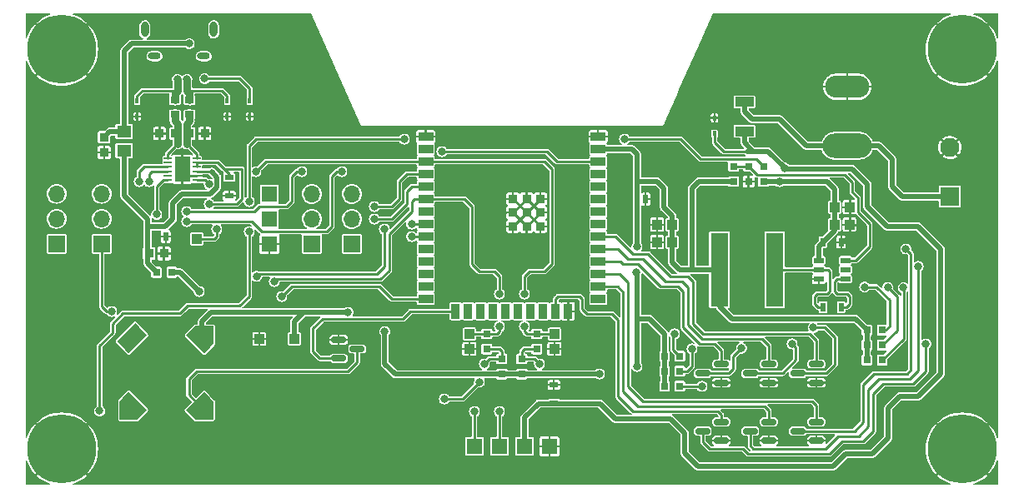
<source format=gbl>
%TF.GenerationSoftware,KiCad,Pcbnew,(6.0.7)*%
%TF.CreationDate,2023-03-17T03:31:57-06:00*%
%TF.ProjectId,Base Station,42617365-2053-4746-9174-696f6e2e6b69,1.2*%
%TF.SameCoordinates,Original*%
%TF.FileFunction,Copper,L2,Bot*%
%TF.FilePolarity,Positive*%
%FSLAX46Y46*%
G04 Gerber Fmt 4.6, Leading zero omitted, Abs format (unit mm)*
G04 Created by KiCad (PCBNEW (6.0.7)) date 2023-03-17 03:31:57*
%MOMM*%
%LPD*%
G01*
G04 APERTURE LIST*
G04 Aperture macros list*
%AMRoundRect*
0 Rectangle with rounded corners*
0 $1 Rounding radius*
0 $2 $3 $4 $5 $6 $7 $8 $9 X,Y pos of 4 corners*
0 Add a 4 corners polygon primitive as box body*
4,1,4,$2,$3,$4,$5,$6,$7,$8,$9,$2,$3,0*
0 Add four circle primitives for the rounded corners*
1,1,$1+$1,$2,$3*
1,1,$1+$1,$4,$5*
1,1,$1+$1,$6,$7*
1,1,$1+$1,$8,$9*
0 Add four rect primitives between the rounded corners*
20,1,$1+$1,$2,$3,$4,$5,0*
20,1,$1+$1,$4,$5,$6,$7,0*
20,1,$1+$1,$6,$7,$8,$9,0*
20,1,$1+$1,$8,$9,$2,$3,0*%
%AMFreePoly0*
4,1,32,-0.246202,1.644849,-0.244481,1.644190,-0.244452,1.644124,-0.244384,1.644096,1.594095,-0.194384,1.594794,-0.196071,1.595559,-0.197785,1.595533,-0.197854,1.595560,-0.197920,1.594864,-0.199600,1.594190,-0.201359,0.692110,-1.153439,0.692044,-1.153468,0.692016,-1.153536,0.690313,-1.154241,0.688615,-1.154999,0.688546,-1.154973,0.688480,-1.155000,-1.150000,-1.155000,-1.153536,-1.153536,
-1.155000,-1.150000,-1.155000,0.688480,-1.154296,0.690181,-1.153630,0.691919,-0.251549,1.643999,-0.251484,1.644028,-0.251456,1.644096,-0.249731,1.644810,-0.248055,1.645559,-0.247987,1.645533,-0.247920,1.645561,-0.246202,1.644849,-0.246202,1.644849,$1*%
%AMFreePoly1*
4,1,32,0.688546,1.154973,0.688615,1.154999,0.690313,1.154241,0.692016,1.153536,0.692044,1.153468,0.692110,1.153439,1.594190,0.201359,1.594864,0.199600,1.595560,0.197920,1.595533,0.197854,1.595559,0.197785,1.594794,0.196071,1.594095,0.194384,-0.244384,-1.644096,-0.244452,-1.644124,-0.244481,-1.644190,-0.246202,-1.644849,-0.247920,-1.645561,-0.247987,-1.645533,-0.248055,-1.645559,
-0.249731,-1.644810,-0.251456,-1.644096,-0.251484,-1.644028,-0.251549,-1.643999,-1.153630,-0.691919,-1.154296,-0.690181,-1.155000,-0.688480,-1.155000,1.150000,-1.153536,1.153536,-1.150000,1.155000,0.688480,1.155000,0.688546,1.154973,0.688546,1.154973,$1*%
%AMFreePoly2*
4,1,32,1.153536,1.153536,1.155000,1.150000,1.155000,-0.688480,1.154296,-0.690181,1.153630,-0.691919,0.251550,-1.643999,0.251482,-1.644029,0.251455,-1.644095,0.249776,-1.644791,0.248055,-1.645559,0.247986,-1.645533,0.247920,-1.645560,0.246234,-1.644862,0.244481,-1.644190,0.244451,-1.644123,0.244384,-1.644095,-1.594096,0.194384,-1.594808,0.196102,-1.595559,0.197785,-1.595533,0.197853,
-1.595561,0.197920,-1.594849,0.199638,-1.594190,0.201359,-0.692109,1.153439,-0.692044,1.153468,-0.692016,1.153536,-0.690307,1.154244,-0.688615,1.154999,-0.688546,1.154973,-0.688480,1.155000,1.150000,1.155000,1.153536,1.153536,1.153536,1.153536,$1*%
%AMFreePoly3*
4,1,37,0.398023,1.495517,0.398128,1.495556,0.399791,1.494784,0.401455,1.494095,0.401497,1.493993,0.401599,1.493946,1.553680,0.241865,1.554310,0.240145,1.555000,0.238480,1.554957,0.238377,1.554996,0.238272,1.554225,0.236608,1.553535,0.234944,-0.284944,-1.603536,-0.285047,-1.603579,-0.285094,-1.603680,-0.286794,-1.604303,-0.288480,-1.605001,-0.288584,-1.604958,-0.288688,-1.604996,
-0.290327,-1.604236,-0.292016,-1.603536,-0.292059,-1.603432,-0.292159,-1.603386,-1.444239,-0.351306,-1.444858,-0.349617,-1.445561,-0.347920,-1.445518,-0.347816,-1.445556,-0.347712,-1.444796,-0.346073,-1.444096,-0.344384,0.394384,1.494095,0.394487,1.494138,0.394534,1.494239,0.396244,1.494866,0.397920,1.495560,0.398023,1.495517,0.398023,1.495517,$1*%
G04 Aperture macros list end*
%TA.AperFunction,ComponentPad*%
%ADD10C,7.000000*%
%TD*%
%TA.AperFunction,ComponentPad*%
%ADD11O,5.000000X2.500000*%
%TD*%
%TA.AperFunction,ComponentPad*%
%ADD12O,4.500000X2.250000*%
%TD*%
%TA.AperFunction,ComponentPad*%
%ADD13O,0.775000X1.550000*%
%TD*%
%TA.AperFunction,ComponentPad*%
%ADD14O,1.300000X0.650000*%
%TD*%
%TA.AperFunction,ComponentPad*%
%ADD15R,1.605000X1.605000*%
%TD*%
%TA.AperFunction,ComponentPad*%
%ADD16R,1.700000X1.700000*%
%TD*%
%TA.AperFunction,ComponentPad*%
%ADD17O,1.700000X1.700000*%
%TD*%
%TA.AperFunction,ComponentPad*%
%ADD18R,1.950000X1.950000*%
%TD*%
%TA.AperFunction,ComponentPad*%
%ADD19C,1.950000*%
%TD*%
%TA.AperFunction,SMDPad,CuDef*%
%ADD20R,0.755599X0.799998*%
%TD*%
%TA.AperFunction,SMDPad,CuDef*%
%ADD21R,0.799998X0.755599*%
%TD*%
%TA.AperFunction,SMDPad,CuDef*%
%ADD22R,0.558800X0.889000*%
%TD*%
%TA.AperFunction,SMDPad,CuDef*%
%ADD23R,0.355600X0.508000*%
%TD*%
%TA.AperFunction,SMDPad,CuDef*%
%ADD24R,1.020000X1.000000*%
%TD*%
%TA.AperFunction,SMDPad,CuDef*%
%ADD25R,1.000000X1.000000*%
%TD*%
%TA.AperFunction,SMDPad,CuDef*%
%ADD26RoundRect,0.150000X0.587500X0.150000X-0.587500X0.150000X-0.587500X-0.150000X0.587500X-0.150000X0*%
%TD*%
%TA.AperFunction,SMDPad,CuDef*%
%ADD27R,0.890000X0.930000*%
%TD*%
%TA.AperFunction,SMDPad,CuDef*%
%ADD28R,0.900000X0.650000*%
%TD*%
%TA.AperFunction,SMDPad,CuDef*%
%ADD29R,1.000000X1.020000*%
%TD*%
%TA.AperFunction,SMDPad,CuDef*%
%ADD30RoundRect,0.150000X-0.587500X-0.150000X0.587500X-0.150000X0.587500X0.150000X-0.587500X0.150000X0*%
%TD*%
%TA.AperFunction,SMDPad,CuDef*%
%ADD31O,0.850000X0.250000*%
%TD*%
%TA.AperFunction,SMDPad,CuDef*%
%ADD32R,1.650000X2.550000*%
%TD*%
%TA.AperFunction,SMDPad,CuDef*%
%ADD33R,0.889000X0.558800*%
%TD*%
%TA.AperFunction,SMDPad,CuDef*%
%ADD34R,1.470000X1.285000*%
%TD*%
%TA.AperFunction,SMDPad,CuDef*%
%ADD35R,0.970000X0.900000*%
%TD*%
%TA.AperFunction,SMDPad,CuDef*%
%ADD36R,1.905000X0.990600*%
%TD*%
%TA.AperFunction,SMDPad,CuDef*%
%ADD37FreePoly0,180.000000*%
%TD*%
%TA.AperFunction,SMDPad,CuDef*%
%ADD38FreePoly1,180.000000*%
%TD*%
%TA.AperFunction,SMDPad,CuDef*%
%ADD39FreePoly2,180.000000*%
%TD*%
%TA.AperFunction,SMDPad,CuDef*%
%ADD40FreePoly3,180.000000*%
%TD*%
%TA.AperFunction,SMDPad,CuDef*%
%ADD41R,1.790700X7.493000*%
%TD*%
%TA.AperFunction,SMDPad,CuDef*%
%ADD42R,1.003300X0.558800*%
%TD*%
%TA.AperFunction,SMDPad,CuDef*%
%ADD43R,1.500000X0.900000*%
%TD*%
%TA.AperFunction,SMDPad,CuDef*%
%ADD44R,0.900000X1.500000*%
%TD*%
%TA.AperFunction,SMDPad,CuDef*%
%ADD45R,0.900000X0.900000*%
%TD*%
%TA.AperFunction,SMDPad,CuDef*%
%ADD46R,0.960000X0.970000*%
%TD*%
%TA.AperFunction,ViaPad*%
%ADD47C,0.800000*%
%TD*%
%TA.AperFunction,Conductor*%
%ADD48C,0.500000*%
%TD*%
%TA.AperFunction,Conductor*%
%ADD49C,0.250000*%
%TD*%
%TA.AperFunction,Conductor*%
%ADD50C,0.762000*%
%TD*%
G04 APERTURE END LIST*
D10*
%TO.P,REF\u002A\u002A,*%
%TO.N,Earth*%
X199898000Y-121666000D03*
%TD*%
%TO.P,REF\u002A\u002A,*%
%TO.N,Earth*%
X199898000Y-81026000D03*
%TD*%
%TO.P,REF\u002A\u002A,*%
%TO.N,Earth*%
X108458000Y-81026000D03*
%TD*%
%TO.P,REF\u002A\u002A,*%
%TO.N,Earth*%
X108458000Y-121666000D03*
%TD*%
D11*
%TO.P,J6,1*%
%TO.N,Net-(F1-Pad1)*%
X188214000Y-90836000D03*
D12*
%TO.P,J6,2*%
%TO.N,Earth*%
X188214000Y-84836000D03*
%TD*%
D13*
%TO.P,Je1,S,SHIELD*%
%TO.N,unconnected-(Je1-PadS)*%
X123896000Y-79017500D03*
D14*
%TO.P,Je1,S1*%
%TO.N,N/C*%
X122896000Y-81717500D03*
%TO.P,Je1,S2*%
X117896000Y-81717500D03*
D13*
%TO.P,Je1,S3*%
X116896000Y-79017500D03*
%TD*%
D15*
%TO.P,J3,1,1*%
%TO.N,Earth*%
X129540000Y-100838000D03*
%TO.P,J3,2,2*%
%TO.N,Net-(J3-Pad2)*%
X129540000Y-98298000D03*
%TO.P,J3,3,3*%
%TO.N,Net-(J3-Pad3)*%
X129540000Y-95758000D03*
%TD*%
D16*
%TO.P,J2,1,Pin_1*%
%TO.N,PRGM-RST*%
X112522000Y-100808000D03*
D17*
%TO.P,J2,2,Pin_2*%
X112522000Y-98268000D03*
%TO.P,J2,3,Pin_3*%
%TO.N,CLR-ALM_SW*%
X112522000Y-95728000D03*
%TD*%
D16*
%TO.P,J1,1,Pin_1*%
%TO.N,PRGM-EN*%
X107950000Y-100808000D03*
D17*
%TO.P,J1,2,Pin_2*%
X107950000Y-98268000D03*
%TO.P,J1,3,Pin_3*%
%TO.N,PIEZO-RST_SW*%
X107950000Y-95728000D03*
%TD*%
D16*
%TO.P,J5,1,Pin_1*%
%TO.N,Net-(J3-Pad3)*%
X137922000Y-100823000D03*
D17*
%TO.P,J5,2,Pin_2*%
%TO.N,/UART_RX_ESP32*%
X137922000Y-98283000D03*
%TO.P,J5,3,Pin_3*%
%TO.N,USBCON_TX*%
X137922000Y-95743000D03*
%TD*%
D18*
%TO.P,OPT1,1,5V*%
%TO.N,Net-(F1-Pad1)*%
X198628000Y-96012000D03*
D19*
%TO.P,OPT1,2,GND*%
%TO.N,Earth*%
X198628000Y-91012000D03*
%TD*%
D16*
%TO.P,J4,1,Pin_1*%
%TO.N,Net-(J3-Pad2)*%
X133858000Y-100823000D03*
D17*
%TO.P,J4,2,Pin_2*%
%TO.N,/UART_TX_ESP32*%
X133858000Y-98283000D03*
%TO.P,J4,3,Pin_3*%
%TO.N,USBCON_RX*%
X133858000Y-95743000D03*
%TD*%
D20*
%TO.P,R16,1,1*%
%TO.N,+EXT_5V*%
X118079201Y-103708000D03*
%TO.P,R16,2,2*%
%TO.N,Net-(D1-Pad2)*%
X119634799Y-103708000D03*
%TD*%
D21*
%TO.P,R13,1,1*%
%TO.N,Net-(R12-Pad2)*%
X151638000Y-111521799D03*
%TO.P,R13,2,2*%
%TO.N,PIEZO-RST_SW*%
X151638000Y-109966201D03*
%TD*%
%TO.P,R10,1,1*%
%TO.N,Net-(R10-Pad1)*%
X156718000Y-111521799D03*
%TO.P,R10,2,2*%
%TO.N,CLR-ALM_SW*%
X156718000Y-109966201D03*
%TD*%
D22*
%TO.P,C14,1,1*%
%TO.N,+EXT_5V*%
X117182900Y-100076000D03*
%TO.P,C14,2,2*%
%TO.N,Earth*%
X119037100Y-100076000D03*
%TD*%
D23*
%TO.P,D6,1,C*%
%TO.N,Net-(C16-Pad1)*%
X127556000Y-86255900D03*
%TO.P,D6,2,A*%
%TO.N,Earth*%
X127556000Y-87856100D03*
%TD*%
D21*
%TO.P,R4,1,1*%
%TO.N,+5V*%
X179724050Y-94487800D03*
%TO.P,R4,2,2*%
%TO.N,Net-(D2-Pad2)*%
X179724050Y-92932202D03*
%TD*%
D22*
%TO.P,C7,1,1*%
%TO.N,+3V3*%
X169600350Y-96266000D03*
%TO.P,C7,2,2*%
%TO.N,Earth*%
X167746150Y-96266000D03*
%TD*%
D24*
%TO.P,C10,1,1*%
%TO.N,PIEZO-RST_SW*%
X149860000Y-109985000D03*
%TO.P,C10,2,2*%
%TO.N,Earth*%
X149860000Y-111503000D03*
%TD*%
D25*
%TO.P,TP3,1,1*%
%TO.N,Net-(TP3-Pad1)*%
X122174000Y-100330000D03*
%TD*%
D26*
%TO.P,Q1,1,G*%
%TO.N,LEDR0_EN*%
X185087500Y-113029201D03*
%TO.P,Q1,2,S*%
%TO.N,Earth*%
X185087500Y-114929201D03*
%TO.P,Q1,3,D*%
%TO.N,Net-(D3-Pad3)*%
X183212500Y-113979201D03*
%TD*%
D27*
%TO.P,C13,1,1*%
%TO.N,USB_DP*%
X119946800Y-89596000D03*
%TO.P,C13,2,2*%
%TO.N,Earth*%
X118406800Y-89596000D03*
%TD*%
D26*
%TO.P,Q4,1,G*%
%TO.N,LEDG1_EN*%
X180261500Y-118907001D03*
%TO.P,Q4,2,S*%
%TO.N,Earth*%
X180261500Y-120807001D03*
%TO.P,Q4,3,D*%
%TO.N,Net-(D4-Pad2)*%
X178386500Y-119857001D03*
%TD*%
D28*
%TO.P,R14,1,1*%
%TO.N,USB_DN*%
X121434600Y-87654000D03*
%TO.P,R14,2,2*%
%TO.N,Net-(D7-Pad1)*%
X121434600Y-86204000D03*
%TD*%
D20*
%TO.P,R1,1,1*%
%TO.N,+3V3*%
X190230201Y-109585001D03*
%TO.P,R1,2,2*%
%TO.N,Net-(D4-Pad6)*%
X191785799Y-109585001D03*
%TD*%
D29*
%TO.P,C5,1,1*%
%TO.N,+3V3*%
X170434000Y-98865001D03*
%TO.P,C5,2,2*%
%TO.N,Earth*%
X168916000Y-98865001D03*
%TD*%
D30*
%TO.P,Q7,1,G*%
%TO.N,PIEZO_EN*%
X136590500Y-112456000D03*
%TO.P,Q7,2,S*%
%TO.N,Earth*%
X136590500Y-110556000D03*
%TO.P,Q7,3,D*%
%TO.N,Net-(LS1-Pad2)*%
X138465500Y-111506000D03*
%TD*%
D31*
%TO.P,U3,1,USBDM*%
%TO.N,USB_DN*%
X122150800Y-92093000D03*
%TO.P,U3,2,~{RESET#}*%
%TO.N,Net-(C11-Pad1)*%
X122150800Y-92543000D03*
%TO.P,U3,3,3V3OUT*%
X122150800Y-92993000D03*
%TO.P,U3,4,VCC*%
%TO.N,+EXT_5V*%
X122150800Y-93443000D03*
%TO.P,U3,5,GND*%
%TO.N,Earth*%
X122150800Y-93893000D03*
%TO.P,U3,6,CBUS0*%
%TO.N,Net-(TP3-Pad1)*%
X122150800Y-94343000D03*
%TO.P,U3,7,TXD*%
%TO.N,USBCON_TX*%
X119250800Y-94343000D03*
%TO.P,U3,8,RTS#*%
%TO.N,unconnected-(U3-Pad8)*%
X119250800Y-93893000D03*
%TO.P,U3,9,VCCIO*%
%TO.N,Net-(C11-Pad1)*%
X119250800Y-93443000D03*
%TO.P,U3,10,RXD*%
%TO.N,USBCON_RX*%
X119250800Y-92993000D03*
%TO.P,U3,11,CTS#*%
%TO.N,unconnected-(U3-Pad11)*%
X119250800Y-92543000D03*
%TO.P,U3,12,USBDP*%
%TO.N,USB_DP*%
X119250800Y-92093000D03*
D32*
%TO.P,U3,13,GND*%
%TO.N,Earth*%
X120700800Y-93218000D03*
%TD*%
D20*
%TO.P,R8,1,1*%
%TO.N,+3V3*%
X169672000Y-113776001D03*
%TO.P,R8,2,2*%
%TO.N,Net-(D3-Pad5)*%
X171227598Y-113776001D03*
%TD*%
D33*
%TO.P,C9,1,1*%
%TO.N,+5V*%
X158436500Y-117005100D03*
%TO.P,C9,2,2*%
%TO.N,Earth*%
X158436500Y-115150900D03*
%TD*%
D26*
%TO.P,Q5,1,G*%
%TO.N,LEDB0_EN*%
X175435500Y-113029201D03*
%TO.P,Q5,2,S*%
%TO.N,Earth*%
X175435500Y-114929201D03*
%TO.P,Q5,3,D*%
%TO.N,Net-(D3-Pad1)*%
X173560500Y-113979201D03*
%TD*%
%TO.P,Q6,1,G*%
%TO.N,LEDB1_EN*%
X175435500Y-118907001D03*
%TO.P,Q6,2,S*%
%TO.N,Earth*%
X175435500Y-120807001D03*
%TO.P,Q6,3,D*%
%TO.N,Net-(D4-Pad1)*%
X173560500Y-119857001D03*
%TD*%
D28*
%TO.P,R15,1,1*%
%TO.N,USB_DP*%
X119961400Y-87654000D03*
%TO.P,R15,2,2*%
%TO.N,Net-(D8-Pad1)*%
X119961400Y-86204000D03*
%TD*%
D20*
%TO.P,R3,1,1*%
%TO.N,+3V3*%
X190230201Y-112633001D03*
%TO.P,R3,2,2*%
%TO.N,Net-(D4-Pad4)*%
X191785799Y-112633001D03*
%TD*%
D21*
%TO.P,R12,1,1*%
%TO.N,+3V3*%
X153162000Y-114061799D03*
%TO.P,R12,2,2*%
%TO.N,Net-(R12-Pad2)*%
X153162000Y-112506201D03*
%TD*%
D34*
%TO.P,L2,1,1*%
%TO.N,+EXT_5V*%
X114808000Y-91354000D03*
%TO.P,L2,2,2*%
%TO.N,Net-(C16-Pad1)*%
X114808000Y-89408000D03*
%TD*%
D35*
%TO.P,C16,1,1*%
%TO.N,Net-(C16-Pad1)*%
X112776000Y-89961000D03*
%TO.P,C16,2,2*%
%TO.N,Earth*%
X112776000Y-91531000D03*
%TD*%
D23*
%TO.P,D7,1,C*%
%TO.N,Net-(D7-Pad1)*%
X125270000Y-86255900D03*
%TO.P,D7,2,A*%
%TO.N,Earth*%
X125270000Y-87856100D03*
%TD*%
D22*
%TO.P,C3,1,1*%
%TO.N,Net-(C3-Pad1)*%
X187617100Y-107247001D03*
%TO.P,C3,2,2*%
%TO.N,/INPUT POWER/SW*%
X185762900Y-107247001D03*
%TD*%
D20*
%TO.P,R2,1,1*%
%TO.N,+3V3*%
X190230201Y-111109001D03*
%TO.P,R2,2,2*%
%TO.N,Net-(D4-Pad5)*%
X191785799Y-111109001D03*
%TD*%
D23*
%TO.P,D5,1,C*%
%TO.N,+5V*%
X174752000Y-89611200D03*
%TO.P,D5,2,A*%
%TO.N,Earth*%
X174752000Y-88011000D03*
%TD*%
D29*
%TO.P,C2,1,1*%
%TO.N,+5V*%
X186940650Y-98865001D03*
%TO.P,C2,2,2*%
%TO.N,Earth*%
X188458650Y-98865001D03*
%TD*%
D25*
%TO.P,TP1,1,1*%
%TO.N,+3V3*%
X132080000Y-110490000D03*
%TD*%
D26*
%TO.P,Q3,1,G*%
%TO.N,LEDG0_EN*%
X180261500Y-113029201D03*
%TO.P,Q3,2,S*%
%TO.N,Earth*%
X180261500Y-114929201D03*
%TO.P,Q3,3,D*%
%TO.N,Net-(D3-Pad2)*%
X178386500Y-113979201D03*
%TD*%
D36*
%TO.P,F1,1,1*%
%TO.N,Net-(F1-Pad1)*%
X177800000Y-86372700D03*
%TO.P,F1,2,2*%
%TO.N,+5V*%
X177800000Y-89369900D03*
%TD*%
D23*
%TO.P,D8,1,C*%
%TO.N,Net-(D8-Pad1)*%
X116126000Y-86255900D03*
%TO.P,D8,2,A*%
%TO.N,Earth*%
X116126000Y-87856100D03*
%TD*%
D15*
%TO.P,J8,1,1*%
%TO.N,Earth*%
X157988000Y-121412000D03*
%TO.P,J8,2,2*%
%TO.N,+5V*%
X155448000Y-121412000D03*
%TO.P,J8,3,3*%
%TO.N,SDA*%
X152908000Y-121412000D03*
%TO.P,J8,4,4*%
%TO.N,SCL*%
X150368000Y-121412000D03*
%TD*%
D22*
%TO.P,C4,1,1*%
%TO.N,+5V*%
X185756550Y-100643001D03*
%TO.P,C4,2,2*%
%TO.N,Earth*%
X187610750Y-100643001D03*
%TD*%
D25*
%TO.P,TP2,1,1*%
%TO.N,Earth*%
X128524000Y-110490000D03*
%TD*%
D29*
%TO.P,C1,1,1*%
%TO.N,+5V*%
X186940650Y-97087001D03*
%TO.P,C1,2,2*%
%TO.N,Earth*%
X188458650Y-97087001D03*
%TD*%
D37*
%TO.P,LS1,1,+*%
%TO.N,+3V3*%
X122703750Y-110315000D03*
D38*
%TO.P,LS1,2,-*%
%TO.N,Net-(LS1-Pad2)*%
X122703750Y-117515000D03*
D39*
%TO.P,LS1,3,NC*%
%TO.N,unconnected-(LS1-Pad3)*%
X115503750Y-117515000D03*
D40*
%TO.P,LS1,4,NC*%
%TO.N,unconnected-(LS1-Pad4)*%
X115653750Y-110465000D03*
%TD*%
D27*
%TO.P,C12,1,1*%
%TO.N,USB_DN*%
X121448000Y-89596000D03*
%TO.P,C12,2,2*%
%TO.N,Earth*%
X122988000Y-89596000D03*
%TD*%
D41*
%TO.P,L1,1,1*%
%TO.N,/INPUT POWER/SW*%
X180848000Y-103437001D03*
%TO.P,L1,2,2*%
%TO.N,+3V3*%
X175247300Y-103437001D03*
%TD*%
D24*
%TO.P,C8,1,1*%
%TO.N,CLR-ALM_SW*%
X158496000Y-109985000D03*
%TO.P,C8,2,2*%
%TO.N,Earth*%
X158496000Y-111503000D03*
%TD*%
D42*
%TO.P,U2,1,GND*%
%TO.N,Earth*%
X185331100Y-104387002D03*
%TO.P,U2,2,SW*%
%TO.N,/INPUT POWER/SW*%
X185331100Y-103437001D03*
%TO.P,U2,3,VIN*%
%TO.N,+5V*%
X185331100Y-102487000D03*
%TO.P,U2,4,FB*%
%TO.N,/INPUT POWER/FB*%
X188036200Y-102487000D03*
%TO.P,U2,5,EN*%
%TO.N,unconnected-(U2-Pad5)*%
X188036200Y-103437001D03*
%TO.P,U2,6,BST*%
%TO.N,Net-(C3-Pad1)*%
X188036200Y-104387002D03*
%TD*%
D20*
%TO.P,R7,1,1*%
%TO.N,+3V3*%
X169672000Y-112252001D03*
%TO.P,R7,2,2*%
%TO.N,Net-(D3-Pad4)*%
X171227598Y-112252001D03*
%TD*%
D21*
%TO.P,R5,1,1*%
%TO.N,/INPUT POWER/FB*%
X178200050Y-92932202D03*
%TO.P,R5,2,2*%
%TO.N,Earth*%
X178200050Y-94487800D03*
%TD*%
D43*
%TO.P,U1,1,GND*%
%TO.N,Earth*%
X162928000Y-89916000D03*
%TO.P,U1,2,3V3*%
%TO.N,+3V3*%
X162928000Y-91186000D03*
%TO.P,U1,3,EN*%
%TO.N,PRGM-EN*%
X162928000Y-92456000D03*
%TO.P,U1,4,SENSOR_VP*%
%TO.N,unconnected-(U1-Pad4)*%
X162928000Y-93726000D03*
%TO.P,U1,5,SENSOR_VN*%
%TO.N,unconnected-(U1-Pad5)*%
X162928000Y-94996000D03*
%TO.P,U1,6,IO34*%
%TO.N,unconnected-(U1-Pad6)*%
X162928000Y-96266000D03*
%TO.P,U1,7,IO35*%
%TO.N,unconnected-(U1-Pad7)*%
X162928000Y-97536000D03*
%TO.P,U1,8,IO32*%
%TO.N,unconnected-(U1-Pad8)*%
X162928000Y-98806000D03*
%TO.P,U1,9,IO33*%
%TO.N,LEDR0_EN*%
X162928000Y-100076000D03*
%TO.P,U1,10,IO25*%
%TO.N,LEDG0_EN*%
X162928000Y-101346000D03*
%TO.P,U1,11,IO26*%
%TO.N,LEDB0_EN*%
X162928000Y-102616000D03*
%TO.P,U1,12,IO27*%
%TO.N,LEDR1_EN*%
X162928000Y-103886000D03*
%TO.P,U1,13,IO14*%
%TO.N,LEDG1_EN*%
X162928000Y-105156000D03*
%TO.P,U1,14,IO12*%
%TO.N,unconnected-(U1-Pad14)*%
X162928000Y-106426000D03*
D44*
%TO.P,U1,15,GND*%
%TO.N,Earth*%
X159893000Y-107676000D03*
%TO.P,U1,16,IO13*%
%TO.N,LEDB1_EN*%
X158623000Y-107676000D03*
%TO.P,U1,17,NC0*%
%TO.N,unconnected-(U1-Pad17)*%
X157353000Y-107676000D03*
%TO.P,U1,18,NC1*%
%TO.N,unconnected-(U1-Pad18)*%
X156083000Y-107676000D03*
%TO.P,U1,19,NC2*%
%TO.N,unconnected-(U1-Pad19)*%
X154813000Y-107676000D03*
%TO.P,U1,20,NC3*%
%TO.N,unconnected-(U1-Pad20)*%
X153543000Y-107676000D03*
%TO.P,U1,21,NC4*%
%TO.N,unconnected-(U1-Pad21)*%
X152273000Y-107676000D03*
%TO.P,U1,22,NC5*%
%TO.N,unconnected-(U1-Pad22)*%
X151003000Y-107676000D03*
%TO.P,U1,23,IO15*%
%TO.N,unconnected-(U1-Pad23)*%
X149733000Y-107676000D03*
%TO.P,U1,24,IO2*%
%TO.N,PIEZO_EN*%
X148463000Y-107676000D03*
D43*
%TO.P,U1,25,IO0*%
%TO.N,PRGM-RST*%
X145428000Y-106426000D03*
%TO.P,U1,26,IO4*%
%TO.N,unconnected-(U1-Pad26)*%
X145428000Y-105156000D03*
%TO.P,U1,27,IO16*%
%TO.N,unconnected-(U1-Pad27)*%
X145428000Y-103886000D03*
%TO.P,U1,28,IO17*%
%TO.N,unconnected-(U1-Pad28)*%
X145428000Y-102616000D03*
%TO.P,U1,29,IO5*%
%TO.N,unconnected-(U1-Pad29)*%
X145428000Y-101346000D03*
%TO.P,U1,30,IO18*%
%TO.N,SDA*%
X145428000Y-100076000D03*
%TO.P,U1,31,IO19*%
%TO.N,SCL*%
X145428000Y-98806000D03*
%TO.P,U1,32,NC6*%
%TO.N,unconnected-(U1-Pad32)*%
X145428000Y-97536000D03*
%TO.P,U1,33,IO21*%
%TO.N,PIEZO-RST_SW*%
X145428000Y-96266000D03*
%TO.P,U1,34,RXD0*%
%TO.N,/UART_RX_ESP32*%
X145428000Y-94996000D03*
%TO.P,U1,35,TXD0*%
%TO.N,/UART_TX_ESP32*%
X145428000Y-93726000D03*
%TO.P,U1,36,IO22*%
%TO.N,CLR-ALM_SW*%
X145428000Y-92456000D03*
%TO.P,U1,37,IO23*%
%TO.N,unconnected-(U1-Pad37)*%
X145428000Y-91186000D03*
%TO.P,U1,38,GND*%
%TO.N,Earth*%
X145428000Y-89916000D03*
D45*
%TO.P,U1,39_1,GND*%
X157078000Y-96236000D03*
%TO.P,U1,39_2,GND*%
X155678000Y-96236000D03*
%TO.P,U1,39_3,GND*%
X154278000Y-96236000D03*
%TO.P,U1,39_4,GND*%
X157078000Y-97636000D03*
%TO.P,U1,39_5,GND*%
X155678000Y-97636000D03*
%TO.P,U1,39_6,GND*%
X154278000Y-97636000D03*
%TO.P,U1,39_7,GND*%
X157078000Y-99036000D03*
%TO.P,U1,39_8,GND*%
X155678000Y-99036000D03*
%TO.P,U1,39_9,GND*%
X154278000Y-99036000D03*
%TD*%
D21*
%TO.P,R6,1,1*%
%TO.N,+3V3*%
X176676050Y-94487800D03*
%TO.P,R6,2,2*%
%TO.N,/INPUT POWER/FB*%
X176676050Y-92932202D03*
%TD*%
D26*
%TO.P,Q2,1,G*%
%TO.N,LEDR1_EN*%
X185087500Y-118907001D03*
%TO.P,Q2,2,S*%
%TO.N,Earth*%
X185087500Y-120807001D03*
%TO.P,Q2,3,D*%
%TO.N,Net-(D4-Pad3)*%
X183212500Y-119857001D03*
%TD*%
D33*
%TO.P,C11,1,1*%
%TO.N,Net-(C11-Pad1)*%
X125476000Y-94068900D03*
%TO.P,C11,2,2*%
%TO.N,Earth*%
X125476000Y-95923100D03*
%TD*%
D20*
%TO.P,R9,1,1*%
%TO.N,+3V3*%
X169672000Y-115300001D03*
%TO.P,R9,2,2*%
%TO.N,Net-(D3-Pad6)*%
X171227598Y-115300001D03*
%TD*%
D21*
%TO.P,R11,1,1*%
%TO.N,+3V3*%
X155194000Y-114061799D03*
%TO.P,R11,2,2*%
%TO.N,Net-(R10-Pad1)*%
X155194000Y-112506201D03*
%TD*%
D46*
%TO.P,C15,1,1*%
%TO.N,+EXT_5V*%
X117340000Y-101795000D03*
%TO.P,C15,2,2*%
%TO.N,Earth*%
X118850000Y-101795000D03*
%TD*%
D29*
%TO.P,C6,1,1*%
%TO.N,+3V3*%
X170434000Y-100643001D03*
%TO.P,C6,2,2*%
%TO.N,Earth*%
X168916000Y-100643001D03*
%TD*%
D47*
%TO.N,+3V3*%
X166878000Y-113284000D03*
X163068000Y-114046000D03*
X166878000Y-101092000D03*
X137528000Y-107781100D03*
X166837359Y-103672641D03*
X141272000Y-109728000D03*
%TO.N,Earth*%
X151638000Y-96266000D03*
X129540000Y-86360000D03*
X130048000Y-122936000D03*
X188468000Y-109712001D03*
X194170000Y-118618000D03*
X174104000Y-96266000D03*
X110236000Y-93218000D03*
X129540000Y-120142000D03*
X162560000Y-111760000D03*
X165608000Y-96266000D03*
X127622000Y-80010000D03*
X160020000Y-89408000D03*
X169278000Y-106680000D03*
X182626000Y-86360000D03*
X187312000Y-118110000D03*
X146558000Y-115316000D03*
X190500000Y-106680000D03*
X132080000Y-88900000D03*
X139814000Y-117348000D03*
X153924000Y-124206000D03*
X190360000Y-124460000D03*
X125476000Y-94996000D03*
X181991000Y-97012001D03*
X146418000Y-120650000D03*
X107302000Y-114300000D03*
X109728000Y-87376000D03*
X192532000Y-97028000D03*
X116634000Y-83246000D03*
X135128000Y-87376000D03*
X160068000Y-118298000D03*
X150368000Y-105156000D03*
X124460000Y-102870000D03*
X188468000Y-114792001D03*
X124254000Y-83246000D03*
X192278000Y-116062001D03*
X159258000Y-93726000D03*
X189230000Y-100184498D03*
X178047650Y-103437001D03*
X152908000Y-89408000D03*
X143510000Y-102616000D03*
X129540000Y-112522000D03*
X130048000Y-91440000D03*
X149098000Y-101346000D03*
X121780000Y-122174000D03*
X180848000Y-79756000D03*
X119380000Y-95250000D03*
X191122000Y-87630000D03*
X147828000Y-98806000D03*
X147320000Y-102362000D03*
X148590000Y-105664000D03*
X160528000Y-96266000D03*
X155448000Y-101346000D03*
X176136000Y-109220000D03*
X117602000Y-86360000D03*
X187566000Y-81280000D03*
X165722000Y-120650000D03*
X123698000Y-86360000D03*
X160528000Y-101346000D03*
X130048000Y-82296000D03*
X172212000Y-88900000D03*
X124714000Y-90932000D03*
X118872000Y-112776000D03*
X154940000Y-116840000D03*
X175768000Y-98282001D03*
X199758000Y-103632000D03*
X152908000Y-102616000D03*
X189823100Y-99298001D03*
X176136000Y-111252000D03*
X150368000Y-93472000D03*
X180200000Y-124460000D03*
X154178000Y-93726000D03*
X134620000Y-106426000D03*
X167754000Y-97536000D03*
X175768000Y-82296000D03*
X134734000Y-110236000D03*
X117396000Y-106868000D03*
X171056000Y-93472000D03*
X141478000Y-104902000D03*
X118666000Y-87884000D03*
X109728000Y-107696000D03*
X122730000Y-87884000D03*
X147828000Y-94996000D03*
X157988000Y-105156000D03*
X159258000Y-103886000D03*
X181610000Y-116078000D03*
X118412000Y-84008000D03*
X116586000Y-90932000D03*
X132588000Y-117856000D03*
X134620000Y-84328000D03*
X181610000Y-111760000D03*
X145542000Y-111760000D03*
X114922000Y-79398500D03*
X140462000Y-102616000D03*
X159258000Y-98806000D03*
X138684000Y-89408000D03*
X140462000Y-107188000D03*
X170040000Y-124460000D03*
X162306000Y-121920000D03*
X151638000Y-100076000D03*
X201168000Y-107696000D03*
X193548000Y-79756000D03*
X187960000Y-95488001D03*
X130302000Y-110490000D03*
X168148000Y-112252001D03*
%TO.N,+5V*%
X181340201Y-94487800D03*
X181864000Y-93108101D03*
%TO.N,Net-(D1-Pad2)*%
X122428000Y-105664000D03*
%TO.N,Net-(D3-Pad1)*%
X177482500Y-111426501D03*
%TO.N,Net-(D3-Pad2)*%
X182626000Y-110982001D03*
%TO.N,Net-(D3-Pad3)*%
X184785000Y-109331001D03*
%TO.N,Net-(D3-Pad4)*%
X170688000Y-109966001D03*
%TO.N,Net-(D3-Pad5)*%
X172466000Y-111490001D03*
%TO.N,Net-(D3-Pad6)*%
X173482000Y-115300001D03*
%TO.N,Net-(D4-Pad1)*%
X196215000Y-110982001D03*
%TO.N,Net-(D4-Pad2)*%
X195415500Y-103108001D03*
%TO.N,Net-(D4-Pad3)*%
X194183000Y-101330001D03*
%TO.N,Net-(D4-Pad4)*%
X193929000Y-105267001D03*
%TO.N,Net-(D4-Pad5)*%
X192327997Y-105224697D03*
%TO.N,Net-(D4-Pad6)*%
X189992000Y-105203501D03*
%TO.N,SCL*%
X150368000Y-117856000D03*
X144005000Y-98806000D03*
%TO.N,SDA*%
X152908000Y-117856000D03*
X144005000Y-100076000D03*
%TO.N,Net-(C16-Pad1)*%
X122984000Y-84008000D03*
X121412000Y-80452000D03*
%TO.N,Net-(C11-Pad1)*%
X117331503Y-94488000D03*
X123444000Y-96774000D03*
%TO.N,/UART_TX_ESP32*%
X140208000Y-97028000D03*
%TO.N,USBCON_RX*%
X116332000Y-94488000D03*
X121158000Y-97536000D03*
X132842000Y-93472000D03*
%TO.N,/UART_RX_ESP32*%
X140208000Y-98298000D03*
%TO.N,USBCON_TX*%
X121158000Y-98552000D03*
X136906000Y-93472000D03*
X118110000Y-97799112D03*
%TO.N,PIEZO-RST_SW*%
X130048000Y-104648000D03*
X152908000Y-109220000D03*
X152908000Y-105918000D03*
%TO.N,Net-(D2-Pad2)*%
X127508000Y-99568000D03*
X143256000Y-90170000D03*
X127508000Y-96520000D03*
X165608000Y-90170000D03*
X112316000Y-117790000D03*
%TO.N,Net-(D7-Pad1)*%
X121174200Y-84098905D03*
%TO.N,Net-(D8-Pad1)*%
X120221800Y-84098905D03*
%TO.N,CLR-ALM_SW*%
X128184900Y-93472000D03*
X155448000Y-109220000D03*
X155448000Y-105918000D03*
%TO.N,Net-(R10-Pad1)*%
X156972000Y-113030000D03*
%TO.N,Net-(R12-Pad2)*%
X147320000Y-116586000D03*
X151384000Y-113030000D03*
X150876000Y-114863699D03*
%TO.N,PRGM-EN*%
X141224000Y-99314000D03*
X128239970Y-104119980D03*
X147066000Y-91440000D03*
%TO.N,PRGM-RST*%
X113538000Y-107696000D03*
X130810000Y-106172000D03*
%TO.N,Net-(TP3-Pad1)*%
X123444000Y-94742000D03*
X124206000Y-99314000D03*
%TD*%
D48*
%TO.N,+3V3*%
X169672000Y-112252001D02*
X169672000Y-109966001D01*
X166878000Y-92456000D02*
X166878000Y-101092000D01*
X170434000Y-102675001D02*
X170434000Y-100643001D01*
X153162000Y-114061799D02*
X155194000Y-114061799D01*
X132080000Y-108712000D02*
X133010900Y-107781100D01*
X169600350Y-95139151D02*
X169600350Y-97087001D01*
X170434000Y-97920651D02*
X169600350Y-97087001D01*
X166878000Y-94472001D02*
X168933200Y-94472001D01*
X170434000Y-98865001D02*
X170434000Y-97920651D01*
X175247300Y-107159301D02*
X176530000Y-108442001D01*
X171196000Y-103437001D02*
X170434000Y-102675001D01*
X137528000Y-107781100D02*
X133435100Y-107781100D01*
X123586900Y-107781100D02*
X122703750Y-108664250D01*
X166878000Y-103713282D02*
X166878000Y-113284000D01*
X176676050Y-94487800D02*
X173119526Y-94487800D01*
X163052201Y-114061799D02*
X155194000Y-114061799D01*
X190230201Y-111109001D02*
X190230201Y-112633001D01*
X189087201Y-108442001D02*
X190230201Y-109585001D01*
X190230201Y-109585001D02*
X190230201Y-111109001D01*
X166878000Y-92456000D02*
X166878000Y-91694000D01*
X166370000Y-91186000D02*
X162928000Y-91186000D01*
X169672000Y-112252001D02*
X169672000Y-115300001D01*
X132080000Y-110490000D02*
X132080000Y-108712000D01*
X169672000Y-109966001D02*
X168148000Y-108442001D01*
X175247300Y-103437001D02*
X175247300Y-107159301D01*
X168933200Y-94472001D02*
X169600350Y-95139151D01*
X122703750Y-108664250D02*
X122703750Y-110315000D01*
X141272000Y-109728000D02*
X141272000Y-113014500D01*
X172391000Y-103437001D02*
X171196000Y-103437001D01*
X172466000Y-103362001D02*
X172391000Y-103437001D01*
X172967650Y-103437001D02*
X172391000Y-103437001D01*
X133435100Y-107781100D02*
X123586900Y-107781100D01*
X173119526Y-94487800D02*
X172466000Y-95141326D01*
X166878000Y-91694000D02*
X166370000Y-91186000D01*
X142319299Y-114061799D02*
X153162000Y-114061799D01*
X166837359Y-103672641D02*
X166878000Y-103713282D01*
X170434000Y-100643001D02*
X170434000Y-98865001D01*
X172466000Y-95141326D02*
X172466000Y-103362001D01*
X163068000Y-114046000D02*
X163052201Y-114061799D01*
X168148000Y-108442001D02*
X166878000Y-108442001D01*
X172967650Y-103437001D02*
X175247300Y-103437001D01*
X141272000Y-113014500D02*
X142319299Y-114061799D01*
X176530000Y-108442001D02*
X189087201Y-108442001D01*
D49*
%TO.N,Earth*%
X157078000Y-97636000D02*
X155678000Y-99036000D01*
X155678000Y-97636000D02*
X157078000Y-96236000D01*
X122150800Y-93893000D02*
X121375800Y-93893000D01*
X155678000Y-99036000D02*
X154278000Y-97636000D01*
X155678000Y-97636000D02*
X154278000Y-99036000D01*
X188771497Y-100643001D02*
X189230000Y-100184498D01*
X187610750Y-100643001D02*
X188771497Y-100643001D01*
X188458650Y-95986651D02*
X187960000Y-95488001D01*
X188458650Y-98865001D02*
X189390100Y-98865001D01*
X188458650Y-97087001D02*
X188458650Y-95986651D01*
X155678000Y-96236000D02*
X154278000Y-97636000D01*
X188458650Y-99795101D02*
X187610750Y-100643001D01*
X189390100Y-98865001D02*
X189823100Y-99298001D01*
X188458650Y-98865001D02*
X188458650Y-99795101D01*
X121375800Y-93893000D02*
X120700800Y-93218000D01*
X157078000Y-99036000D02*
X155678000Y-97636000D01*
X155678000Y-97636000D02*
X154278000Y-96236000D01*
X188458650Y-97087001D02*
X188458650Y-98865001D01*
X157078000Y-97636000D02*
X155678000Y-96236000D01*
D48*
%TO.N,+5V*%
X186940650Y-97087001D02*
X186940650Y-98865001D01*
X163141600Y-117053600D02*
X156872400Y-117053600D01*
X171704000Y-122060000D02*
X171704000Y-120028000D01*
X177800000Y-90532002D02*
X178691999Y-91424001D01*
X186940650Y-98865001D02*
X186940650Y-99458901D01*
X190754000Y-122174000D02*
X188074000Y-122174000D01*
X193548000Y-116332000D02*
X192392000Y-117488000D01*
X171704000Y-120028000D02*
X170294000Y-118618000D01*
X164706000Y-118618000D02*
X163141600Y-117053600D01*
X186940650Y-97087001D02*
X186940650Y-95230651D01*
X185331100Y-101068451D02*
X185756550Y-100643001D01*
X181864000Y-93083001D02*
X181864000Y-93108101D01*
X178691999Y-91424001D02*
X178054000Y-91424001D01*
D49*
X174752000Y-90514100D02*
X174752000Y-89611200D01*
D48*
X190246000Y-97012001D02*
X192278000Y-99044001D01*
X155448000Y-118478000D02*
X155448000Y-121412000D01*
X156872400Y-117053600D02*
X155448000Y-118478000D01*
X186804000Y-123444000D02*
X173088000Y-123444000D01*
X173088000Y-123444000D02*
X171704000Y-122060000D01*
X197726000Y-101346000D02*
X197726000Y-114046000D01*
X190246000Y-94726001D02*
X190246000Y-97012001D01*
X197726000Y-114046000D02*
X195440000Y-116332000D01*
X188074000Y-122174000D02*
X186804000Y-123444000D01*
D49*
X174752000Y-90514100D02*
X175661901Y-91424001D01*
D48*
X195424001Y-99044001D02*
X197726000Y-101346000D01*
X179724050Y-94487800D02*
X181340201Y-94487800D01*
X185331100Y-102487000D02*
X185331100Y-101068451D01*
X181340201Y-94487800D02*
X186197799Y-94487800D01*
X195440000Y-116332000D02*
X193548000Y-116332000D01*
D49*
X175661901Y-91424001D02*
X178054000Y-91424001D01*
D48*
X178691999Y-91424001D02*
X180205000Y-91424001D01*
X186940650Y-99458901D02*
X185756550Y-100643001D01*
X181864000Y-93202001D02*
X188722000Y-93202001D01*
X192392000Y-120536000D02*
X190754000Y-122174000D01*
X180205000Y-91424001D02*
X181864000Y-93083001D01*
X177800000Y-89369900D02*
X177800000Y-90532002D01*
X186197799Y-94487800D02*
X186940650Y-95230651D01*
X192278000Y-99044001D02*
X195424001Y-99044001D01*
X192392000Y-117488000D02*
X192392000Y-120536000D01*
X188722000Y-93202001D02*
X190246000Y-94726001D01*
X170294000Y-118618000D02*
X164706000Y-118618000D01*
D49*
%TO.N,/INPUT POWER/SW*%
X184912000Y-106156001D02*
X185166000Y-105902001D01*
X186436000Y-105648001D02*
X186436000Y-103616001D01*
X185331100Y-103437001D02*
X180848000Y-103437001D01*
X185166000Y-105902001D02*
X186182000Y-105902001D01*
X186182000Y-105902001D02*
X186436000Y-105648001D01*
X186436000Y-103616001D02*
X186257000Y-103437001D01*
X186257000Y-103437001D02*
X185331100Y-103437001D01*
X185762900Y-107247001D02*
X185241000Y-107247001D01*
X185241000Y-107247001D02*
X184912000Y-106918001D01*
X184912000Y-106918001D02*
X184912000Y-106156001D01*
%TO.N,+EXT_5V*%
X122150800Y-93443000D02*
X123669000Y-93443000D01*
D48*
X119748000Y-98298000D02*
X119748000Y-96660000D01*
X117182900Y-102811699D02*
X118079201Y-103708000D01*
X117182900Y-98272900D02*
X117182900Y-100076000D01*
X120650000Y-95758000D02*
X123562765Y-95758000D01*
X123562765Y-95758000D02*
X124246400Y-95074365D01*
X117182900Y-99060000D02*
X118986000Y-99060000D01*
X124246400Y-94020400D02*
X123698000Y-93472000D01*
X119748000Y-96660000D02*
X120650000Y-95758000D01*
X124246400Y-95074365D02*
X124246400Y-94020400D01*
X117182900Y-100076000D02*
X117182900Y-102811699D01*
X118986000Y-99060000D02*
X119748000Y-98298000D01*
X114808000Y-95898000D02*
X117182900Y-98272900D01*
X114808000Y-91354000D02*
X114808000Y-95898000D01*
D50*
%TO.N,USB_DP*%
X120240800Y-88608401D02*
X120240800Y-90670429D01*
D49*
X119246000Y-92093000D02*
X119246000Y-91667262D01*
X119246000Y-91667262D02*
X119988337Y-90924925D01*
D50*
X119961400Y-87654000D02*
X119961400Y-88329001D01*
X119961400Y-88329001D02*
X120240800Y-88608401D01*
D48*
%TO.N,Net-(D1-Pad2)*%
X120472000Y-103708000D02*
X119634799Y-103708000D01*
X122428000Y-105664000D02*
X120472000Y-103708000D01*
D49*
%TO.N,Net-(D3-Pad1)*%
X176657000Y-113522001D02*
X176199800Y-113979201D01*
X177482500Y-111426501D02*
X176657000Y-112252001D01*
X176199800Y-113979201D02*
X173560500Y-113979201D01*
X176657000Y-112252001D02*
X176657000Y-113522001D01*
%TO.N,Net-(D3-Pad2)*%
X178386500Y-113979201D02*
X181660800Y-113979201D01*
X183007000Y-112633001D02*
X181660800Y-113979201D01*
X183007000Y-111363001D02*
X182626000Y-110982001D01*
X183007000Y-112633001D02*
X183007000Y-111363001D01*
%TO.N,Net-(D3-Pad3)*%
X184785000Y-109331001D02*
X185976000Y-109331001D01*
X186992000Y-113089952D02*
X186102751Y-113979201D01*
X185976000Y-109331001D02*
X186992000Y-110347001D01*
X186992000Y-110347001D02*
X186992000Y-113089952D01*
X186102751Y-113979201D02*
X183212500Y-113979201D01*
%TO.N,Net-(D3-Pad4)*%
X170688000Y-109966001D02*
X170561000Y-110093001D01*
X170561000Y-110093001D02*
X170561000Y-111585403D01*
X170561000Y-111585403D02*
X171227598Y-112252001D01*
%TO.N,Net-(D3-Pad5)*%
X172466000Y-113268001D02*
X172466000Y-111490001D01*
X171958000Y-113776001D02*
X172466000Y-113268001D01*
X171227598Y-113776001D02*
X171958000Y-113776001D01*
%TO.N,Net-(D3-Pad6)*%
X173482000Y-115300001D02*
X171227598Y-115300001D01*
%TO.N,Net-(D4-Pad1)*%
X196215000Y-113779000D02*
X194932000Y-115062000D01*
X173560500Y-120966501D02*
X173560500Y-119857001D01*
X190868000Y-116078000D02*
X190868000Y-119888000D01*
X186423000Y-122174000D02*
X178168000Y-122174000D01*
X187693000Y-120904000D02*
X186423000Y-122174000D01*
X177644001Y-121650001D02*
X174244000Y-121650001D01*
X174244000Y-121650001D02*
X173560500Y-120966501D01*
X189852000Y-120904000D02*
X187693000Y-120904000D01*
X191884000Y-115062000D02*
X190868000Y-116078000D01*
X194932000Y-115062000D02*
X191884000Y-115062000D01*
X190868000Y-119888000D02*
X189852000Y-120904000D01*
X178168000Y-122174000D02*
X177644001Y-121650001D01*
X196215000Y-110982001D02*
X196215000Y-113779000D01*
%TO.N,Net-(D4-Pad2)*%
X195440000Y-113660606D02*
X194546606Y-114554000D01*
X190360000Y-115632001D02*
X190360000Y-119411001D01*
X185992999Y-121650001D02*
X178674500Y-121650001D01*
X178386500Y-121362001D02*
X178386500Y-119857001D01*
X187262999Y-120380001D02*
X185992999Y-121650001D01*
X191438001Y-114554000D02*
X190360000Y-115632001D01*
X189391000Y-120380001D02*
X187262999Y-120380001D01*
X178674500Y-121650001D02*
X178386500Y-121362001D01*
X195440000Y-103132501D02*
X195440000Y-113660606D01*
X195415500Y-103108001D02*
X195440000Y-103132501D01*
X190360000Y-119411001D02*
X189391000Y-120380001D01*
X194546606Y-114554000D02*
X191438001Y-114554000D01*
%TO.N,Net-(D4-Pad3)*%
X189852000Y-118966500D02*
X188946499Y-119872001D01*
X190962500Y-114046000D02*
X189852000Y-115156500D01*
X194691000Y-101838001D02*
X194691000Y-113649001D01*
X189852000Y-115156500D02*
X189852000Y-118966500D01*
X188946499Y-119872001D02*
X183227500Y-119872001D01*
X194294001Y-114046000D02*
X190962500Y-114046000D01*
X194183000Y-101330001D02*
X194691000Y-101838001D01*
X194691000Y-113649001D02*
X194294001Y-114046000D01*
%TO.N,Net-(D4-Pad4)*%
X193967000Y-110451800D02*
X191785799Y-112633001D01*
X193967000Y-105305001D02*
X193967000Y-110451800D01*
X193929000Y-105267001D02*
X193967000Y-105305001D01*
%TO.N,Net-(D4-Pad5)*%
X192327997Y-105224697D02*
X193294000Y-106190700D01*
X193294000Y-109600800D02*
X191785799Y-111109001D01*
X193294000Y-106190700D02*
X193294000Y-109600800D01*
%TO.N,Net-(D4-Pad6)*%
X191198500Y-105203501D02*
X192517000Y-106522001D01*
X192151000Y-109585001D02*
X191785799Y-109585001D01*
X192517000Y-109219001D02*
X192151000Y-109585001D01*
X189992000Y-105203501D02*
X191198500Y-105203501D01*
X192517000Y-106522001D02*
X192517000Y-109219001D01*
%TO.N,Net-(C3-Pad1)*%
X188468000Y-106918001D02*
X188139000Y-107247001D01*
X186944000Y-104632001D02*
X186944000Y-105648001D01*
X186944000Y-105648001D02*
X187198000Y-105902001D01*
X188036200Y-104387002D02*
X187188999Y-104387002D01*
X188468000Y-106156001D02*
X188468000Y-106918001D01*
X188139000Y-107247001D02*
X187617100Y-107247001D01*
X187198000Y-105902001D02*
X188214000Y-105902001D01*
X187188999Y-104387002D02*
X186944000Y-104632001D01*
X188214000Y-105902001D02*
X188468000Y-106156001D01*
%TO.N,SCL*%
X144005000Y-98806000D02*
X145428000Y-98806000D01*
X150368000Y-117856000D02*
X150368000Y-121412000D01*
%TO.N,SDA*%
X152908000Y-117856000D02*
X152908000Y-121412000D01*
X144005000Y-100076000D02*
X145428000Y-100076000D01*
%TO.N,PIEZO_EN*%
X134932011Y-108458000D02*
X143116000Y-108458000D01*
X148463000Y-107676000D02*
X143898000Y-107676000D01*
X136590500Y-112456000D02*
X134668000Y-112456000D01*
X133972000Y-111760000D02*
X133972000Y-109418011D01*
X133972000Y-109418011D02*
X134932011Y-108458000D01*
X143898000Y-107676000D02*
X143116000Y-108458000D01*
X134668000Y-112456000D02*
X133972000Y-111760000D01*
%TO.N,LEDR0_EN*%
X166484000Y-101854000D02*
X164706000Y-100076000D01*
X170297676Y-104124001D02*
X168027675Y-101854000D01*
X172056001Y-104124001D02*
X170297676Y-104124001D01*
X168027675Y-101854000D02*
X166484000Y-101854000D01*
X172593000Y-108950001D02*
X172593000Y-104661000D01*
X164706000Y-100076000D02*
X162928000Y-100076000D01*
X184404000Y-109966001D02*
X173609000Y-109966001D01*
X185087500Y-113029201D02*
X185087500Y-110649501D01*
X185087500Y-110649501D02*
X184404000Y-109966001D01*
X172593000Y-104661000D02*
X172056001Y-104124001D01*
X173609000Y-109966001D02*
X172593000Y-108950001D01*
%TO.N,LEDG0_EN*%
X165976000Y-102362000D02*
X164960000Y-101346000D01*
X180261500Y-111157501D02*
X179593999Y-110490000D01*
X172085000Y-109078397D02*
X172085000Y-105218001D01*
X164960000Y-101346000D02*
X162928000Y-101346000D01*
X169770001Y-104632001D02*
X167500000Y-102362000D01*
X180261500Y-113029201D02*
X180261500Y-111157501D01*
X167500000Y-102362000D02*
X165976000Y-102362000D01*
X179593999Y-110490000D02*
X173496603Y-110490000D01*
X173496603Y-110490000D02*
X172085000Y-109078397D01*
X172085000Y-105218001D02*
X171499000Y-104632001D01*
X171499000Y-104632001D02*
X169770001Y-104632001D01*
%TO.N,LEDB0_EN*%
X171564000Y-105635001D02*
X171069000Y-105140001D01*
X173228000Y-110982001D02*
X171564000Y-109318001D01*
X174752000Y-110982001D02*
X173228000Y-110982001D01*
X169262001Y-105140001D02*
X166992000Y-102870000D01*
X165214000Y-102616000D02*
X162928000Y-102616000D01*
X165468000Y-102870000D02*
X165214000Y-102616000D01*
X166992000Y-102870000D02*
X165468000Y-102870000D01*
X175435500Y-111665501D02*
X174752000Y-110982001D01*
X175435500Y-113029201D02*
X175435500Y-111665501D01*
X171564000Y-109318001D02*
X171564000Y-105635001D01*
X171069000Y-105140001D02*
X169262001Y-105140001D01*
%TO.N,LEDR1_EN*%
X165976000Y-104762000D02*
X165976000Y-115316000D01*
X162928000Y-103886000D02*
X165100000Y-103886000D01*
X184658000Y-116824001D02*
X185087500Y-117253501D01*
X167484001Y-116824001D02*
X184658000Y-116824001D01*
X165976000Y-115316000D02*
X167484001Y-116824001D01*
X165100000Y-103886000D02*
X165976000Y-104762000D01*
X185087500Y-117253501D02*
X185087500Y-118907001D01*
%TO.N,LEDG1_EN*%
X165459600Y-115787997D02*
X167003604Y-117332001D01*
X165459600Y-105711600D02*
X165459600Y-115787997D01*
X179832000Y-117332001D02*
X180261500Y-117761501D01*
X164904000Y-105156000D02*
X165459600Y-105711600D01*
X162928000Y-105156000D02*
X164904000Y-105156000D01*
X167003604Y-117332001D02*
X179832000Y-117332001D01*
X180261500Y-117761501D02*
X180261500Y-118907001D01*
%TO.N,LEDB1_EN*%
X175084500Y-117840001D02*
X175435500Y-118191001D01*
X161036000Y-106172000D02*
X161290000Y-106426000D01*
X164338000Y-107950000D02*
X164962000Y-108574000D01*
X161290000Y-106426000D02*
X161290000Y-107442000D01*
X161798000Y-107950000D02*
X164338000Y-107950000D01*
X161290000Y-107442000D02*
X161798000Y-107950000D01*
X164962000Y-108574000D02*
X164960000Y-108576000D01*
X175435500Y-118191001D02*
X175435500Y-118907001D01*
X164960000Y-108576000D02*
X164960000Y-116332000D01*
X158877000Y-106172000D02*
X161036000Y-106172000D01*
X166468001Y-117840001D02*
X175084500Y-117840001D01*
X164960000Y-116332000D02*
X166468001Y-117840001D01*
X158623000Y-107676000D02*
X158623000Y-106426000D01*
X158623000Y-106426000D02*
X158877000Y-106172000D01*
%TO.N,/INPUT POWER/FB*%
X179052849Y-93785001D02*
X178200050Y-92932202D01*
X190500000Y-101076001D02*
X190500000Y-98790001D01*
X178200050Y-92932202D02*
X176676050Y-92932202D01*
X188036200Y-102487000D02*
X189089001Y-102487000D01*
X187960000Y-93785001D02*
X179052849Y-93785001D01*
X190500000Y-98790001D02*
X189283650Y-97573651D01*
X189283650Y-96124651D02*
X188722000Y-95563001D01*
X189089001Y-102487000D02*
X190500000Y-101076001D01*
X189283650Y-97573651D02*
X189283650Y-96124651D01*
X188722000Y-95563001D02*
X188722000Y-94547001D01*
X188722000Y-94547001D02*
X187960000Y-93785001D01*
%TO.N,Net-(C16-Pad1)*%
X126540000Y-84008000D02*
X127556000Y-85024000D01*
X127556000Y-85024000D02*
X127556000Y-86255900D01*
D48*
X121412000Y-80452000D02*
X115570000Y-80452000D01*
X113329000Y-89408000D02*
X112776000Y-89961000D01*
X114808000Y-89408000D02*
X113329000Y-89408000D01*
X114808000Y-81214000D02*
X114808000Y-89408000D01*
X115570000Y-80452000D02*
X114808000Y-81214000D01*
D49*
X122984000Y-84008000D02*
X126540000Y-84008000D01*
%TO.N,Net-(C11-Pad1)*%
X122150800Y-92543000D02*
X124293000Y-92543000D01*
X122150800Y-92543000D02*
X122150800Y-92993000D01*
X117331503Y-94488000D02*
X117331503Y-93742497D01*
X126746000Y-96266000D02*
X126746000Y-93218000D01*
X125476000Y-93726000D02*
X125476000Y-94068900D01*
X126238000Y-96774000D02*
X126746000Y-96266000D01*
X117631000Y-93443000D02*
X119250800Y-93443000D01*
X124293000Y-92543000D02*
X124968000Y-93218000D01*
X124968000Y-93218000D02*
X126746000Y-93218000D01*
X117331503Y-93742497D02*
X117631000Y-93443000D01*
X123444000Y-96774000D02*
X126238000Y-96774000D01*
X124968000Y-93218000D02*
X125476000Y-93726000D01*
D48*
%TO.N,Net-(F1-Pad1)*%
X192786000Y-94996000D02*
X192786000Y-92202000D01*
X178562000Y-88138000D02*
X181356000Y-88138000D01*
X177800000Y-87376000D02*
X178562000Y-88138000D01*
X184054000Y-90836000D02*
X188214000Y-90836000D01*
X198628000Y-96012000D02*
X193802000Y-96012000D01*
X191420000Y-90836000D02*
X188214000Y-90836000D01*
X192786000Y-92202000D02*
X191420000Y-90836000D01*
X193802000Y-96012000D02*
X192786000Y-94996000D01*
X181356000Y-88138000D02*
X184054000Y-90836000D01*
X177800000Y-86372700D02*
X177800000Y-87376000D01*
D50*
%TO.N,USB_DN*%
X121434600Y-87654000D02*
X121434600Y-88329001D01*
D49*
X122148000Y-91667168D02*
X121405663Y-90924831D01*
D50*
X121155200Y-88608401D02*
X121155200Y-90670429D01*
X121434600Y-88329001D02*
X121155200Y-88608401D01*
D49*
X122148000Y-92092906D02*
X122148000Y-91667168D01*
%TO.N,/UART_TX_ESP32*%
X142748000Y-94488000D02*
X143510000Y-93726000D01*
X141986000Y-97028000D02*
X140208000Y-97028000D01*
X143510000Y-93726000D02*
X145428000Y-93726000D01*
X142748000Y-96266000D02*
X142748000Y-94488000D01*
X141986000Y-97028000D02*
X142748000Y-96266000D01*
%TO.N,USBCON_RX*%
X131826000Y-96520000D02*
X131318000Y-97028000D01*
X132334000Y-93472000D02*
X131826000Y-93980000D01*
X132842000Y-93472000D02*
X132334000Y-93472000D01*
X131318000Y-97028000D02*
X128524000Y-97028000D01*
X131826000Y-93980000D02*
X131826000Y-96520000D01*
X116332000Y-94488000D02*
X116332000Y-93472000D01*
X128016000Y-97536000D02*
X121158000Y-97536000D01*
X116332000Y-93472000D02*
X116811000Y-92993000D01*
X128524000Y-97028000D02*
X128016000Y-97536000D01*
X116811000Y-92993000D02*
X119250800Y-92993000D01*
%TO.N,/UART_RX_ESP32*%
X144018000Y-94996000D02*
X143510000Y-95504000D01*
X145428000Y-94996000D02*
X144018000Y-94996000D01*
X141986000Y-98298000D02*
X140208000Y-98298000D01*
X143510000Y-95504000D02*
X143510000Y-96774000D01*
X143510000Y-96774000D02*
X141986000Y-98298000D01*
%TO.N,USBCON_TX*%
X135382000Y-99568000D02*
X128778000Y-99568000D01*
X118110000Y-97799112D02*
X118110000Y-94996000D01*
X135890000Y-93980000D02*
X135890000Y-99060000D01*
X127762000Y-98552000D02*
X121158000Y-98552000D01*
X136906000Y-93472000D02*
X136398000Y-93472000D01*
X118110000Y-94996000D02*
X118763000Y-94343000D01*
X135890000Y-99060000D02*
X135382000Y-99568000D01*
X128778000Y-99568000D02*
X127762000Y-98552000D01*
X118763000Y-94343000D02*
X119250800Y-94343000D01*
X136398000Y-93472000D02*
X135890000Y-93980000D01*
%TO.N,PIEZO-RST_SW*%
X152908000Y-109220000D02*
X152908000Y-109728000D01*
X141732000Y-99822000D02*
X144018000Y-97536000D01*
X144018000Y-96520000D02*
X144272000Y-96266000D01*
X150114000Y-97028000D02*
X149352000Y-96266000D01*
X152669799Y-109966201D02*
X151638000Y-109966201D01*
X130048000Y-104648000D02*
X130302000Y-104394000D01*
X141732000Y-103505000D02*
X141732000Y-99822000D01*
X152908000Y-104140000D02*
X152908000Y-105918000D01*
X140843000Y-104394000D02*
X141732000Y-103505000D01*
X144272000Y-96266000D02*
X145428000Y-96266000D01*
X144018000Y-97536000D02*
X144018000Y-96520000D01*
X130302000Y-104394000D02*
X140843000Y-104394000D01*
X152908000Y-109728000D02*
X152669799Y-109966201D01*
X150114000Y-102870000D02*
X150114000Y-97028000D01*
X150876000Y-103632000D02*
X150114000Y-102870000D01*
X149352000Y-96266000D02*
X145428000Y-96266000D01*
X150876000Y-103632000D02*
X152400000Y-103632000D01*
X151638000Y-109966201D02*
X149878799Y-109966201D01*
X152400000Y-103632000D02*
X152908000Y-104140000D01*
%TO.N,Net-(D2-Pad2)*%
X112316000Y-111186000D02*
X112316000Y-117790000D01*
X113652000Y-109850000D02*
X112316000Y-111186000D01*
X128215748Y-90170000D02*
X143256000Y-90170000D01*
X127508000Y-99568000D02*
X127508000Y-106154000D01*
X171310000Y-90170000D02*
X165608000Y-90170000D01*
X178993848Y-92202000D02*
X173342000Y-92202000D01*
X120471305Y-107884000D02*
X114686500Y-107884000D01*
X121233305Y-107122000D02*
X120471305Y-107884000D01*
X179724050Y-92932202D02*
X178993848Y-92202000D01*
X127508000Y-90877748D02*
X128215748Y-90170000D01*
X127508000Y-106154000D02*
X126540000Y-107122000D01*
X113652000Y-108918500D02*
X113652000Y-109850000D01*
X126540000Y-107122000D02*
X121233305Y-107122000D01*
X114686500Y-107884000D02*
X113652000Y-108918500D01*
X173342000Y-92202000D02*
X171310000Y-90170000D01*
X127508000Y-96520000D02*
X127508000Y-90877748D01*
%TO.N,Net-(D7-Pad1)*%
X125270000Y-85786000D02*
X124733599Y-85249599D01*
X124733599Y-85249599D02*
X121155200Y-85249599D01*
D50*
X121434600Y-86204000D02*
X121434600Y-85528999D01*
X121155200Y-84117905D02*
X121174200Y-84098905D01*
X121155200Y-84820800D02*
X121155200Y-84117905D01*
X121434600Y-85528999D02*
X121155200Y-85249599D01*
X121155200Y-85249599D02*
X121155200Y-84820800D01*
D49*
X125270000Y-86255900D02*
X125270000Y-85786000D01*
D50*
%TO.N,Net-(D8-Pad1)*%
X120240800Y-84117905D02*
X120221800Y-84098905D01*
D49*
X116126000Y-85786000D02*
X116662401Y-85249599D01*
D50*
X119961400Y-86204000D02*
X119961400Y-85528999D01*
X120240800Y-85249599D02*
X120240800Y-84820800D01*
X120240800Y-84820800D02*
X120240800Y-84117905D01*
X119961400Y-85528999D02*
X120240800Y-85249599D01*
D49*
X116126000Y-86255900D02*
X116126000Y-85786000D01*
X116662401Y-85249599D02*
X120240800Y-85249599D01*
%TO.N,CLR-ALM_SW*%
X156718000Y-109966201D02*
X158477201Y-109966201D01*
X157480000Y-103632000D02*
X155956000Y-103632000D01*
X155448000Y-109728000D02*
X155448000Y-109220000D01*
X145428000Y-92456000D02*
X157480000Y-92456000D01*
X158242000Y-93218000D02*
X157480000Y-92456000D01*
X158242000Y-93218000D02*
X158242000Y-102870000D01*
X157480000Y-103632000D02*
X158242000Y-102870000D01*
X145428000Y-92456000D02*
X129200900Y-92456000D01*
X155686201Y-109966201D02*
X155448000Y-109728000D01*
X155956000Y-103632000D02*
X155448000Y-104140000D01*
X155686201Y-109966201D02*
X156718000Y-109966201D01*
X129200900Y-92456000D02*
X128184900Y-93472000D01*
X155448000Y-104140000D02*
X155448000Y-105918000D01*
%TO.N,Net-(LS1-Pad2)*%
X138465500Y-111506000D02*
X138465500Y-112854500D01*
X138465500Y-112854500D02*
X137528000Y-113792000D01*
X121386000Y-116197250D02*
X122703750Y-117515000D01*
X121386000Y-114554000D02*
X121386000Y-116197250D01*
X137528000Y-113792000D02*
X122148000Y-113792000D01*
X122148000Y-113792000D02*
X121386000Y-114554000D01*
%TO.N,Net-(R10-Pad1)*%
X156448201Y-112506201D02*
X156972000Y-113030000D01*
X156718000Y-111521799D02*
X155432201Y-111521799D01*
X155194000Y-112506201D02*
X155733598Y-112506201D01*
X155432201Y-111521799D02*
X155194000Y-111760000D01*
X155733598Y-112506201D02*
X156448201Y-112506201D01*
X155194000Y-111760000D02*
X155194000Y-112506201D01*
%TO.N,Net-(R12-Pad2)*%
X151907799Y-112506201D02*
X152622402Y-112506201D01*
X152923799Y-111521799D02*
X153162000Y-111760000D01*
X150876000Y-114863699D02*
X149153699Y-116586000D01*
X149153699Y-116586000D02*
X147320000Y-116586000D01*
X151384000Y-113030000D02*
X151907799Y-112506201D01*
X153162000Y-112506201D02*
X152622402Y-112506201D01*
X151638000Y-111521799D02*
X152923799Y-111521799D01*
X153162000Y-111760000D02*
X153162000Y-112506201D01*
%TO.N,PRGM-EN*%
X140462000Y-103886000D02*
X141224000Y-103124000D01*
X158750000Y-92456000D02*
X157988000Y-91694000D01*
X141224000Y-103124000D02*
X141224000Y-99314000D01*
X128473950Y-103886000D02*
X140462000Y-103886000D01*
X157988000Y-91694000D02*
X157734000Y-91440000D01*
X128239970Y-104119980D02*
X128473950Y-103886000D01*
X157734000Y-91440000D02*
X147066000Y-91440000D01*
X162928000Y-92456000D02*
X158750000Y-92456000D01*
%TO.N,PRGM-RST*%
X141986000Y-106426000D02*
X140970000Y-105410000D01*
X113538000Y-107696000D02*
X113030000Y-107696000D01*
X143764000Y-106426000D02*
X145428000Y-106426000D01*
X143764000Y-106426000D02*
X141986000Y-106426000D01*
X113030000Y-107696000D02*
X112522000Y-107188000D01*
X112522000Y-107188000D02*
X112522000Y-100808000D01*
X140970000Y-105410000D02*
X140716000Y-105156000D01*
X140716000Y-105156000D02*
X131826000Y-105156000D01*
X131826000Y-105156000D02*
X130810000Y-106172000D01*
%TO.N,Net-(TP3-Pad1)*%
X122150800Y-94343000D02*
X123045000Y-94343000D01*
X123045000Y-94343000D02*
X123444000Y-94742000D01*
X124206000Y-99314000D02*
X124206000Y-100076000D01*
X124206000Y-100076000D02*
X123952000Y-100330000D01*
X123952000Y-100330000D02*
X122174000Y-100330000D01*
%TD*%
%TA.AperFunction,Conductor*%
%TO.N,Earth*%
G36*
X107294154Y-77386493D02*
G01*
X107319874Y-77431042D01*
X107310941Y-77481700D01*
X107272765Y-77514305D01*
X106951546Y-77637610D01*
X106947955Y-77639208D01*
X106605603Y-77813646D01*
X106602216Y-77815601D01*
X106279976Y-78024866D01*
X106276797Y-78027176D01*
X105978206Y-78268969D01*
X105975279Y-78271605D01*
X105920661Y-78326223D01*
X105916092Y-78336022D01*
X105917697Y-78342013D01*
X108448623Y-80872939D01*
X108458422Y-80877508D01*
X108464413Y-80875903D01*
X110995339Y-78344977D01*
X110999908Y-78335178D01*
X110998303Y-78329187D01*
X110940721Y-78271605D01*
X110937794Y-78268969D01*
X110639203Y-78027176D01*
X110636024Y-78024866D01*
X110313784Y-77815601D01*
X110310397Y-77813646D01*
X109968045Y-77639208D01*
X109964454Y-77637610D01*
X109643235Y-77514305D01*
X109604413Y-77480558D01*
X109596366Y-77429751D01*
X109622859Y-77385659D01*
X109670184Y-77368900D01*
X133709763Y-77368900D01*
X133758101Y-77386493D01*
X133778482Y-77413558D01*
X138782467Y-88672522D01*
X138791017Y-88691760D01*
X138794936Y-88702840D01*
X138797917Y-88713964D01*
X138800913Y-88725147D01*
X138821376Y-88745610D01*
X138826674Y-88751497D01*
X138844873Y-88774001D01*
X138852826Y-88777060D01*
X138858853Y-88783087D01*
X138868414Y-88785649D01*
X138868416Y-88785650D01*
X138886813Y-88790579D01*
X138894347Y-88793030D01*
X138921351Y-88803416D01*
X138931128Y-88801874D01*
X138931129Y-88801874D01*
X138936128Y-88801085D01*
X138944166Y-88799818D01*
X138955879Y-88798900D01*
X169400121Y-88798900D01*
X169411834Y-88799818D01*
X169419872Y-88801085D01*
X169424871Y-88801874D01*
X169424872Y-88801874D01*
X169434649Y-88803416D01*
X169461668Y-88793025D01*
X169469179Y-88790581D01*
X169497147Y-88783087D01*
X169503173Y-88777061D01*
X169511127Y-88774002D01*
X169517351Y-88766305D01*
X169517353Y-88766304D01*
X169529330Y-88751493D01*
X169534628Y-88745606D01*
X169555087Y-88725147D01*
X169558313Y-88713109D01*
X169561063Y-88702843D01*
X169564982Y-88691764D01*
X169747402Y-88281318D01*
X174371000Y-88281318D01*
X174371721Y-88288639D01*
X174381345Y-88337021D01*
X174386905Y-88350444D01*
X174423587Y-88405342D01*
X174433858Y-88415613D01*
X174488756Y-88452295D01*
X174502179Y-88457855D01*
X174550561Y-88467479D01*
X174557882Y-88468200D01*
X174637141Y-88468200D01*
X174647298Y-88464503D01*
X174650400Y-88459131D01*
X174650400Y-88454941D01*
X174853600Y-88454941D01*
X174857297Y-88465098D01*
X174862669Y-88468200D01*
X174946118Y-88468200D01*
X174953439Y-88467479D01*
X175001821Y-88457855D01*
X175015244Y-88452295D01*
X175070142Y-88415613D01*
X175080413Y-88405342D01*
X175117095Y-88350444D01*
X175122655Y-88337021D01*
X175132279Y-88288639D01*
X175133000Y-88281318D01*
X175133000Y-88125859D01*
X175129303Y-88115702D01*
X175123931Y-88112600D01*
X174866859Y-88112600D01*
X174856702Y-88116297D01*
X174853600Y-88121669D01*
X174853600Y-88454941D01*
X174650400Y-88454941D01*
X174650400Y-88125859D01*
X174646703Y-88115702D01*
X174641331Y-88112600D01*
X174384259Y-88112600D01*
X174374102Y-88116297D01*
X174371000Y-88121669D01*
X174371000Y-88281318D01*
X169747402Y-88281318D01*
X169918592Y-87896141D01*
X174371000Y-87896141D01*
X174374697Y-87906298D01*
X174380069Y-87909400D01*
X174637141Y-87909400D01*
X174647298Y-87905703D01*
X174650400Y-87900331D01*
X174650400Y-87896141D01*
X174853600Y-87896141D01*
X174857297Y-87906298D01*
X174862669Y-87909400D01*
X175119741Y-87909400D01*
X175129898Y-87905703D01*
X175133000Y-87900331D01*
X175133000Y-87740682D01*
X175132279Y-87733361D01*
X175122655Y-87684979D01*
X175117095Y-87671556D01*
X175080413Y-87616658D01*
X175070142Y-87606387D01*
X175015244Y-87569705D01*
X175001821Y-87564145D01*
X174953439Y-87554521D01*
X174946118Y-87553800D01*
X174866859Y-87553800D01*
X174856702Y-87557497D01*
X174853600Y-87562869D01*
X174853600Y-87896141D01*
X174650400Y-87896141D01*
X174650400Y-87567059D01*
X174646703Y-87556902D01*
X174641331Y-87553800D01*
X174557882Y-87553800D01*
X174550561Y-87554521D01*
X174502179Y-87564145D01*
X174488756Y-87569705D01*
X174433858Y-87606387D01*
X174423587Y-87616658D01*
X174386905Y-87671556D01*
X174381345Y-87684979D01*
X174371721Y-87733361D01*
X174371000Y-87740682D01*
X174371000Y-87896141D01*
X169918592Y-87896141D01*
X170822502Y-85862343D01*
X176694600Y-85862343D01*
X176694601Y-86883056D01*
X176703472Y-86927658D01*
X176737266Y-86978234D01*
X176743423Y-86982348D01*
X176781683Y-87007913D01*
X176781684Y-87007914D01*
X176787842Y-87012028D01*
X176832443Y-87020900D01*
X177321900Y-87020900D01*
X177370238Y-87038493D01*
X177395958Y-87083042D01*
X177397100Y-87096099D01*
X177397100Y-87439813D01*
X177398929Y-87445441D01*
X177398929Y-87445443D01*
X177405192Y-87464717D01*
X177407947Y-87476193D01*
X177412043Y-87502055D01*
X177414729Y-87507326D01*
X177423931Y-87525386D01*
X177428446Y-87536287D01*
X177434709Y-87555563D01*
X177434711Y-87555567D01*
X177436539Y-87561193D01*
X177451930Y-87582376D01*
X177458094Y-87592435D01*
X177469984Y-87615771D01*
X177560229Y-87706016D01*
X177560231Y-87706017D01*
X178231983Y-88377769D01*
X178231984Y-88377771D01*
X178322229Y-88468016D01*
X178327502Y-88470703D01*
X178327508Y-88470707D01*
X178345563Y-88479906D01*
X178355623Y-88486071D01*
X178372016Y-88497981D01*
X178372019Y-88497982D01*
X178376808Y-88501462D01*
X178387642Y-88504982D01*
X178401715Y-88509555D01*
X178412612Y-88514068D01*
X178435945Y-88525957D01*
X178454428Y-88528884D01*
X178461805Y-88530053D01*
X178473277Y-88532807D01*
X178487418Y-88537401D01*
X178498187Y-88540900D01*
X181157966Y-88540900D01*
X181206304Y-88558493D01*
X181211140Y-88562926D01*
X183723984Y-91075771D01*
X183814229Y-91166016D01*
X183819502Y-91168703D01*
X183819508Y-91168707D01*
X183837567Y-91177908D01*
X183847627Y-91184073D01*
X183868807Y-91199461D01*
X183874433Y-91201289D01*
X183874437Y-91201291D01*
X183893713Y-91207554D01*
X183904614Y-91212069D01*
X183927945Y-91223957D01*
X183933788Y-91224882D01*
X183933790Y-91224883D01*
X183953807Y-91228053D01*
X183965283Y-91230808D01*
X183984557Y-91237071D01*
X183984559Y-91237071D01*
X183990187Y-91238900D01*
X185563590Y-91238900D01*
X185611928Y-91256493D01*
X185633532Y-91286477D01*
X185663624Y-91362674D01*
X185699781Y-91454229D01*
X185702863Y-91462034D01*
X185721779Y-91493207D01*
X185824717Y-91662844D01*
X185824721Y-91662849D01*
X185826373Y-91665572D01*
X185828464Y-91667982D01*
X185828465Y-91667983D01*
X185893993Y-91743497D01*
X185982411Y-91845390D01*
X185984871Y-91847407D01*
X185984872Y-91847408D01*
X186164056Y-91994330D01*
X186166516Y-91996347D01*
X186246216Y-92041715D01*
X186370657Y-92112551D01*
X186370662Y-92112553D01*
X186373423Y-92114125D01*
X186597217Y-92195358D01*
X186600351Y-92195925D01*
X186600352Y-92195925D01*
X186609217Y-92197528D01*
X186831498Y-92237723D01*
X186833962Y-92237839D01*
X186833969Y-92237840D01*
X186855602Y-92238860D01*
X186855612Y-92238860D01*
X186856455Y-92238900D01*
X189523775Y-92238900D01*
X189626721Y-92230165D01*
X189698062Y-92224112D01*
X189698066Y-92224111D01*
X189701228Y-92223843D01*
X189704305Y-92223044D01*
X189704307Y-92223044D01*
X189757391Y-92209266D01*
X189931674Y-92164031D01*
X190148747Y-92066247D01*
X190346241Y-91933286D01*
X190469993Y-91815232D01*
X190516203Y-91771150D01*
X190516204Y-91771149D01*
X190518509Y-91768950D01*
X190660625Y-91577939D01*
X190720838Y-91459508D01*
X190767087Y-91368544D01*
X190767088Y-91368541D01*
X190768526Y-91365713D01*
X190791477Y-91291800D01*
X190822613Y-91250854D01*
X190863294Y-91238900D01*
X191221966Y-91238900D01*
X191270304Y-91256493D01*
X191275140Y-91260926D01*
X192361074Y-92346860D01*
X192382814Y-92393480D01*
X192383100Y-92400034D01*
X192383100Y-95059813D01*
X192384929Y-95065441D01*
X192384929Y-95065443D01*
X192391192Y-95084717D01*
X192393947Y-95096193D01*
X192396310Y-95111110D01*
X192398043Y-95122055D01*
X192405304Y-95136305D01*
X192409931Y-95145386D01*
X192414446Y-95156287D01*
X192420709Y-95175563D01*
X192420711Y-95175567D01*
X192422539Y-95181193D01*
X192432262Y-95194575D01*
X192437930Y-95202376D01*
X192444094Y-95212435D01*
X192455984Y-95235771D01*
X192546229Y-95326016D01*
X192546231Y-95326017D01*
X193471983Y-96251769D01*
X193471984Y-96251771D01*
X193562229Y-96342016D01*
X193585565Y-96353906D01*
X193595623Y-96360070D01*
X193616807Y-96375461D01*
X193622433Y-96377289D01*
X193622437Y-96377291D01*
X193641713Y-96383554D01*
X193652614Y-96388069D01*
X193675945Y-96399957D01*
X193681788Y-96400882D01*
X193681790Y-96400883D01*
X193701807Y-96404053D01*
X193713283Y-96406808D01*
X193732557Y-96413071D01*
X193732559Y-96413071D01*
X193738187Y-96414900D01*
X197424901Y-96414900D01*
X197473239Y-96432493D01*
X197498959Y-96477042D01*
X197500101Y-96490100D01*
X197500101Y-97002056D01*
X197508972Y-97046658D01*
X197542766Y-97097234D01*
X197548923Y-97101348D01*
X197587183Y-97126913D01*
X197587184Y-97126914D01*
X197593342Y-97131028D01*
X197600606Y-97132473D01*
X197631755Y-97138669D01*
X197637943Y-97139900D01*
X198627866Y-97139900D01*
X199618056Y-97139899D01*
X199662658Y-97131028D01*
X199713234Y-97097234D01*
X199726735Y-97077028D01*
X199742913Y-97052817D01*
X199742914Y-97052816D01*
X199747028Y-97046658D01*
X199755900Y-97002057D01*
X199755899Y-95021944D01*
X199747028Y-94977342D01*
X199713234Y-94926766D01*
X199687958Y-94909877D01*
X199668817Y-94897087D01*
X199668816Y-94897086D01*
X199662658Y-94892972D01*
X199652674Y-94890986D01*
X199621682Y-94884821D01*
X199621681Y-94884821D01*
X199618057Y-94884100D01*
X198628134Y-94884100D01*
X197637944Y-94884101D01*
X197593342Y-94892972D01*
X197542766Y-94926766D01*
X197538652Y-94932923D01*
X197515242Y-94967959D01*
X197508972Y-94977342D01*
X197500100Y-95021943D01*
X197500100Y-95533900D01*
X197482507Y-95582238D01*
X197437958Y-95607958D01*
X197424900Y-95609100D01*
X194000034Y-95609100D01*
X193951696Y-95591507D01*
X193946860Y-95587074D01*
X193210926Y-94851140D01*
X193189186Y-94804520D01*
X193188900Y-94797966D01*
X193188900Y-92138187D01*
X193183182Y-92120588D01*
X193180807Y-92113277D01*
X193178053Y-92101805D01*
X193174883Y-92081794D01*
X193173957Y-92075945D01*
X193162068Y-92052612D01*
X193157555Y-92041715D01*
X193151291Y-92022437D01*
X193149462Y-92016808D01*
X193145982Y-92012019D01*
X193145981Y-92012016D01*
X193134071Y-91995623D01*
X193127906Y-91985563D01*
X193118707Y-91967508D01*
X193118703Y-91967502D01*
X193116016Y-91962229D01*
X193070355Y-91916568D01*
X197872347Y-91916568D01*
X197873892Y-91922335D01*
X197880888Y-91929150D01*
X197886227Y-91933473D01*
X198060535Y-92049943D01*
X198066570Y-92053220D01*
X198259190Y-92135976D01*
X198265716Y-92138096D01*
X198470192Y-92184364D01*
X198477002Y-92185260D01*
X198686481Y-92193491D01*
X198693337Y-92193131D01*
X198900812Y-92163050D01*
X198907490Y-92161446D01*
X199106007Y-92094059D01*
X199112275Y-92091268D01*
X199295190Y-91988831D01*
X199300850Y-91984941D01*
X199376044Y-91922403D01*
X199381490Y-91913065D01*
X199380683Y-91908368D01*
X198637377Y-91165061D01*
X198627578Y-91160492D01*
X198621587Y-91162097D01*
X197876916Y-91906769D01*
X197872347Y-91916568D01*
X193070355Y-91916568D01*
X193025771Y-91871984D01*
X193025769Y-91871983D01*
X192138249Y-90984463D01*
X197445382Y-90984463D01*
X197459095Y-91193661D01*
X197460169Y-91200443D01*
X197511772Y-91403633D01*
X197514066Y-91410110D01*
X197601830Y-91600484D01*
X197605273Y-91606448D01*
X197715466Y-91762368D01*
X197724347Y-91768529D01*
X197728135Y-91768180D01*
X198474939Y-91021377D01*
X198479114Y-91012422D01*
X198776492Y-91012422D01*
X198778097Y-91018413D01*
X199520547Y-91760862D01*
X199530346Y-91765431D01*
X199534948Y-91764198D01*
X199600941Y-91684850D01*
X199604831Y-91679190D01*
X199707268Y-91496275D01*
X199710059Y-91490007D01*
X199777446Y-91291490D01*
X199779050Y-91284812D01*
X199809309Y-91076114D01*
X199809684Y-91071713D01*
X199811190Y-91014216D01*
X199811046Y-91009798D01*
X199791749Y-90799803D01*
X199790498Y-90793051D01*
X199733592Y-90591278D01*
X199731133Y-90584871D01*
X199638410Y-90396848D01*
X199634820Y-90390990D01*
X199539246Y-90263000D01*
X199530205Y-90257072D01*
X199526131Y-90257554D01*
X198781061Y-91002623D01*
X198776492Y-91012422D01*
X198479114Y-91012422D01*
X198479508Y-91011578D01*
X198477903Y-91005587D01*
X197735049Y-90262734D01*
X197725250Y-90258165D01*
X197720980Y-90259309D01*
X197637777Y-90364852D01*
X197634040Y-90370607D01*
X197536424Y-90556144D01*
X197533801Y-90562476D01*
X197471630Y-90762700D01*
X197470204Y-90769410D01*
X197445562Y-90977607D01*
X197445382Y-90984463D01*
X192138249Y-90984463D01*
X191750017Y-90596231D01*
X191750016Y-90596229D01*
X191659771Y-90505984D01*
X191636435Y-90494094D01*
X191626376Y-90487930D01*
X191615101Y-90479738D01*
X191605193Y-90472539D01*
X191599567Y-90470711D01*
X191599563Y-90470709D01*
X191580287Y-90464446D01*
X191569386Y-90459931D01*
X191555279Y-90452743D01*
X191546055Y-90448043D01*
X191540212Y-90447118D01*
X191540210Y-90447117D01*
X191520193Y-90443947D01*
X191508717Y-90441192D01*
X191489443Y-90434929D01*
X191489441Y-90434929D01*
X191483813Y-90433100D01*
X190864410Y-90433100D01*
X190816072Y-90415507D01*
X190794467Y-90385522D01*
X190792366Y-90380200D01*
X190745095Y-90260503D01*
X190726309Y-90212933D01*
X190726308Y-90212930D01*
X190725137Y-90209966D01*
X190668310Y-90116318D01*
X190664865Y-90110640D01*
X197874361Y-90110640D01*
X197875363Y-90115678D01*
X198618623Y-90858939D01*
X198628422Y-90863508D01*
X198634413Y-90861903D01*
X199377774Y-90118541D01*
X199382343Y-90108742D01*
X199380911Y-90103396D01*
X199350845Y-90075604D01*
X199345404Y-90071428D01*
X199168095Y-89959556D01*
X199161981Y-89956440D01*
X198967270Y-89878758D01*
X198960675Y-89876804D01*
X198755066Y-89835907D01*
X198748237Y-89835189D01*
X198538606Y-89832445D01*
X198531768Y-89832983D01*
X198325145Y-89868487D01*
X198318523Y-89870262D01*
X198121833Y-89942825D01*
X198115635Y-89945782D01*
X197935469Y-90052968D01*
X197929911Y-90057006D01*
X197879560Y-90101163D01*
X197874361Y-90110640D01*
X190664865Y-90110640D01*
X190603283Y-90009156D01*
X190603279Y-90009151D01*
X190601627Y-90006428D01*
X190571434Y-89971633D01*
X190488934Y-89876561D01*
X190445589Y-89826610D01*
X190419638Y-89805331D01*
X190263944Y-89677670D01*
X190263943Y-89677670D01*
X190261484Y-89675653D01*
X190136389Y-89604445D01*
X190057343Y-89559449D01*
X190057338Y-89559447D01*
X190054577Y-89557875D01*
X189830783Y-89476642D01*
X189827649Y-89476075D01*
X189827648Y-89476075D01*
X189773556Y-89466294D01*
X189596502Y-89434277D01*
X189594038Y-89434161D01*
X189594031Y-89434160D01*
X189572398Y-89433140D01*
X189572388Y-89433140D01*
X189571545Y-89433100D01*
X186904225Y-89433100D01*
X186818841Y-89440345D01*
X186729938Y-89447888D01*
X186729934Y-89447889D01*
X186726772Y-89448157D01*
X186723695Y-89448956D01*
X186723693Y-89448956D01*
X186686514Y-89458606D01*
X186496326Y-89507969D01*
X186279253Y-89605753D01*
X186081759Y-89738714D01*
X186038927Y-89779574D01*
X185913609Y-89899122D01*
X185909491Y-89903050D01*
X185767375Y-90094061D01*
X185750721Y-90126817D01*
X185681239Y-90263479D01*
X185659474Y-90306287D01*
X185658532Y-90309322D01*
X185658530Y-90309326D01*
X185636523Y-90380200D01*
X185605387Y-90421146D01*
X185564706Y-90433100D01*
X184252035Y-90433100D01*
X184203697Y-90415507D01*
X184198861Y-90411074D01*
X181686017Y-87898231D01*
X181686016Y-87898229D01*
X181595771Y-87807984D01*
X181572435Y-87796094D01*
X181562376Y-87789930D01*
X181541193Y-87774539D01*
X181535567Y-87772711D01*
X181535563Y-87772709D01*
X181516287Y-87766446D01*
X181505386Y-87761931D01*
X181487326Y-87752729D01*
X181487327Y-87752729D01*
X181482055Y-87750043D01*
X181476212Y-87749118D01*
X181476210Y-87749117D01*
X181456193Y-87745947D01*
X181444717Y-87743192D01*
X181425443Y-87736929D01*
X181425441Y-87736929D01*
X181419813Y-87735100D01*
X178760034Y-87735100D01*
X178711696Y-87717507D01*
X178706860Y-87713074D01*
X178224926Y-87231140D01*
X178203186Y-87184520D01*
X178202900Y-87177966D01*
X178202900Y-87096099D01*
X178220493Y-87047761D01*
X178265042Y-87022041D01*
X178278100Y-87020899D01*
X178767556Y-87020899D01*
X178812158Y-87012028D01*
X178862734Y-86978234D01*
X178896528Y-86927658D01*
X178905400Y-86883057D01*
X178905399Y-85862344D01*
X178896528Y-85817742D01*
X178862734Y-85767166D01*
X178842018Y-85753324D01*
X178818317Y-85737487D01*
X178818316Y-85737486D01*
X178812158Y-85733372D01*
X178767557Y-85724500D01*
X177800131Y-85724500D01*
X176832444Y-85724501D01*
X176787842Y-85733372D01*
X176737266Y-85767166D01*
X176733152Y-85773323D01*
X176719915Y-85793134D01*
X176703472Y-85817742D01*
X176694600Y-85862343D01*
X170822502Y-85862343D01*
X171229998Y-84945476D01*
X185765304Y-84945476D01*
X185775695Y-85064250D01*
X185776831Y-85070692D01*
X185835282Y-85288835D01*
X185837521Y-85294986D01*
X185932963Y-85499660D01*
X185936235Y-85505327D01*
X186065766Y-85690317D01*
X186069981Y-85695340D01*
X186229660Y-85855019D01*
X186234683Y-85859234D01*
X186419673Y-85988765D01*
X186425340Y-85992037D01*
X186630014Y-86087479D01*
X186636165Y-86089718D01*
X186854308Y-86148169D01*
X186860750Y-86149305D01*
X187029360Y-86164056D01*
X187032654Y-86164200D01*
X188099141Y-86164200D01*
X188109298Y-86160503D01*
X188112400Y-86155131D01*
X188112400Y-86150941D01*
X188315600Y-86150941D01*
X188319297Y-86161098D01*
X188324669Y-86164200D01*
X189395346Y-86164200D01*
X189398640Y-86164056D01*
X189567250Y-86149305D01*
X189573692Y-86148169D01*
X189791835Y-86089718D01*
X189797986Y-86087479D01*
X190002660Y-85992037D01*
X190008327Y-85988765D01*
X190193317Y-85859234D01*
X190198340Y-85855019D01*
X190358019Y-85695340D01*
X190362234Y-85690317D01*
X190491765Y-85505327D01*
X190495037Y-85499660D01*
X190590479Y-85294986D01*
X190592718Y-85288835D01*
X190651169Y-85070692D01*
X190652305Y-85064250D01*
X190662230Y-84950808D01*
X190659432Y-84940368D01*
X190655479Y-84937600D01*
X188328859Y-84937600D01*
X188318702Y-84941297D01*
X188315600Y-84946669D01*
X188315600Y-86150941D01*
X188112400Y-86150941D01*
X188112400Y-84950859D01*
X188108703Y-84940702D01*
X188103331Y-84937600D01*
X185777874Y-84937600D01*
X185767717Y-84941297D01*
X185765304Y-84945476D01*
X171229998Y-84945476D01*
X171329680Y-84721192D01*
X185765770Y-84721192D01*
X185768568Y-84731632D01*
X185772521Y-84734400D01*
X188099141Y-84734400D01*
X188109298Y-84730703D01*
X188112400Y-84725331D01*
X188112400Y-84721141D01*
X188315600Y-84721141D01*
X188319297Y-84731298D01*
X188324669Y-84734400D01*
X190650126Y-84734400D01*
X190660283Y-84730703D01*
X190662696Y-84726524D01*
X190652305Y-84607750D01*
X190651169Y-84601308D01*
X190592718Y-84383165D01*
X190590479Y-84377014D01*
X190495037Y-84172340D01*
X190491765Y-84166673D01*
X190362234Y-83981683D01*
X190358019Y-83976660D01*
X190198340Y-83816981D01*
X190193317Y-83812766D01*
X190056294Y-83716822D01*
X197356092Y-83716822D01*
X197357697Y-83722813D01*
X197415279Y-83780395D01*
X197418206Y-83783031D01*
X197716797Y-84024824D01*
X197719976Y-84027134D01*
X198042216Y-84236399D01*
X198045603Y-84238354D01*
X198387955Y-84412792D01*
X198391546Y-84414390D01*
X198750229Y-84552076D01*
X198753986Y-84553297D01*
X199125099Y-84652736D01*
X199128959Y-84653556D01*
X199508428Y-84713659D01*
X199512349Y-84714071D01*
X199896035Y-84734179D01*
X199899965Y-84734179D01*
X200283651Y-84714071D01*
X200287572Y-84713659D01*
X200667041Y-84653556D01*
X200670901Y-84652736D01*
X201042014Y-84553297D01*
X201045771Y-84552076D01*
X201404454Y-84414390D01*
X201408045Y-84412792D01*
X201750397Y-84238354D01*
X201753784Y-84236399D01*
X202076024Y-84027134D01*
X202079203Y-84024824D01*
X202377794Y-83783031D01*
X202380721Y-83780395D01*
X202435339Y-83725777D01*
X202439908Y-83715978D01*
X202438303Y-83709987D01*
X199907377Y-81179061D01*
X199897578Y-81174492D01*
X199891587Y-81176097D01*
X197360661Y-83707023D01*
X197356092Y-83716822D01*
X190056294Y-83716822D01*
X190008327Y-83683235D01*
X190002660Y-83679963D01*
X189797986Y-83584521D01*
X189791835Y-83582282D01*
X189573692Y-83523831D01*
X189567250Y-83522695D01*
X189398640Y-83507944D01*
X189395346Y-83507800D01*
X188328859Y-83507800D01*
X188318702Y-83511497D01*
X188315600Y-83516869D01*
X188315600Y-84721141D01*
X188112400Y-84721141D01*
X188112400Y-83521059D01*
X188108703Y-83510902D01*
X188103331Y-83507800D01*
X187032654Y-83507800D01*
X187029360Y-83507944D01*
X186860750Y-83522695D01*
X186854308Y-83523831D01*
X186636165Y-83582282D01*
X186630014Y-83584521D01*
X186425340Y-83679963D01*
X186419673Y-83683235D01*
X186234683Y-83812766D01*
X186229660Y-83816981D01*
X186069981Y-83976660D01*
X186065766Y-83981683D01*
X185936235Y-84166673D01*
X185932963Y-84172340D01*
X185837521Y-84377014D01*
X185835282Y-84383165D01*
X185776831Y-84601308D01*
X185775695Y-84607750D01*
X185765770Y-84721192D01*
X171329680Y-84721192D01*
X172971115Y-81027965D01*
X196189821Y-81027965D01*
X196209929Y-81411651D01*
X196210341Y-81415572D01*
X196270444Y-81795041D01*
X196271264Y-81798901D01*
X196370703Y-82170014D01*
X196371924Y-82173771D01*
X196509610Y-82532454D01*
X196511208Y-82536045D01*
X196685646Y-82878397D01*
X196687601Y-82881784D01*
X196896866Y-83204024D01*
X196899176Y-83207203D01*
X197140969Y-83505794D01*
X197143605Y-83508721D01*
X197198223Y-83563339D01*
X197208022Y-83567908D01*
X197214013Y-83566303D01*
X199744939Y-81035377D01*
X199749508Y-81025578D01*
X199747903Y-81019587D01*
X197216977Y-78488661D01*
X197207178Y-78484092D01*
X197201187Y-78485697D01*
X197143605Y-78543279D01*
X197140969Y-78546206D01*
X196899176Y-78844797D01*
X196896866Y-78847976D01*
X196687601Y-79170216D01*
X196685646Y-79173603D01*
X196511208Y-79515955D01*
X196509610Y-79519546D01*
X196371924Y-79878229D01*
X196370703Y-79881986D01*
X196271264Y-80253099D01*
X196270444Y-80256959D01*
X196210341Y-80636428D01*
X196209929Y-80640349D01*
X196189821Y-81024035D01*
X196189821Y-81027965D01*
X172971115Y-81027965D01*
X174577518Y-77413558D01*
X174613227Y-77376532D01*
X174646237Y-77368900D01*
X198685816Y-77368900D01*
X198734154Y-77386493D01*
X198759874Y-77431042D01*
X198750941Y-77481700D01*
X198712765Y-77514305D01*
X198391546Y-77637610D01*
X198387955Y-77639208D01*
X198045603Y-77813646D01*
X198042216Y-77815601D01*
X197719976Y-78024866D01*
X197716797Y-78027176D01*
X197418206Y-78268969D01*
X197415279Y-78271605D01*
X197360661Y-78326223D01*
X197356092Y-78336022D01*
X197357697Y-78342013D01*
X199888623Y-80872939D01*
X199898422Y-80877508D01*
X199904413Y-80875903D01*
X202435339Y-78344977D01*
X202439908Y-78335178D01*
X202438303Y-78329187D01*
X202380721Y-78271605D01*
X202377794Y-78268969D01*
X202079203Y-78027176D01*
X202076024Y-78024866D01*
X201753784Y-77815601D01*
X201750397Y-77813646D01*
X201408045Y-77639208D01*
X201404454Y-77637610D01*
X201083235Y-77514305D01*
X201044413Y-77480558D01*
X201036366Y-77429751D01*
X201062859Y-77385659D01*
X201110184Y-77368900D01*
X203479900Y-77368900D01*
X203528238Y-77386493D01*
X203553958Y-77431042D01*
X203555100Y-77444100D01*
X203555100Y-79813816D01*
X203537507Y-79862154D01*
X203492958Y-79887874D01*
X203442300Y-79878941D01*
X203409695Y-79840765D01*
X203286390Y-79519546D01*
X203284792Y-79515955D01*
X203110354Y-79173603D01*
X203108399Y-79170216D01*
X202899134Y-78847976D01*
X202896824Y-78844797D01*
X202655031Y-78546206D01*
X202652395Y-78543279D01*
X202597777Y-78488661D01*
X202587978Y-78484092D01*
X202581987Y-78485697D01*
X200051061Y-81016623D01*
X200046492Y-81026422D01*
X200048097Y-81032413D01*
X202579023Y-83563339D01*
X202588822Y-83567908D01*
X202594813Y-83566303D01*
X202652395Y-83508721D01*
X202655031Y-83505794D01*
X202896824Y-83207203D01*
X202899134Y-83204024D01*
X203108399Y-82881784D01*
X203110354Y-82878397D01*
X203284792Y-82536045D01*
X203286390Y-82532454D01*
X203409695Y-82211235D01*
X203443442Y-82172413D01*
X203494249Y-82164366D01*
X203538341Y-82190859D01*
X203555100Y-82238184D01*
X203555100Y-120453816D01*
X203537507Y-120502154D01*
X203492958Y-120527874D01*
X203442300Y-120518941D01*
X203409695Y-120480765D01*
X203286390Y-120159546D01*
X203284792Y-120155955D01*
X203110354Y-119813603D01*
X203108399Y-119810216D01*
X202899134Y-119487976D01*
X202896824Y-119484797D01*
X202655031Y-119186206D01*
X202652395Y-119183279D01*
X202597777Y-119128661D01*
X202587978Y-119124092D01*
X202581987Y-119125697D01*
X200051061Y-121656623D01*
X200046492Y-121666422D01*
X200048097Y-121672413D01*
X202579023Y-124203339D01*
X202588822Y-124207908D01*
X202594813Y-124206303D01*
X202652395Y-124148721D01*
X202655031Y-124145794D01*
X202896824Y-123847203D01*
X202899134Y-123844024D01*
X203108399Y-123521784D01*
X203110354Y-123518397D01*
X203284792Y-123176045D01*
X203286390Y-123172454D01*
X203409695Y-122851235D01*
X203443442Y-122812413D01*
X203494249Y-122804366D01*
X203538341Y-122830859D01*
X203555100Y-122878184D01*
X203555100Y-125247900D01*
X203537507Y-125296238D01*
X203492958Y-125321958D01*
X203479900Y-125323100D01*
X201110184Y-125323100D01*
X201061846Y-125305507D01*
X201036126Y-125260958D01*
X201045059Y-125210300D01*
X201083235Y-125177695D01*
X201404454Y-125054390D01*
X201408045Y-125052792D01*
X201750397Y-124878354D01*
X201753784Y-124876399D01*
X202076024Y-124667134D01*
X202079203Y-124664824D01*
X202377794Y-124423031D01*
X202380721Y-124420395D01*
X202435339Y-124365777D01*
X202439908Y-124355978D01*
X202438303Y-124349987D01*
X199907377Y-121819061D01*
X199897578Y-121814492D01*
X199891587Y-121816097D01*
X197360661Y-124347023D01*
X197356092Y-124356822D01*
X197357697Y-124362813D01*
X197415279Y-124420395D01*
X197418206Y-124423031D01*
X197716797Y-124664824D01*
X197719976Y-124667134D01*
X198042216Y-124876399D01*
X198045603Y-124878354D01*
X198387955Y-125052792D01*
X198391546Y-125054390D01*
X198712765Y-125177695D01*
X198751587Y-125211442D01*
X198759634Y-125262249D01*
X198733141Y-125306341D01*
X198685816Y-125323100D01*
X109670184Y-125323100D01*
X109621846Y-125305507D01*
X109596126Y-125260958D01*
X109605059Y-125210300D01*
X109643235Y-125177695D01*
X109964454Y-125054390D01*
X109968045Y-125052792D01*
X110310397Y-124878354D01*
X110313784Y-124876399D01*
X110636024Y-124667134D01*
X110639203Y-124664824D01*
X110937794Y-124423031D01*
X110940721Y-124420395D01*
X110995339Y-124365777D01*
X110999908Y-124355978D01*
X110998303Y-124349987D01*
X108467377Y-121819061D01*
X108457578Y-121814492D01*
X108451587Y-121816097D01*
X105920661Y-124347023D01*
X105916092Y-124356822D01*
X105917697Y-124362813D01*
X105975279Y-124420395D01*
X105978206Y-124423031D01*
X106276797Y-124664824D01*
X106279976Y-124667134D01*
X106602216Y-124876399D01*
X106605603Y-124878354D01*
X106947955Y-125052792D01*
X106951546Y-125054390D01*
X107272765Y-125177695D01*
X107311587Y-125211442D01*
X107319634Y-125262249D01*
X107293141Y-125306341D01*
X107245816Y-125323100D01*
X104876100Y-125323100D01*
X104827762Y-125305507D01*
X104802042Y-125260958D01*
X104800900Y-125247900D01*
X104800900Y-122878184D01*
X104818493Y-122829846D01*
X104863042Y-122804126D01*
X104913700Y-122813059D01*
X104946305Y-122851235D01*
X105069610Y-123172454D01*
X105071208Y-123176045D01*
X105245646Y-123518397D01*
X105247601Y-123521784D01*
X105456866Y-123844024D01*
X105459176Y-123847203D01*
X105700969Y-124145794D01*
X105703605Y-124148721D01*
X105758223Y-124203339D01*
X105768022Y-124207908D01*
X105774013Y-124206303D01*
X108304939Y-121675377D01*
X108309114Y-121666422D01*
X108606492Y-121666422D01*
X108608097Y-121672413D01*
X111139023Y-124203339D01*
X111148822Y-124207908D01*
X111154813Y-124206303D01*
X111212395Y-124148721D01*
X111215031Y-124145794D01*
X111456824Y-123847203D01*
X111459134Y-123844024D01*
X111668399Y-123521784D01*
X111670354Y-123518397D01*
X111844792Y-123176045D01*
X111846390Y-123172454D01*
X111984076Y-122813771D01*
X111985297Y-122810014D01*
X112084736Y-122438901D01*
X112085556Y-122435041D01*
X112145659Y-122055572D01*
X112146071Y-122051651D01*
X112166179Y-121667965D01*
X112166179Y-121664035D01*
X112146071Y-121280349D01*
X112145659Y-121276428D01*
X112085556Y-120896959D01*
X112084736Y-120893099D01*
X112004712Y-120594443D01*
X149412600Y-120594443D01*
X149412601Y-122229556D01*
X149421472Y-122274158D01*
X149455266Y-122324734D01*
X149461423Y-122328848D01*
X149499683Y-122354413D01*
X149499684Y-122354414D01*
X149505842Y-122358528D01*
X149513106Y-122359973D01*
X149538946Y-122365113D01*
X149550443Y-122367400D01*
X150367889Y-122367400D01*
X151185556Y-122367399D01*
X151230158Y-122358528D01*
X151280734Y-122324734D01*
X151300939Y-122294496D01*
X151310413Y-122280317D01*
X151310414Y-122280316D01*
X151314528Y-122274158D01*
X151323400Y-122229557D01*
X151323399Y-120594444D01*
X151323399Y-120594443D01*
X151952600Y-120594443D01*
X151952601Y-122229556D01*
X151961472Y-122274158D01*
X151995266Y-122324734D01*
X152001423Y-122328848D01*
X152039683Y-122354413D01*
X152039684Y-122354414D01*
X152045842Y-122358528D01*
X152053106Y-122359973D01*
X152078946Y-122365113D01*
X152090443Y-122367400D01*
X152907889Y-122367400D01*
X153725556Y-122367399D01*
X153770158Y-122358528D01*
X153820734Y-122324734D01*
X153840939Y-122294496D01*
X153850413Y-122280317D01*
X153850414Y-122280316D01*
X153854528Y-122274158D01*
X153863400Y-122229557D01*
X153863399Y-120594444D01*
X153854528Y-120549842D01*
X153820734Y-120499266D01*
X153814577Y-120495152D01*
X153776317Y-120469587D01*
X153776316Y-120469586D01*
X153770158Y-120465472D01*
X153762894Y-120464027D01*
X153729182Y-120457321D01*
X153729181Y-120457321D01*
X153725557Y-120456600D01*
X153261100Y-120456600D01*
X153212762Y-120439007D01*
X153187042Y-120394458D01*
X153185900Y-120381400D01*
X153185900Y-118376760D01*
X153203493Y-118328422D01*
X153215321Y-118317100D01*
X153298426Y-118253331D01*
X153302333Y-118250333D01*
X153305331Y-118246426D01*
X153387959Y-118138743D01*
X153387961Y-118138739D01*
X153390957Y-118134835D01*
X153420905Y-118062535D01*
X153444783Y-118004890D01*
X153444784Y-118004888D01*
X153446669Y-118000336D01*
X153465671Y-117856000D01*
X153446669Y-117711664D01*
X153444442Y-117706286D01*
X153402167Y-117604229D01*
X153390957Y-117577165D01*
X153387961Y-117573261D01*
X153387959Y-117573257D01*
X153305331Y-117465574D01*
X153302333Y-117461667D01*
X153186836Y-117373043D01*
X153122959Y-117346584D01*
X153056890Y-117319217D01*
X153056888Y-117319216D01*
X153052336Y-117317331D01*
X152908000Y-117298329D01*
X152763664Y-117317331D01*
X152759112Y-117319216D01*
X152759110Y-117319217D01*
X152712283Y-117338614D01*
X152629165Y-117373043D01*
X152625261Y-117376039D01*
X152625257Y-117376041D01*
X152562512Y-117424187D01*
X152513667Y-117461667D01*
X152510669Y-117465574D01*
X152428041Y-117573257D01*
X152428039Y-117573261D01*
X152425043Y-117577165D01*
X152413833Y-117604229D01*
X152371559Y-117706286D01*
X152369331Y-117711664D01*
X152350329Y-117856000D01*
X152369331Y-118000336D01*
X152371216Y-118004888D01*
X152371217Y-118004890D01*
X152395095Y-118062535D01*
X152425043Y-118134835D01*
X152428039Y-118138739D01*
X152428041Y-118138743D01*
X152510669Y-118246426D01*
X152513667Y-118250333D01*
X152517574Y-118253331D01*
X152600679Y-118317100D01*
X152628318Y-118360484D01*
X152630100Y-118376760D01*
X152630100Y-120381401D01*
X152612507Y-120429739D01*
X152567958Y-120455459D01*
X152554900Y-120456601D01*
X152090444Y-120456601D01*
X152045842Y-120465472D01*
X151995266Y-120499266D01*
X151991152Y-120505423D01*
X151969733Y-120537479D01*
X151961472Y-120549842D01*
X151952600Y-120594443D01*
X151323399Y-120594443D01*
X151314528Y-120549842D01*
X151280734Y-120499266D01*
X151274577Y-120495152D01*
X151236317Y-120469587D01*
X151236316Y-120469586D01*
X151230158Y-120465472D01*
X151222894Y-120464027D01*
X151189182Y-120457321D01*
X151189181Y-120457321D01*
X151185557Y-120456600D01*
X150721100Y-120456600D01*
X150672762Y-120439007D01*
X150647042Y-120394458D01*
X150645900Y-120381400D01*
X150645900Y-118376760D01*
X150663493Y-118328422D01*
X150675321Y-118317100D01*
X150758426Y-118253331D01*
X150762333Y-118250333D01*
X150765331Y-118246426D01*
X150847959Y-118138743D01*
X150847961Y-118138739D01*
X150850957Y-118134835D01*
X150880905Y-118062535D01*
X150904783Y-118004890D01*
X150904784Y-118004888D01*
X150906669Y-118000336D01*
X150925671Y-117856000D01*
X150906669Y-117711664D01*
X150904442Y-117706286D01*
X150862167Y-117604229D01*
X150850957Y-117577165D01*
X150847961Y-117573261D01*
X150847959Y-117573257D01*
X150765331Y-117465574D01*
X150762333Y-117461667D01*
X150646836Y-117373043D01*
X150582959Y-117346584D01*
X150516890Y-117319217D01*
X150516888Y-117319216D01*
X150512336Y-117317331D01*
X150368000Y-117298329D01*
X150223664Y-117317331D01*
X150219112Y-117319216D01*
X150219110Y-117319217D01*
X150172283Y-117338614D01*
X150089165Y-117373043D01*
X150085261Y-117376039D01*
X150085257Y-117376041D01*
X150022512Y-117424187D01*
X149973667Y-117461667D01*
X149970669Y-117465574D01*
X149888041Y-117573257D01*
X149888039Y-117573261D01*
X149885043Y-117577165D01*
X149873833Y-117604229D01*
X149831559Y-117706286D01*
X149829331Y-117711664D01*
X149810329Y-117856000D01*
X149829331Y-118000336D01*
X149831216Y-118004888D01*
X149831217Y-118004890D01*
X149855095Y-118062535D01*
X149885043Y-118134835D01*
X149888039Y-118138739D01*
X149888041Y-118138743D01*
X149970669Y-118246426D01*
X149973667Y-118250333D01*
X149977574Y-118253331D01*
X150060679Y-118317100D01*
X150088318Y-118360484D01*
X150090100Y-118376760D01*
X150090100Y-120381401D01*
X150072507Y-120429739D01*
X150027958Y-120455459D01*
X150014900Y-120456601D01*
X149550444Y-120456601D01*
X149505842Y-120465472D01*
X149455266Y-120499266D01*
X149451152Y-120505423D01*
X149429733Y-120537479D01*
X149421472Y-120549842D01*
X149412600Y-120594443D01*
X112004712Y-120594443D01*
X111985297Y-120521986D01*
X111984076Y-120518229D01*
X111846390Y-120159546D01*
X111844792Y-120155955D01*
X111670354Y-119813603D01*
X111668399Y-119810216D01*
X111459134Y-119487976D01*
X111456824Y-119484797D01*
X111215031Y-119186206D01*
X111212395Y-119183279D01*
X111157777Y-119128661D01*
X111147978Y-119124092D01*
X111141987Y-119125697D01*
X108611061Y-121656623D01*
X108606492Y-121666422D01*
X108309114Y-121666422D01*
X108309508Y-121665578D01*
X108307903Y-121659587D01*
X105776977Y-119128661D01*
X105767178Y-119124092D01*
X105761187Y-119125697D01*
X105703605Y-119183279D01*
X105700969Y-119186206D01*
X105459176Y-119484797D01*
X105456866Y-119487976D01*
X105247601Y-119810216D01*
X105245646Y-119813603D01*
X105071208Y-120155955D01*
X105069610Y-120159546D01*
X104946305Y-120480765D01*
X104912558Y-120519587D01*
X104861751Y-120527634D01*
X104817659Y-120501141D01*
X104800900Y-120453816D01*
X104800900Y-118976022D01*
X105916092Y-118976022D01*
X105917697Y-118982013D01*
X108448623Y-121512939D01*
X108458422Y-121517508D01*
X108464413Y-121515903D01*
X110995339Y-118984977D01*
X110999908Y-118975178D01*
X110998303Y-118969187D01*
X110940721Y-118911605D01*
X110937794Y-118908969D01*
X110639203Y-118667176D01*
X110636199Y-118664993D01*
X114192443Y-118664993D01*
X114204307Y-118724652D01*
X114205892Y-118728479D01*
X114207945Y-118731551D01*
X114234841Y-118771805D01*
X114239690Y-118779063D01*
X114290267Y-118812856D01*
X114293099Y-118814029D01*
X114293114Y-118814035D01*
X114294109Y-118814447D01*
X114353731Y-118826307D01*
X114355804Y-118825895D01*
X116191305Y-118825895D01*
X116191305Y-118825340D01*
X116196617Y-118826247D01*
X116203834Y-118824606D01*
X116203838Y-118824606D01*
X116252272Y-118813594D01*
X116253129Y-118813554D01*
X116253716Y-118813369D01*
X116253827Y-118813637D01*
X116255687Y-118812867D01*
X116255800Y-118812792D01*
X116255930Y-118812762D01*
X116257751Y-118811949D01*
X116257593Y-118811594D01*
X116258779Y-118810802D01*
X116300136Y-118783172D01*
X116306297Y-118779056D01*
X116308697Y-118775464D01*
X116309454Y-118774793D01*
X116309662Y-118774990D01*
X117207021Y-117827894D01*
X117208341Y-117827012D01*
X117209502Y-117825275D01*
X117210374Y-117824355D01*
X117210217Y-117824206D01*
X117210661Y-117823541D01*
X117211066Y-117823073D01*
X117211629Y-117822570D01*
X117211843Y-117822293D01*
X117212099Y-117822533D01*
X117212147Y-117822482D01*
X117223411Y-117804529D01*
X117224595Y-117802700D01*
X117240097Y-117779514D01*
X117240098Y-117779512D01*
X117242148Y-117776446D01*
X117242587Y-117775387D01*
X117242356Y-117775291D01*
X117242851Y-117774366D01*
X117242987Y-117774422D01*
X117243609Y-117772922D01*
X117243752Y-117772575D01*
X117243798Y-117772594D01*
X117243808Y-117772575D01*
X117244080Y-117771584D01*
X117244218Y-117771364D01*
X117244551Y-117770494D01*
X117244396Y-117770435D01*
X117244914Y-117768548D01*
X117245247Y-117768676D01*
X117245275Y-117768603D01*
X117249398Y-117744543D01*
X117249783Y-117742475D01*
X117254401Y-117719422D01*
X117254401Y-117719419D01*
X117255616Y-117713354D01*
X117255526Y-117712894D01*
X120951883Y-117712894D01*
X120957435Y-117740828D01*
X120957786Y-117742728D01*
X120962225Y-117768603D01*
X120962253Y-117768676D01*
X120962586Y-117768549D01*
X120963125Y-117770511D01*
X120962977Y-117770568D01*
X120963307Y-117771429D01*
X120963431Y-117771623D01*
X120963676Y-117772517D01*
X120963704Y-117772569D01*
X120963740Y-117772554D01*
X120964508Y-117774409D01*
X120964655Y-117774348D01*
X120965106Y-117775193D01*
X120964873Y-117775289D01*
X120965312Y-117776350D01*
X120987479Y-117809552D01*
X120988322Y-117810845D01*
X120996415Y-117823598D01*
X120996463Y-117823648D01*
X120996723Y-117823398D01*
X120997272Y-117824220D01*
X120997128Y-117824356D01*
X120997924Y-117825196D01*
X120999091Y-117826944D01*
X121000426Y-117827836D01*
X121001285Y-117828742D01*
X121001285Y-117828743D01*
X121856680Y-118731551D01*
X121897838Y-118774990D01*
X121898240Y-118774609D01*
X121901231Y-118779084D01*
X121907392Y-118783199D01*
X121948823Y-118810870D01*
X121949419Y-118811443D01*
X121949864Y-118811690D01*
X121949749Y-118811949D01*
X121951570Y-118812762D01*
X121951700Y-118812792D01*
X121951813Y-118812867D01*
X121953673Y-118813637D01*
X121953823Y-118813274D01*
X122010901Y-118826248D01*
X122015170Y-118825518D01*
X122016195Y-118825608D01*
X122016195Y-118825895D01*
X123851660Y-118825895D01*
X123853731Y-118826307D01*
X123860990Y-118824864D01*
X123860992Y-118824864D01*
X123885682Y-118819955D01*
X123913391Y-118814447D01*
X123914386Y-118814035D01*
X123914401Y-118814029D01*
X123917233Y-118812856D01*
X123920303Y-118810805D01*
X123920308Y-118810802D01*
X123961655Y-118783174D01*
X123961656Y-118783173D01*
X123967816Y-118779057D01*
X124001608Y-118728479D01*
X124003193Y-118724652D01*
X124003915Y-118721026D01*
X124009850Y-118691192D01*
X124015057Y-118665019D01*
X124014645Y-118662946D01*
X124014645Y-116832443D01*
X124014998Y-116830889D01*
X124014645Y-116828824D01*
X124014645Y-116827585D01*
X124014433Y-116827585D01*
X124014398Y-116827380D01*
X124014346Y-116826189D01*
X124014288Y-116825595D01*
X124014645Y-116825595D01*
X124014645Y-116825525D01*
X124013925Y-116821906D01*
X124013924Y-116821900D01*
X124010854Y-116806478D01*
X124010482Y-116804466D01*
X124005374Y-116774578D01*
X124005374Y-116774577D01*
X124004751Y-116770931D01*
X124004341Y-116769860D01*
X124004106Y-116769950D01*
X124003855Y-116769034D01*
X124004003Y-116768978D01*
X124003671Y-116768110D01*
X124003549Y-116767916D01*
X124003290Y-116766970D01*
X124003245Y-116766857D01*
X124002803Y-116766030D01*
X124002763Y-116765829D01*
X124002409Y-116764975D01*
X124002270Y-116765033D01*
X124001797Y-116764148D01*
X124002027Y-116764053D01*
X124001588Y-116762994D01*
X123999546Y-116759938D01*
X123999540Y-116759927D01*
X123983847Y-116736444D01*
X123982665Y-116734620D01*
X123973532Y-116720058D01*
X123973529Y-116720054D01*
X123971587Y-116716958D01*
X123971539Y-116716907D01*
X123971080Y-116717339D01*
X123969667Y-116715225D01*
X123969814Y-116715085D01*
X123968997Y-116714222D01*
X123967831Y-116712478D01*
X123966503Y-116711590D01*
X123965684Y-116710725D01*
X123965683Y-116710724D01*
X123483651Y-116201976D01*
X123069102Y-115764450D01*
X123068698Y-115764833D01*
X123065701Y-115760348D01*
X123059539Y-115756233D01*
X123059538Y-115756232D01*
X123018228Y-115728646D01*
X123017610Y-115728051D01*
X123017083Y-115727758D01*
X123017200Y-115727495D01*
X123015377Y-115726681D01*
X123015236Y-115726649D01*
X123015115Y-115726568D01*
X123014338Y-115726246D01*
X123014224Y-115726199D01*
X123014222Y-115726198D01*
X123013257Y-115725799D01*
X123013217Y-115725896D01*
X123010867Y-115725188D01*
X123011001Y-115724864D01*
X123010928Y-115724834D01*
X123007328Y-115724123D01*
X123007325Y-115724122D01*
X122984533Y-115719620D01*
X122983495Y-115719415D01*
X122981457Y-115718983D01*
X122955938Y-115713190D01*
X122953824Y-115713553D01*
X122951699Y-115713133D01*
X122945515Y-115714362D01*
X122945513Y-115714362D01*
X122923776Y-115718682D01*
X122921833Y-115719041D01*
X122907699Y-115721466D01*
X122895987Y-115723475D01*
X122895914Y-115723503D01*
X122896042Y-115723836D01*
X122894137Y-115724359D01*
X122894131Y-115724362D01*
X122894072Y-115724207D01*
X122892192Y-115724927D01*
X122892119Y-115724973D01*
X122892038Y-115724989D01*
X122890195Y-115725752D01*
X122890337Y-115726095D01*
X122840722Y-115757347D01*
X122838220Y-115760882D01*
X122837449Y-115761530D01*
X122837245Y-115761326D01*
X122834917Y-115763654D01*
X122143340Y-116455232D01*
X122096720Y-116476972D01*
X122047033Y-116463658D01*
X122036992Y-116455232D01*
X121685926Y-116104166D01*
X121664186Y-116057546D01*
X121663900Y-116050992D01*
X121663900Y-114700258D01*
X121681493Y-114651920D01*
X121685926Y-114647084D01*
X122241083Y-114091926D01*
X122287703Y-114070186D01*
X122294257Y-114069900D01*
X137477820Y-114069900D01*
X137482518Y-114070245D01*
X137486700Y-114071681D01*
X137493635Y-114071421D01*
X137493638Y-114071421D01*
X137532726Y-114069953D01*
X137535547Y-114069900D01*
X137553848Y-114069900D01*
X137557254Y-114069266D01*
X137559468Y-114069061D01*
X137563561Y-114068795D01*
X137590153Y-114067797D01*
X137596536Y-114065055D01*
X137601604Y-114062878D01*
X137617519Y-114058042D01*
X137622953Y-114057030D01*
X137622954Y-114057030D01*
X137629776Y-114055759D01*
X137651763Y-114042206D01*
X137661536Y-114037130D01*
X137680391Y-114029030D01*
X137680400Y-114029025D01*
X137685273Y-114026931D01*
X137689787Y-114023223D01*
X137695175Y-114017835D01*
X137708889Y-114006994D01*
X137711993Y-114005081D01*
X137711996Y-114005078D01*
X137717905Y-114001436D01*
X137722336Y-113995610D01*
X137734918Y-113979063D01*
X137741603Y-113971407D01*
X138626517Y-113086493D01*
X138630088Y-113083410D01*
X138634061Y-113081468D01*
X138642479Y-113072394D01*
X138665400Y-113047684D01*
X138667358Y-113045652D01*
X138680282Y-113032728D01*
X138682245Y-113029867D01*
X138683666Y-113028157D01*
X138686370Y-113025078D01*
X138699748Y-113010657D01*
X138699749Y-113010655D01*
X138704467Y-113005569D01*
X138709086Y-112993991D01*
X138716922Y-112979316D01*
X138720045Y-112974764D01*
X138720046Y-112974762D01*
X138723972Y-112969039D01*
X138728534Y-112949818D01*
X138729936Y-112943908D01*
X138733258Y-112933404D01*
X138742830Y-112909413D01*
X138743400Y-112903599D01*
X138743400Y-112895978D01*
X138745432Y-112878615D01*
X138746274Y-112875066D01*
X138747877Y-112868311D01*
X138746740Y-112859952D01*
X138744087Y-112840463D01*
X138743400Y-112830322D01*
X138743400Y-112034100D01*
X138760993Y-111985762D01*
X138805542Y-111960042D01*
X138818600Y-111958900D01*
X139098004Y-111958900D01*
X139100211Y-111958637D01*
X139100218Y-111958637D01*
X139118809Y-111956425D01*
X139118811Y-111956424D01*
X139124412Y-111955758D01*
X139227536Y-111909952D01*
X139290251Y-111847128D01*
X139302351Y-111835007D01*
X139302352Y-111835006D01*
X139307256Y-111830093D01*
X139310956Y-111821725D01*
X139336349Y-111764287D01*
X139352882Y-111726889D01*
X139355900Y-111701004D01*
X139355900Y-111310996D01*
X139355402Y-111306805D01*
X139353425Y-111290191D01*
X139353424Y-111290189D01*
X139352758Y-111284588D01*
X139306952Y-111181464D01*
X139255310Y-111129912D01*
X139232007Y-111106649D01*
X139232006Y-111106648D01*
X139227093Y-111101744D01*
X139220743Y-111098937D01*
X139220742Y-111098936D01*
X139143511Y-111064793D01*
X139123889Y-111056118D01*
X139100260Y-111053363D01*
X139100166Y-111053352D01*
X139100165Y-111053352D01*
X139098004Y-111053100D01*
X137832996Y-111053100D01*
X137830789Y-111053363D01*
X137830782Y-111053363D01*
X137812191Y-111055575D01*
X137812189Y-111055576D01*
X137806588Y-111056242D01*
X137703464Y-111102048D01*
X137675648Y-111129913D01*
X137629080Y-111176562D01*
X137623744Y-111181907D01*
X137620937Y-111188257D01*
X137620936Y-111188258D01*
X137596694Y-111243092D01*
X137578118Y-111285111D01*
X137575100Y-111310996D01*
X137575100Y-111701004D01*
X137575363Y-111703211D01*
X137575363Y-111703218D01*
X137577184Y-111718522D01*
X137578242Y-111727412D01*
X137624048Y-111830536D01*
X137655408Y-111861841D01*
X137698683Y-111905041D01*
X137703907Y-111910256D01*
X137710257Y-111913063D01*
X137710258Y-111913064D01*
X137742177Y-111927175D01*
X137807111Y-111955882D01*
X137812729Y-111956537D01*
X137830834Y-111958648D01*
X137830835Y-111958648D01*
X137832996Y-111958900D01*
X138112400Y-111958900D01*
X138160738Y-111976493D01*
X138186458Y-112021042D01*
X138187600Y-112034100D01*
X138187600Y-112708242D01*
X138170007Y-112756580D01*
X138165574Y-112761416D01*
X137434916Y-113492074D01*
X137388296Y-113513814D01*
X137381742Y-113514100D01*
X122198180Y-113514100D01*
X122193482Y-113513755D01*
X122189300Y-113512319D01*
X122182365Y-113512579D01*
X122182362Y-113512579D01*
X122143274Y-113514047D01*
X122140453Y-113514100D01*
X122122152Y-113514100D01*
X122118746Y-113514734D01*
X122116532Y-113514939D01*
X122112439Y-113515205D01*
X122085847Y-113516203D01*
X122074394Y-113521124D01*
X122058482Y-113525958D01*
X122053046Y-113526970D01*
X122053044Y-113526971D01*
X122046224Y-113528241D01*
X122040315Y-113531883D01*
X122040316Y-113531883D01*
X122024239Y-113541793D01*
X122014463Y-113546871D01*
X121995606Y-113554972D01*
X121995598Y-113554977D01*
X121990728Y-113557069D01*
X121986213Y-113560777D01*
X121980825Y-113566165D01*
X121967111Y-113577006D01*
X121964007Y-113578919D01*
X121964004Y-113578922D01*
X121958095Y-113582564D01*
X121953892Y-113588091D01*
X121953891Y-113588092D01*
X121941082Y-113604937D01*
X121934397Y-113612593D01*
X121224983Y-114322007D01*
X121221412Y-114325090D01*
X121217439Y-114327032D01*
X121212719Y-114332120D01*
X121212718Y-114332121D01*
X121186100Y-114360816D01*
X121184142Y-114362848D01*
X121171218Y-114375772D01*
X121169255Y-114378633D01*
X121167834Y-114380343D01*
X121165135Y-114383416D01*
X121162766Y-114385970D01*
X121151752Y-114397843D01*
X121151751Y-114397845D01*
X121147033Y-114402931D01*
X121144462Y-114409375D01*
X121144461Y-114409377D01*
X121142414Y-114414509D01*
X121134578Y-114429184D01*
X121134226Y-114429698D01*
X121127528Y-114439461D01*
X121125925Y-114446214D01*
X121125925Y-114446215D01*
X121121564Y-114464592D01*
X121118243Y-114475094D01*
X121108670Y-114499087D01*
X121108100Y-114504901D01*
X121108100Y-114512522D01*
X121106068Y-114529885D01*
X121103623Y-114540189D01*
X121104559Y-114547067D01*
X121104559Y-114547068D01*
X121107413Y-114568037D01*
X121108100Y-114578178D01*
X121108100Y-116147070D01*
X121107755Y-116151768D01*
X121106319Y-116155950D01*
X121106579Y-116162885D01*
X121106579Y-116162888D01*
X121108047Y-116201976D01*
X121108100Y-116204797D01*
X121108100Y-116223098D01*
X121108734Y-116226504D01*
X121108939Y-116228718D01*
X121109205Y-116232811D01*
X121110203Y-116259403D01*
X121112945Y-116265785D01*
X121112945Y-116265786D01*
X121115122Y-116270854D01*
X121119958Y-116286769D01*
X121122241Y-116299026D01*
X121130062Y-116311714D01*
X121135793Y-116321011D01*
X121140870Y-116330786D01*
X121148970Y-116349641D01*
X121148975Y-116349650D01*
X121151069Y-116354523D01*
X121154777Y-116359037D01*
X121160165Y-116364425D01*
X121171006Y-116378139D01*
X121172919Y-116381243D01*
X121172922Y-116381246D01*
X121176564Y-116387155D01*
X121182091Y-116391358D01*
X121182092Y-116391359D01*
X121198937Y-116404168D01*
X121206593Y-116410853D01*
X121643982Y-116848242D01*
X121665722Y-116894862D01*
X121652408Y-116944549D01*
X121643982Y-116954590D01*
X121003597Y-117594974D01*
X121002242Y-117595827D01*
X121001026Y-117597545D01*
X121000174Y-117598397D01*
X121000320Y-117598543D01*
X121000177Y-117598745D01*
X120999388Y-117599606D01*
X120999017Y-117600058D01*
X120998765Y-117599806D01*
X120998717Y-117599854D01*
X120987830Y-117616140D01*
X120987825Y-117616148D01*
X120986715Y-117617761D01*
X120967098Y-117645475D01*
X120966630Y-117646524D01*
X120966859Y-117646626D01*
X120966346Y-117647527D01*
X120966209Y-117647466D01*
X120965388Y-117649308D01*
X120965343Y-117649288D01*
X120965195Y-117649548D01*
X120964947Y-117650371D01*
X120964597Y-117651215D01*
X120964682Y-117651250D01*
X120963938Y-117653722D01*
X120963614Y-117653589D01*
X120963584Y-117653662D01*
X120962875Y-117657253D01*
X120962874Y-117657255D01*
X120958230Y-117680763D01*
X120957798Y-117682803D01*
X120951940Y-117708652D01*
X120952303Y-117710768D01*
X120951883Y-117712894D01*
X117255526Y-117712894D01*
X117255149Y-117710973D01*
X117255559Y-117708582D01*
X117254202Y-117702605D01*
X117254202Y-117702603D01*
X117249376Y-117681347D01*
X117248913Y-117679159D01*
X117244626Y-117657285D01*
X117243916Y-117653662D01*
X117243886Y-117653589D01*
X117243557Y-117653724D01*
X117242829Y-117651300D01*
X117242922Y-117651261D01*
X117242566Y-117650402D01*
X117242554Y-117650384D01*
X117242304Y-117649551D01*
X117242131Y-117649247D01*
X117242092Y-117649264D01*
X117241918Y-117648873D01*
X117241916Y-117648870D01*
X117241277Y-117647437D01*
X117241136Y-117647500D01*
X117240644Y-117646636D01*
X117240873Y-117646534D01*
X117240406Y-117645487D01*
X117238272Y-117642472D01*
X117238268Y-117642465D01*
X117220810Y-117617800D01*
X117219668Y-117616140D01*
X117210838Y-117602928D01*
X117210831Y-117602919D01*
X117208783Y-117599854D01*
X117208733Y-117599804D01*
X117208346Y-117600191D01*
X117207179Y-117598544D01*
X117207326Y-117598397D01*
X117206470Y-117597541D01*
X117205256Y-117595826D01*
X117203902Y-117594973D01*
X115370253Y-115761324D01*
X115369863Y-115761714D01*
X115366759Y-115757330D01*
X115319947Y-115727854D01*
X115318394Y-115726876D01*
X115317794Y-115726329D01*
X115317234Y-115726037D01*
X115317345Y-115725769D01*
X115315496Y-115725003D01*
X115315384Y-115724980D01*
X115315286Y-115724919D01*
X115313413Y-115724202D01*
X115313353Y-115724358D01*
X115311458Y-115723837D01*
X115311586Y-115723503D01*
X115311513Y-115723475D01*
X115287595Y-115719381D01*
X115285506Y-115718993D01*
X115262326Y-115714348D01*
X115262323Y-115714348D01*
X115256264Y-115713134D01*
X115253853Y-115713607D01*
X115251436Y-115713193D01*
X115224266Y-115719372D01*
X115222059Y-115719839D01*
X115196572Y-115724834D01*
X115196499Y-115724864D01*
X115196634Y-115725193D01*
X115194410Y-115725861D01*
X115194301Y-115725940D01*
X115194243Y-115725799D01*
X115192385Y-115726568D01*
X115192264Y-115726649D01*
X115192123Y-115726681D01*
X115190300Y-115727495D01*
X115190460Y-115727854D01*
X115141763Y-115760384D01*
X115139363Y-115763976D01*
X115138606Y-115764647D01*
X115138398Y-115764450D01*
X114240981Y-116711608D01*
X114240900Y-116711532D01*
X114240627Y-116711845D01*
X114239646Y-116712501D01*
X114238479Y-116714250D01*
X114237688Y-116715084D01*
X114237831Y-116715220D01*
X114237283Y-116716041D01*
X114237023Y-116715792D01*
X114236975Y-116715842D01*
X114229017Y-116728385D01*
X114228063Y-116729850D01*
X114207924Y-116760016D01*
X114205872Y-116763090D01*
X114205433Y-116764151D01*
X114205664Y-116764247D01*
X114205223Y-116765073D01*
X114205076Y-116765012D01*
X114204719Y-116765874D01*
X114204674Y-116766102D01*
X114204209Y-116766972D01*
X114203962Y-116767875D01*
X114203854Y-116768045D01*
X114203525Y-116768904D01*
X114203665Y-116768958D01*
X114203393Y-116769950D01*
X114203159Y-116769860D01*
X114202749Y-116770931D01*
X114199504Y-116789908D01*
X114197019Y-116804443D01*
X114196651Y-116806437D01*
X114193769Y-116820931D01*
X114192855Y-116825525D01*
X114192855Y-116825595D01*
X114193403Y-116825595D01*
X114193063Y-116827585D01*
X114192855Y-116827585D01*
X114192855Y-116828800D01*
X114192502Y-116830865D01*
X114192855Y-116832420D01*
X114192855Y-118662921D01*
X114192443Y-118664993D01*
X110636199Y-118664993D01*
X110636024Y-118664866D01*
X110313784Y-118455601D01*
X110310397Y-118453646D01*
X109968045Y-118279208D01*
X109964454Y-118277610D01*
X109605771Y-118139924D01*
X109602014Y-118138703D01*
X109230901Y-118039264D01*
X109227041Y-118038444D01*
X108847572Y-117978341D01*
X108843651Y-117977929D01*
X108459965Y-117957821D01*
X108456035Y-117957821D01*
X108072349Y-117977929D01*
X108068428Y-117978341D01*
X107688959Y-118038444D01*
X107685099Y-118039264D01*
X107313986Y-118138703D01*
X107310229Y-118139924D01*
X106951546Y-118277610D01*
X106947955Y-118279208D01*
X106605603Y-118453646D01*
X106602216Y-118455601D01*
X106279976Y-118664866D01*
X106276797Y-118667176D01*
X105978206Y-118908969D01*
X105975279Y-118911605D01*
X105920661Y-118966223D01*
X105916092Y-118976022D01*
X104800900Y-118976022D01*
X104800900Y-99942943D01*
X106947100Y-99942943D01*
X106947101Y-101673056D01*
X106955972Y-101717658D01*
X106989766Y-101768234D01*
X106995923Y-101772348D01*
X107034183Y-101797913D01*
X107034184Y-101797914D01*
X107040342Y-101802028D01*
X107047606Y-101803473D01*
X107067142Y-101807359D01*
X107084943Y-101810900D01*
X107949882Y-101810900D01*
X108815056Y-101810899D01*
X108859658Y-101802028D01*
X108910234Y-101768234D01*
X108931622Y-101736225D01*
X108939913Y-101723817D01*
X108939914Y-101723816D01*
X108944028Y-101717658D01*
X108949457Y-101690367D01*
X108952179Y-101676682D01*
X108952179Y-101676681D01*
X108952900Y-101673057D01*
X108952899Y-99942944D01*
X108952899Y-99942943D01*
X111519100Y-99942943D01*
X111519101Y-101673056D01*
X111527972Y-101717658D01*
X111561766Y-101768234D01*
X111567923Y-101772348D01*
X111606183Y-101797913D01*
X111606184Y-101797914D01*
X111612342Y-101802028D01*
X111619606Y-101803473D01*
X111639142Y-101807359D01*
X111656943Y-101810900D01*
X112168900Y-101810900D01*
X112217238Y-101828493D01*
X112242958Y-101873042D01*
X112244100Y-101886100D01*
X112244100Y-107137820D01*
X112243755Y-107142518D01*
X112242319Y-107146700D01*
X112242579Y-107153635D01*
X112242579Y-107153638D01*
X112244047Y-107192726D01*
X112244100Y-107195547D01*
X112244100Y-107213848D01*
X112244734Y-107217254D01*
X112244939Y-107219468D01*
X112245205Y-107223561D01*
X112246203Y-107250153D01*
X112248945Y-107256535D01*
X112248945Y-107256536D01*
X112251122Y-107261604D01*
X112255958Y-107277519D01*
X112258241Y-107289776D01*
X112268515Y-107306443D01*
X112271793Y-107311761D01*
X112276870Y-107321536D01*
X112284970Y-107340391D01*
X112284975Y-107340400D01*
X112287069Y-107345273D01*
X112290777Y-107349787D01*
X112296165Y-107355175D01*
X112307006Y-107368889D01*
X112308919Y-107371993D01*
X112308922Y-107371996D01*
X112312564Y-107377905D01*
X112318091Y-107382108D01*
X112318092Y-107382109D01*
X112334937Y-107394918D01*
X112342593Y-107401603D01*
X112798007Y-107857017D01*
X112801090Y-107860588D01*
X112803032Y-107864561D01*
X112808120Y-107869281D01*
X112808121Y-107869282D01*
X112836816Y-107895900D01*
X112838848Y-107897858D01*
X112851772Y-107910782D01*
X112854635Y-107912746D01*
X112856343Y-107914165D01*
X112859419Y-107916867D01*
X112878931Y-107934967D01*
X112885378Y-107937539D01*
X112885379Y-107937540D01*
X112890510Y-107939587D01*
X112905180Y-107947421D01*
X112909731Y-107950543D01*
X112909735Y-107950545D01*
X112915460Y-107954472D01*
X112934746Y-107959049D01*
X112940595Y-107960437D01*
X112951086Y-107963755D01*
X112975087Y-107973330D01*
X112980901Y-107973900D01*
X112988526Y-107973900D01*
X113005889Y-107975932D01*
X113009434Y-107976773D01*
X113016189Y-107978376D01*
X113023068Y-107977440D01*
X113023580Y-107977465D01*
X113071001Y-107997398D01*
X113079567Y-108006796D01*
X113127006Y-108068620D01*
X113143667Y-108090333D01*
X113259164Y-108178957D01*
X113301968Y-108196687D01*
X113389110Y-108232783D01*
X113389112Y-108232784D01*
X113393664Y-108234669D01*
X113538000Y-108253671D01*
X113682336Y-108234669D01*
X113686888Y-108232784D01*
X113686890Y-108232783D01*
X113774032Y-108196687D01*
X113777736Y-108195153D01*
X113829126Y-108192909D01*
X113869936Y-108224224D01*
X113881070Y-108274444D01*
X113859687Y-108317803D01*
X113490983Y-108686507D01*
X113487412Y-108689590D01*
X113483439Y-108691532D01*
X113478719Y-108696620D01*
X113478718Y-108696621D01*
X113452100Y-108725316D01*
X113450142Y-108727348D01*
X113437218Y-108740272D01*
X113435255Y-108743133D01*
X113433834Y-108744843D01*
X113431130Y-108747922D01*
X113417752Y-108762343D01*
X113417751Y-108762345D01*
X113413033Y-108767431D01*
X113410462Y-108773875D01*
X113410461Y-108773877D01*
X113408414Y-108779009D01*
X113400578Y-108793684D01*
X113393528Y-108803961D01*
X113391925Y-108810714D01*
X113391925Y-108810715D01*
X113387564Y-108829092D01*
X113384243Y-108839594D01*
X113374670Y-108863587D01*
X113374100Y-108869401D01*
X113374100Y-108877022D01*
X113372068Y-108894385D01*
X113369623Y-108904689D01*
X113370559Y-108911567D01*
X113370559Y-108911568D01*
X113373413Y-108932537D01*
X113374100Y-108942678D01*
X113374100Y-109703742D01*
X113356507Y-109752080D01*
X113352074Y-109756916D01*
X112154983Y-110954007D01*
X112151412Y-110957090D01*
X112147439Y-110959032D01*
X112142719Y-110964120D01*
X112142718Y-110964121D01*
X112116100Y-110992816D01*
X112114142Y-110994848D01*
X112101218Y-111007772D01*
X112099255Y-111010633D01*
X112097834Y-111012343D01*
X112095130Y-111015422D01*
X112081752Y-111029843D01*
X112081751Y-111029845D01*
X112077033Y-111034931D01*
X112074462Y-111041375D01*
X112074461Y-111041377D01*
X112072414Y-111046509D01*
X112064578Y-111061184D01*
X112061514Y-111065651D01*
X112057528Y-111071461D01*
X112055925Y-111078214D01*
X112055925Y-111078215D01*
X112051564Y-111096592D01*
X112048243Y-111107094D01*
X112038670Y-111131087D01*
X112038100Y-111136901D01*
X112038100Y-111144522D01*
X112036068Y-111161885D01*
X112033623Y-111172189D01*
X112034559Y-111179067D01*
X112034559Y-111179068D01*
X112037413Y-111200037D01*
X112038100Y-111210178D01*
X112038100Y-117269241D01*
X112020507Y-117317579D01*
X112008680Y-117328900D01*
X111921667Y-117395667D01*
X111918669Y-117399574D01*
X111836041Y-117507257D01*
X111836039Y-117507261D01*
X111833043Y-117511165D01*
X111813006Y-117559539D01*
X111782563Y-117633034D01*
X111777331Y-117645664D01*
X111758329Y-117790000D01*
X111777331Y-117934336D01*
X111779216Y-117938888D01*
X111779217Y-117938890D01*
X111797937Y-117984083D01*
X111833043Y-118068835D01*
X111836039Y-118072739D01*
X111836041Y-118072743D01*
X111918669Y-118180426D01*
X111921667Y-118184333D01*
X112037164Y-118272957D01*
X112073442Y-118287984D01*
X112167110Y-118326783D01*
X112167112Y-118326784D01*
X112171664Y-118328669D01*
X112316000Y-118347671D01*
X112460336Y-118328669D01*
X112464888Y-118326784D01*
X112464890Y-118326783D01*
X112558558Y-118287984D01*
X112594836Y-118272957D01*
X112710333Y-118184333D01*
X112713331Y-118180426D01*
X112795959Y-118072743D01*
X112795961Y-118072739D01*
X112798957Y-118068835D01*
X112834063Y-117984083D01*
X112852783Y-117938890D01*
X112852784Y-117938888D01*
X112854669Y-117934336D01*
X112873671Y-117790000D01*
X112854669Y-117645664D01*
X112849438Y-117633034D01*
X112818994Y-117559539D01*
X112798957Y-117511165D01*
X112795961Y-117507261D01*
X112795959Y-117507257D01*
X112713331Y-117399574D01*
X112710333Y-117395667D01*
X112666386Y-117361945D01*
X112623321Y-117328900D01*
X112595682Y-117285516D01*
X112593900Y-117269240D01*
X112593900Y-111332258D01*
X112611493Y-111283920D01*
X112615926Y-111279084D01*
X113191503Y-110703507D01*
X113942443Y-110703507D01*
X113943820Y-110710422D01*
X113943820Y-110710426D01*
X113947688Y-110729855D01*
X113948214Y-110732804D01*
X113952059Y-110757149D01*
X113952101Y-110757263D01*
X113952432Y-110757141D01*
X113952868Y-110758818D01*
X113952695Y-110758882D01*
X113953001Y-110759718D01*
X113953179Y-110760012D01*
X113953204Y-110760107D01*
X113954241Y-110762770D01*
X113954320Y-110763164D01*
X113955073Y-110764981D01*
X113955208Y-110764925D01*
X113955689Y-110765825D01*
X113955461Y-110765919D01*
X113955915Y-110767014D01*
X113971264Y-110789985D01*
X113973028Y-110792755D01*
X113979308Y-110803114D01*
X113984176Y-110811144D01*
X113984248Y-110811223D01*
X113984688Y-110810822D01*
X113985894Y-110811878D01*
X113986534Y-110812835D01*
X113986098Y-110813236D01*
X113988668Y-110816029D01*
X113989659Y-110817512D01*
X113990630Y-110818161D01*
X113990828Y-110818377D01*
X113990829Y-110818378D01*
X114527287Y-111401400D01*
X115136830Y-112063852D01*
X115137462Y-112063272D01*
X115137629Y-112063439D01*
X115141742Y-112069595D01*
X115185913Y-112099125D01*
X115187854Y-112101019D01*
X115188371Y-112101316D01*
X115188251Y-112101576D01*
X115190046Y-112102408D01*
X115190438Y-112102503D01*
X115190966Y-112102806D01*
X115192282Y-112103383D01*
X115192309Y-112103401D01*
X115192565Y-112103507D01*
X115192567Y-112103508D01*
X115192719Y-112103571D01*
X115194116Y-112104150D01*
X115194173Y-112104012D01*
X115196171Y-112104619D01*
X115196036Y-112104944D01*
X115196147Y-112104990D01*
X115199770Y-112105711D01*
X115199774Y-112105712D01*
X115215064Y-112108753D01*
X115220787Y-112109892D01*
X115223726Y-112110539D01*
X115249416Y-112116740D01*
X115252649Y-112116229D01*
X115255855Y-112116867D01*
X115262821Y-112115480D01*
X115282160Y-112111630D01*
X115285113Y-112111103D01*
X115305842Y-112107829D01*
X115305847Y-112107828D01*
X115309499Y-112107251D01*
X115309613Y-112107209D01*
X115309491Y-112106878D01*
X115311169Y-112106441D01*
X115311233Y-112106616D01*
X115313093Y-112105935D01*
X115314222Y-112105247D01*
X115315512Y-112104990D01*
X115317317Y-112104242D01*
X115317059Y-112103621D01*
X115317072Y-112103615D01*
X115317025Y-112103538D01*
X115341787Y-112088444D01*
X115365057Y-112074260D01*
X115368062Y-112070144D01*
X115370024Y-112068497D01*
X115370228Y-112068701D01*
X117202542Y-110236387D01*
X117203537Y-110235780D01*
X117204586Y-110234343D01*
X117207298Y-110231631D01*
X117206971Y-110231304D01*
X117208232Y-110230247D01*
X117208458Y-110229971D01*
X117208708Y-110230221D01*
X117208783Y-110230146D01*
X117210834Y-110227076D01*
X117210839Y-110227070D01*
X117220152Y-110213131D01*
X117221942Y-110210568D01*
X117237224Y-110189634D01*
X117237225Y-110189632D01*
X117239402Y-110186650D01*
X117239901Y-110185574D01*
X117239677Y-110185470D01*
X117240168Y-110184637D01*
X117240306Y-110184701D01*
X117241140Y-110182903D01*
X117241228Y-110182538D01*
X117242447Y-110179758D01*
X117242583Y-110179555D01*
X117242918Y-110178746D01*
X117242778Y-110178688D01*
X117243369Y-110176739D01*
X117243694Y-110176874D01*
X117243740Y-110176763D01*
X117244459Y-110173146D01*
X117244461Y-110173141D01*
X117248652Y-110152068D01*
X117249302Y-110149113D01*
X117255490Y-110123494D01*
X117254979Y-110120260D01*
X117255617Y-110117053D01*
X117253307Y-110105450D01*
X117250372Y-110090705D01*
X117249845Y-110087751D01*
X117246579Y-110067069D01*
X117246578Y-110067066D01*
X117246001Y-110063411D01*
X117245959Y-110063297D01*
X117245628Y-110063419D01*
X117245192Y-110061742D01*
X117245365Y-110061678D01*
X117245059Y-110060842D01*
X117244881Y-110060548D01*
X117244856Y-110060453D01*
X117243819Y-110057790D01*
X117243740Y-110057396D01*
X117242987Y-110055579D01*
X117242852Y-110055635D01*
X117242371Y-110054735D01*
X117242599Y-110054641D01*
X117242145Y-110053546D01*
X117226796Y-110030575D01*
X117225032Y-110027805D01*
X117215776Y-110012537D01*
X117213884Y-110009416D01*
X117213812Y-110009337D01*
X117213372Y-110009738D01*
X117212166Y-110008682D01*
X117211526Y-110007725D01*
X117211962Y-110007324D01*
X117209392Y-110004531D01*
X117208401Y-110003048D01*
X117207430Y-110002399D01*
X117207232Y-110002183D01*
X117207231Y-110002182D01*
X116592108Y-109333667D01*
X116061230Y-108756708D01*
X116060598Y-108757288D01*
X116060431Y-108757121D01*
X116056318Y-108750965D01*
X116012147Y-108721435D01*
X116010206Y-108719541D01*
X116009689Y-108719244D01*
X116009809Y-108718984D01*
X116008014Y-108718152D01*
X116007622Y-108718057D01*
X116007094Y-108717754D01*
X116005778Y-108717177D01*
X116005751Y-108717159D01*
X116005421Y-108717022D01*
X116005341Y-108716989D01*
X116003944Y-108716410D01*
X116003887Y-108716548D01*
X116001889Y-108715941D01*
X116002024Y-108715616D01*
X116001913Y-108715570D01*
X115998290Y-108714849D01*
X115998286Y-108714848D01*
X115982996Y-108711807D01*
X115977273Y-108710668D01*
X115974334Y-108710021D01*
X115948644Y-108703820D01*
X115945411Y-108704331D01*
X115942205Y-108703693D01*
X115935289Y-108705070D01*
X115915900Y-108708930D01*
X115912947Y-108709457D01*
X115892218Y-108712731D01*
X115892213Y-108712732D01*
X115888561Y-108713309D01*
X115888447Y-108713351D01*
X115888569Y-108713682D01*
X115886891Y-108714119D01*
X115886827Y-108713944D01*
X115884967Y-108714625D01*
X115883838Y-108715313D01*
X115882548Y-108715570D01*
X115880743Y-108716318D01*
X115881001Y-108716939D01*
X115880988Y-108716945D01*
X115881035Y-108717022D01*
X115833003Y-108746300D01*
X115829998Y-108750416D01*
X115828036Y-108752063D01*
X115827832Y-108751859D01*
X113995518Y-110584173D01*
X113994523Y-110584780D01*
X113993474Y-110586217D01*
X113990762Y-110588929D01*
X113991089Y-110589256D01*
X113989828Y-110590313D01*
X113989602Y-110590589D01*
X113989352Y-110590339D01*
X113989277Y-110590414D01*
X113987226Y-110593484D01*
X113987221Y-110593490D01*
X113977908Y-110607429D01*
X113976118Y-110609992D01*
X113963618Y-110627116D01*
X113958658Y-110633910D01*
X113958159Y-110634986D01*
X113958383Y-110635090D01*
X113957892Y-110635923D01*
X113957754Y-110635859D01*
X113956920Y-110637657D01*
X113956832Y-110638022D01*
X113955613Y-110640802D01*
X113955477Y-110641005D01*
X113955142Y-110641814D01*
X113955282Y-110641872D01*
X113954691Y-110643821D01*
X113954366Y-110643686D01*
X113954320Y-110643797D01*
X113953601Y-110647414D01*
X113953599Y-110647419D01*
X113951771Y-110656611D01*
X113949771Y-110666669D01*
X113949408Y-110668492D01*
X113948758Y-110671447D01*
X113942570Y-110697066D01*
X113943081Y-110700300D01*
X113942443Y-110703507D01*
X113191503Y-110703507D01*
X113813017Y-110081993D01*
X113816588Y-110078910D01*
X113820561Y-110076968D01*
X113831630Y-110065036D01*
X113851900Y-110043184D01*
X113853858Y-110041152D01*
X113866782Y-110028228D01*
X113868746Y-110025365D01*
X113870165Y-110023657D01*
X113872872Y-110020575D01*
X113880329Y-110012537D01*
X113890967Y-110001069D01*
X113895587Y-109989490D01*
X113903421Y-109974820D01*
X113906545Y-109970266D01*
X113906547Y-109970262D01*
X113910472Y-109964540D01*
X113916437Y-109939407D01*
X113919758Y-109928907D01*
X113927363Y-109909844D01*
X113927363Y-109909842D01*
X113929330Y-109904913D01*
X113929900Y-109899099D01*
X113929900Y-109891478D01*
X113931932Y-109874115D01*
X113932774Y-109870566D01*
X113934377Y-109863811D01*
X113933378Y-109856466D01*
X113930587Y-109835963D01*
X113929900Y-109825822D01*
X113929900Y-109064758D01*
X113947493Y-109016420D01*
X113951926Y-109011584D01*
X114779584Y-108183926D01*
X114826204Y-108162186D01*
X114832758Y-108161900D01*
X120421125Y-108161900D01*
X120425823Y-108162245D01*
X120430005Y-108163681D01*
X120436940Y-108163421D01*
X120436943Y-108163421D01*
X120476031Y-108161953D01*
X120478852Y-108161900D01*
X120497153Y-108161900D01*
X120500559Y-108161266D01*
X120502773Y-108161061D01*
X120506866Y-108160795D01*
X120533458Y-108159797D01*
X120539841Y-108157055D01*
X120544909Y-108154878D01*
X120560824Y-108150042D01*
X120566258Y-108149030D01*
X120566259Y-108149030D01*
X120573081Y-108147759D01*
X120595068Y-108134206D01*
X120604841Y-108129130D01*
X120623696Y-108121030D01*
X120623705Y-108121025D01*
X120628578Y-108118931D01*
X120633092Y-108115223D01*
X120638480Y-108109835D01*
X120652194Y-108098994D01*
X120655298Y-108097081D01*
X120655301Y-108097078D01*
X120661210Y-108093436D01*
X120678223Y-108071063D01*
X120684908Y-108063407D01*
X121004423Y-107743892D01*
X121326388Y-107421926D01*
X121373008Y-107400186D01*
X121379562Y-107399900D01*
X123216765Y-107399900D01*
X123265103Y-107417493D01*
X123290823Y-107462042D01*
X123281890Y-107512700D01*
X123269939Y-107528274D01*
X123256884Y-107541329D01*
X123256883Y-107541331D01*
X122463981Y-108334233D01*
X122463979Y-108334234D01*
X122373734Y-108424479D01*
X122361846Y-108447812D01*
X122355680Y-108457873D01*
X122340289Y-108479057D01*
X122338461Y-108484683D01*
X122338459Y-108484687D01*
X122332196Y-108503963D01*
X122327681Y-108514864D01*
X122324034Y-108522021D01*
X122315793Y-108538195D01*
X122314868Y-108544038D01*
X122314867Y-108544040D01*
X122311697Y-108564057D01*
X122308942Y-108575533D01*
X122302799Y-108594440D01*
X122300850Y-108600437D01*
X122300850Y-108928905D01*
X122283257Y-108977243D01*
X122238708Y-109002963D01*
X122225650Y-109004105D01*
X122016195Y-109004105D01*
X122016195Y-109004660D01*
X122010883Y-109003753D01*
X122003666Y-109005394D01*
X122003662Y-109005394D01*
X121955228Y-109016406D01*
X121954371Y-109016446D01*
X121953784Y-109016631D01*
X121953673Y-109016363D01*
X121951813Y-109017133D01*
X121951700Y-109017208D01*
X121951570Y-109017238D01*
X121949749Y-109018051D01*
X121949907Y-109018406D01*
X121948878Y-109019094D01*
X121948877Y-109019094D01*
X121942013Y-109023680D01*
X121901203Y-109050944D01*
X121898803Y-109054536D01*
X121898046Y-109055207D01*
X121897838Y-109055010D01*
X121000421Y-110002168D01*
X121000340Y-110002092D01*
X121000066Y-110002405D01*
X120999086Y-110003061D01*
X120997919Y-110004810D01*
X120997128Y-110005644D01*
X120997271Y-110005780D01*
X120996723Y-110006601D01*
X120996463Y-110006352D01*
X120996415Y-110006402D01*
X120988376Y-110019070D01*
X120987493Y-110020426D01*
X120965312Y-110053650D01*
X120964873Y-110054711D01*
X120965105Y-110054807D01*
X120964654Y-110055651D01*
X120964508Y-110055591D01*
X120963740Y-110057446D01*
X120963703Y-110057431D01*
X120963676Y-110057483D01*
X120963431Y-110058376D01*
X120963307Y-110058571D01*
X120962977Y-110059432D01*
X120963125Y-110059489D01*
X120962586Y-110061452D01*
X120962253Y-110061324D01*
X120962225Y-110061397D01*
X120961601Y-110065036D01*
X120958089Y-110085514D01*
X120957707Y-110087568D01*
X120953099Y-110110577D01*
X120951884Y-110116646D01*
X120952346Y-110119003D01*
X120951940Y-110121370D01*
X120958129Y-110148671D01*
X120958573Y-110150773D01*
X120961580Y-110166112D01*
X120963584Y-110176338D01*
X120963614Y-110176411D01*
X120963943Y-110176276D01*
X120964685Y-110178749D01*
X120964597Y-110178785D01*
X120964947Y-110179629D01*
X120964951Y-110179636D01*
X120965199Y-110180460D01*
X120965343Y-110180712D01*
X120965388Y-110180692D01*
X120966209Y-110182534D01*
X120966346Y-110182473D01*
X120966859Y-110183374D01*
X120966630Y-110183476D01*
X120967098Y-110184525D01*
X120969233Y-110187540D01*
X120986549Y-110211994D01*
X120987693Y-110213656D01*
X120998717Y-110230146D01*
X120998765Y-110230194D01*
X120999159Y-110229800D01*
X121000327Y-110231450D01*
X121000174Y-110231603D01*
X121001070Y-110232499D01*
X121002283Y-110234212D01*
X121003632Y-110235061D01*
X122837245Y-112068674D01*
X122837632Y-112068287D01*
X122840723Y-112072654D01*
X122889244Y-112103216D01*
X122889791Y-112103715D01*
X122890305Y-112103982D01*
X122890195Y-112104248D01*
X122892038Y-112105011D01*
X122892119Y-112105027D01*
X122892192Y-112105073D01*
X122894072Y-112105793D01*
X122894131Y-112105638D01*
X122896042Y-112106163D01*
X122895914Y-112106497D01*
X122895987Y-112106525D01*
X122919478Y-112110545D01*
X122919764Y-112110594D01*
X122921841Y-112110979D01*
X122951236Y-112116866D01*
X122953647Y-112116393D01*
X122956064Y-112116807D01*
X122983241Y-112110627D01*
X122985447Y-112110160D01*
X122987703Y-112109718D01*
X123010928Y-112105166D01*
X123011001Y-112105136D01*
X123010866Y-112104807D01*
X123013090Y-112104139D01*
X123013199Y-112104060D01*
X123013257Y-112104201D01*
X123015115Y-112103432D01*
X123015236Y-112103351D01*
X123015377Y-112103319D01*
X123017200Y-112102505D01*
X123017040Y-112102146D01*
X123065737Y-112069616D01*
X123068137Y-112066024D01*
X123068894Y-112065353D01*
X123069102Y-112065550D01*
X123966461Y-111118454D01*
X123967781Y-111117572D01*
X123968942Y-111115835D01*
X123969814Y-111114915D01*
X123969657Y-111114766D01*
X123970101Y-111114101D01*
X123970506Y-111113633D01*
X123971064Y-111113135D01*
X123971283Y-111112852D01*
X123971539Y-111113093D01*
X123971587Y-111113042D01*
X123982793Y-111095177D01*
X123983982Y-111093340D01*
X123994116Y-111078182D01*
X124001588Y-111067006D01*
X124002027Y-111065947D01*
X124001795Y-111065851D01*
X124002268Y-111064967D01*
X124002409Y-111065025D01*
X124002763Y-111064171D01*
X124002804Y-111063965D01*
X124003247Y-111063137D01*
X124003290Y-111063028D01*
X124003548Y-111062085D01*
X124003671Y-111061890D01*
X124004003Y-111061022D01*
X124003855Y-111060966D01*
X124004106Y-111060050D01*
X124004341Y-111060140D01*
X124004751Y-111059069D01*
X124005570Y-111054282D01*
X124009350Y-111032168D01*
X124010508Y-111025392D01*
X124010866Y-111023459D01*
X124014278Y-111006318D01*
X127820800Y-111006318D01*
X127821521Y-111013639D01*
X127831145Y-111062021D01*
X127836705Y-111075444D01*
X127873387Y-111130342D01*
X127883658Y-111140613D01*
X127938556Y-111177295D01*
X127951979Y-111182855D01*
X128000361Y-111192479D01*
X128007682Y-111193200D01*
X128409141Y-111193200D01*
X128419298Y-111189503D01*
X128422400Y-111184131D01*
X128422400Y-111179941D01*
X128625600Y-111179941D01*
X128629297Y-111190098D01*
X128634669Y-111193200D01*
X129040318Y-111193200D01*
X129047639Y-111192479D01*
X129096021Y-111182855D01*
X129109444Y-111177295D01*
X129164342Y-111140613D01*
X129174613Y-111130342D01*
X129211295Y-111075444D01*
X129216855Y-111062021D01*
X129226479Y-111013639D01*
X129227200Y-111006318D01*
X129227200Y-110604859D01*
X129223503Y-110594702D01*
X129218131Y-110591600D01*
X128638859Y-110591600D01*
X128628702Y-110595297D01*
X128625600Y-110600669D01*
X128625600Y-111179941D01*
X128422400Y-111179941D01*
X128422400Y-110604859D01*
X128418703Y-110594702D01*
X128413331Y-110591600D01*
X127834059Y-110591600D01*
X127823902Y-110595297D01*
X127820800Y-110600669D01*
X127820800Y-111006318D01*
X124014278Y-111006318D01*
X124014645Y-111004475D01*
X124014645Y-111004405D01*
X124014097Y-111004405D01*
X124014437Y-111002415D01*
X124014645Y-111002415D01*
X124014645Y-111001200D01*
X124014998Y-110999135D01*
X124014645Y-110997580D01*
X124014645Y-110375141D01*
X127820800Y-110375141D01*
X127824497Y-110385298D01*
X127829869Y-110388400D01*
X128409141Y-110388400D01*
X128419298Y-110384703D01*
X128422400Y-110379331D01*
X128422400Y-110375141D01*
X128625600Y-110375141D01*
X128629297Y-110385298D01*
X128634669Y-110388400D01*
X129213941Y-110388400D01*
X129224098Y-110384703D01*
X129227200Y-110379331D01*
X129227200Y-109973682D01*
X129226479Y-109966361D01*
X129216855Y-109917979D01*
X129211295Y-109904556D01*
X129174613Y-109849658D01*
X129164342Y-109839387D01*
X129109444Y-109802705D01*
X129096021Y-109797145D01*
X129047639Y-109787521D01*
X129040318Y-109786800D01*
X128638859Y-109786800D01*
X128628702Y-109790497D01*
X128625600Y-109795869D01*
X128625600Y-110375141D01*
X128422400Y-110375141D01*
X128422400Y-109800059D01*
X128418703Y-109789902D01*
X128413331Y-109786800D01*
X128007682Y-109786800D01*
X128000361Y-109787521D01*
X127951979Y-109797145D01*
X127938556Y-109802705D01*
X127883658Y-109839387D01*
X127873387Y-109849658D01*
X127836705Y-109904556D01*
X127831145Y-109917979D01*
X127821521Y-109966361D01*
X127820800Y-109973682D01*
X127820800Y-110375141D01*
X124014645Y-110375141D01*
X124014645Y-109167090D01*
X124015057Y-109165019D01*
X124003197Y-109105359D01*
X124002785Y-109104364D01*
X124002779Y-109104349D01*
X124001606Y-109101517D01*
X123999555Y-109098447D01*
X123999552Y-109098442D01*
X123971924Y-109057095D01*
X123971923Y-109057094D01*
X123967807Y-109050934D01*
X123917229Y-109017142D01*
X123913402Y-109015557D01*
X123909784Y-109014837D01*
X123909780Y-109014836D01*
X123885852Y-109010076D01*
X123853769Y-109003693D01*
X123851696Y-109004105D01*
X123181850Y-109004105D01*
X123133512Y-108986512D01*
X123107792Y-108941963D01*
X123106650Y-108928905D01*
X123106650Y-108862284D01*
X123124243Y-108813946D01*
X123128676Y-108809110D01*
X123731760Y-108206026D01*
X123778380Y-108184286D01*
X123784934Y-108184000D01*
X131856666Y-108184000D01*
X131905004Y-108201593D01*
X131930724Y-108246142D01*
X131921791Y-108296800D01*
X131909840Y-108312374D01*
X131840231Y-108381983D01*
X131840229Y-108381984D01*
X131749984Y-108472229D01*
X131738096Y-108495562D01*
X131731930Y-108505623D01*
X131716539Y-108526807D01*
X131714711Y-108532433D01*
X131714709Y-108532437D01*
X131708446Y-108551713D01*
X131703931Y-108562614D01*
X131702031Y-108566343D01*
X131692043Y-108585945D01*
X131691118Y-108591788D01*
X131691117Y-108591790D01*
X131687947Y-108611807D01*
X131685192Y-108623283D01*
X131680603Y-108637407D01*
X131677100Y-108648187D01*
X131677100Y-109761901D01*
X131659507Y-109810239D01*
X131614958Y-109835959D01*
X131601900Y-109837101D01*
X131564944Y-109837101D01*
X131520342Y-109845972D01*
X131469766Y-109879766D01*
X131465652Y-109885923D01*
X131444233Y-109917979D01*
X131435972Y-109930342D01*
X131427100Y-109974943D01*
X131427101Y-111005056D01*
X131435972Y-111049658D01*
X131469766Y-111100234D01*
X131475923Y-111104348D01*
X131514183Y-111129913D01*
X131514184Y-111129914D01*
X131520342Y-111134028D01*
X131527606Y-111135473D01*
X131553446Y-111140613D01*
X131564943Y-111142900D01*
X132079930Y-111142900D01*
X132595056Y-111142899D01*
X132639658Y-111134028D01*
X132690234Y-111100234D01*
X132704969Y-111078182D01*
X132719913Y-111055817D01*
X132719914Y-111055816D01*
X132724028Y-111049658D01*
X132725675Y-111041377D01*
X132732179Y-111008682D01*
X132732179Y-111008681D01*
X132732900Y-111005057D01*
X132732899Y-109974944D01*
X132724028Y-109930342D01*
X132690234Y-109879766D01*
X132671863Y-109867491D01*
X132645817Y-109850087D01*
X132645816Y-109850086D01*
X132639658Y-109845972D01*
X132622400Y-109842539D01*
X132598682Y-109837821D01*
X132598681Y-109837821D01*
X132595057Y-109837100D01*
X132558100Y-109837100D01*
X132509762Y-109819507D01*
X132484042Y-109774958D01*
X132482900Y-109761900D01*
X132482900Y-108910034D01*
X132500493Y-108861696D01*
X132504926Y-108856860D01*
X133155761Y-108206026D01*
X133202381Y-108184286D01*
X133208935Y-108184000D01*
X134631453Y-108184000D01*
X134679791Y-108201593D01*
X134705511Y-108246142D01*
X134696578Y-108296800D01*
X134684627Y-108312374D01*
X133810983Y-109186018D01*
X133807412Y-109189101D01*
X133803439Y-109191043D01*
X133798719Y-109196131D01*
X133798718Y-109196132D01*
X133772100Y-109224827D01*
X133770142Y-109226859D01*
X133757218Y-109239783D01*
X133755255Y-109242644D01*
X133753834Y-109244354D01*
X133751130Y-109247433D01*
X133737752Y-109261854D01*
X133737751Y-109261856D01*
X133733033Y-109266942D01*
X133730462Y-109273386D01*
X133730461Y-109273388D01*
X133728414Y-109278520D01*
X133720578Y-109293195D01*
X133713528Y-109303472D01*
X133711925Y-109310225D01*
X133711925Y-109310226D01*
X133707564Y-109328603D01*
X133704243Y-109339105D01*
X133694670Y-109363098D01*
X133694100Y-109368912D01*
X133694100Y-109376533D01*
X133692068Y-109393896D01*
X133689623Y-109404200D01*
X133690559Y-109411078D01*
X133690559Y-109411079D01*
X133693413Y-109432048D01*
X133694100Y-109442189D01*
X133694100Y-111709820D01*
X133693755Y-111714518D01*
X133692319Y-111718700D01*
X133692579Y-111725635D01*
X133692579Y-111725638D01*
X133694047Y-111764726D01*
X133694100Y-111767547D01*
X133694100Y-111785848D01*
X133694734Y-111789254D01*
X133694939Y-111791468D01*
X133695205Y-111795561D01*
X133696203Y-111822153D01*
X133698945Y-111828535D01*
X133698945Y-111828536D01*
X133701122Y-111833604D01*
X133705958Y-111849519D01*
X133708241Y-111861776D01*
X133711883Y-111867684D01*
X133721793Y-111883761D01*
X133726870Y-111893536D01*
X133734970Y-111912391D01*
X133734975Y-111912400D01*
X133737069Y-111917273D01*
X133740777Y-111921787D01*
X133746165Y-111927175D01*
X133757006Y-111940889D01*
X133758919Y-111943993D01*
X133758922Y-111943996D01*
X133762564Y-111949905D01*
X133768091Y-111954108D01*
X133768092Y-111954109D01*
X133784937Y-111966918D01*
X133792593Y-111973603D01*
X134436007Y-112617017D01*
X134439090Y-112620588D01*
X134441032Y-112624561D01*
X134446120Y-112629281D01*
X134446121Y-112629282D01*
X134474816Y-112655900D01*
X134476848Y-112657858D01*
X134489773Y-112670783D01*
X134492631Y-112672744D01*
X134494342Y-112674165D01*
X134497418Y-112676866D01*
X134516931Y-112694967D01*
X134523378Y-112697539D01*
X134528508Y-112699586D01*
X134543178Y-112707419D01*
X134553461Y-112714473D01*
X134560214Y-112716076D01*
X134560215Y-112716076D01*
X134578600Y-112720439D01*
X134589091Y-112723757D01*
X134613087Y-112733330D01*
X134618901Y-112733900D01*
X134626524Y-112733900D01*
X134643887Y-112735932D01*
X134654190Y-112738377D01*
X134661068Y-112737441D01*
X134661069Y-112737441D01*
X134682040Y-112734587D01*
X134692180Y-112733900D01*
X135679451Y-112733900D01*
X135727789Y-112751493D01*
X135741159Y-112769252D01*
X135742297Y-112768470D01*
X135746231Y-112774194D01*
X135749048Y-112780536D01*
X135779252Y-112810687D01*
X135823683Y-112855041D01*
X135828907Y-112860256D01*
X135835257Y-112863063D01*
X135835258Y-112863064D01*
X135862947Y-112875305D01*
X135932111Y-112905882D01*
X135937729Y-112906537D01*
X135955834Y-112908648D01*
X135955835Y-112908648D01*
X135957996Y-112908900D01*
X137223004Y-112908900D01*
X137225211Y-112908637D01*
X137225218Y-112908637D01*
X137243809Y-112906425D01*
X137243811Y-112906424D01*
X137249412Y-112905758D01*
X137352536Y-112859952D01*
X137398478Y-112813930D01*
X137427351Y-112785007D01*
X137427352Y-112785006D01*
X137432256Y-112780093D01*
X137435617Y-112772492D01*
X137464021Y-112708242D01*
X137477882Y-112676889D01*
X137479459Y-112663361D01*
X137480648Y-112653166D01*
X137480648Y-112653165D01*
X137480900Y-112651004D01*
X137480900Y-112260996D01*
X137480161Y-112254779D01*
X137478425Y-112240191D01*
X137478424Y-112240189D01*
X137477758Y-112234588D01*
X137431952Y-112131464D01*
X137381225Y-112080825D01*
X137357007Y-112056649D01*
X137357006Y-112056648D01*
X137352093Y-112051744D01*
X137345743Y-112048937D01*
X137345742Y-112048936D01*
X137282646Y-112021042D01*
X137248889Y-112006118D01*
X137225260Y-112003363D01*
X137225166Y-112003352D01*
X137225165Y-112003352D01*
X137223004Y-112003100D01*
X135957996Y-112003100D01*
X135955789Y-112003363D01*
X135955782Y-112003363D01*
X135937191Y-112005575D01*
X135937189Y-112005576D01*
X135931588Y-112006242D01*
X135828464Y-112052048D01*
X135802214Y-112078344D01*
X135754080Y-112126562D01*
X135748744Y-112131907D01*
X135745936Y-112138258D01*
X135742015Y-112143985D01*
X135739513Y-112142272D01*
X135712487Y-112170404D01*
X135679347Y-112178100D01*
X134814257Y-112178100D01*
X134765919Y-112160507D01*
X134761083Y-112156074D01*
X134271926Y-111666916D01*
X134250186Y-111620296D01*
X134249900Y-111613742D01*
X134249900Y-110736730D01*
X135649801Y-110736730D01*
X135650201Y-110742193D01*
X135659168Y-110803114D01*
X135662595Y-110814145D01*
X135709104Y-110908873D01*
X135716239Y-110918839D01*
X135790660Y-110993129D01*
X135800646Y-111000253D01*
X135895459Y-111046598D01*
X135906474Y-111050002D01*
X135966818Y-111058806D01*
X135972251Y-111059200D01*
X136475641Y-111059200D01*
X136485798Y-111055503D01*
X136488900Y-111050131D01*
X136488900Y-111045940D01*
X136692100Y-111045940D01*
X136695797Y-111056097D01*
X136701169Y-111059199D01*
X137208730Y-111059199D01*
X137214200Y-111058798D01*
X137275114Y-111049832D01*
X137286145Y-111046405D01*
X137380873Y-110999896D01*
X137390839Y-110992761D01*
X137465129Y-110918340D01*
X137472253Y-110908354D01*
X137518598Y-110813541D01*
X137522002Y-110802526D01*
X137530806Y-110742182D01*
X137531200Y-110736749D01*
X137531200Y-110670859D01*
X137527503Y-110660702D01*
X137522131Y-110657600D01*
X136705359Y-110657600D01*
X136695202Y-110661297D01*
X136692100Y-110666669D01*
X136692100Y-111045940D01*
X136488900Y-111045940D01*
X136488900Y-110670859D01*
X136485203Y-110660702D01*
X136479831Y-110657600D01*
X135663060Y-110657600D01*
X135652903Y-110661297D01*
X135649801Y-110666669D01*
X135649801Y-110736730D01*
X134249900Y-110736730D01*
X134249900Y-110441141D01*
X135649800Y-110441141D01*
X135653497Y-110451298D01*
X135658869Y-110454400D01*
X136475641Y-110454400D01*
X136485798Y-110450703D01*
X136488900Y-110445331D01*
X136488900Y-110441141D01*
X136692100Y-110441141D01*
X136695797Y-110451298D01*
X136701169Y-110454400D01*
X137517940Y-110454400D01*
X137528097Y-110450703D01*
X137531199Y-110445331D01*
X137531199Y-110375270D01*
X137530798Y-110369800D01*
X137521832Y-110308886D01*
X137518405Y-110297855D01*
X137471896Y-110203127D01*
X137464761Y-110193161D01*
X137390340Y-110118871D01*
X137380354Y-110111747D01*
X137285541Y-110065402D01*
X137274526Y-110061998D01*
X137214182Y-110053194D01*
X137208749Y-110052800D01*
X136705359Y-110052800D01*
X136695202Y-110056497D01*
X136692100Y-110061869D01*
X136692100Y-110441141D01*
X136488900Y-110441141D01*
X136488900Y-110066060D01*
X136485203Y-110055903D01*
X136479831Y-110052801D01*
X135972270Y-110052801D01*
X135966800Y-110053202D01*
X135905886Y-110062168D01*
X135894855Y-110065595D01*
X135800127Y-110112104D01*
X135790161Y-110119239D01*
X135715871Y-110193660D01*
X135708747Y-110203646D01*
X135662402Y-110298459D01*
X135658998Y-110309474D01*
X135650194Y-110369818D01*
X135649800Y-110375251D01*
X135649800Y-110441141D01*
X134249900Y-110441141D01*
X134249900Y-109728000D01*
X140714329Y-109728000D01*
X140733331Y-109872336D01*
X140735216Y-109876888D01*
X140735217Y-109876890D01*
X140754807Y-109924183D01*
X140789043Y-110006835D01*
X140792039Y-110010739D01*
X140792041Y-110010743D01*
X140853560Y-110090916D01*
X140869100Y-110136695D01*
X140869100Y-113078313D01*
X140870929Y-113083941D01*
X140870929Y-113083943D01*
X140877192Y-113103217D01*
X140879947Y-113114693D01*
X140882598Y-113131429D01*
X140884043Y-113140555D01*
X140886729Y-113145826D01*
X140895931Y-113163886D01*
X140900446Y-113174787D01*
X140906709Y-113194063D01*
X140906711Y-113194067D01*
X140908539Y-113199693D01*
X140916185Y-113210216D01*
X140923930Y-113220876D01*
X140930094Y-113230935D01*
X140941984Y-113254271D01*
X141032229Y-113344516D01*
X141032231Y-113344517D01*
X141989283Y-114301570D01*
X142079528Y-114391815D01*
X142084801Y-114394502D01*
X142084807Y-114394506D01*
X142102866Y-114403707D01*
X142112926Y-114409872D01*
X142134106Y-114425260D01*
X142139732Y-114427088D01*
X142139736Y-114427090D01*
X142159012Y-114433353D01*
X142169913Y-114437868D01*
X142174751Y-114440333D01*
X142193244Y-114449756D01*
X142199087Y-114450681D01*
X142199089Y-114450682D01*
X142219106Y-114453852D01*
X142230582Y-114456607D01*
X142249856Y-114462870D01*
X142249858Y-114462870D01*
X142255486Y-114464699D01*
X150332913Y-114464699D01*
X150381251Y-114482292D01*
X150406971Y-114526841D01*
X150398037Y-114577500D01*
X150396042Y-114580956D01*
X150393043Y-114584864D01*
X150389881Y-114592498D01*
X150345245Y-114700258D01*
X150337331Y-114719363D01*
X150318329Y-114863699D01*
X150332645Y-114972438D01*
X150321511Y-115022658D01*
X150311262Y-115035427D01*
X149060615Y-116286074D01*
X149013995Y-116307814D01*
X149007441Y-116308100D01*
X147840759Y-116308100D01*
X147792421Y-116290507D01*
X147781099Y-116278679D01*
X147780996Y-116278544D01*
X147714333Y-116191667D01*
X147676828Y-116162888D01*
X147602743Y-116106041D01*
X147598836Y-116103043D01*
X147511331Y-116066797D01*
X147468890Y-116049217D01*
X147468888Y-116049216D01*
X147464336Y-116047331D01*
X147320000Y-116028329D01*
X147175664Y-116047331D01*
X147171112Y-116049216D01*
X147171110Y-116049217D01*
X147107104Y-116075730D01*
X147041165Y-116103043D01*
X147037261Y-116106039D01*
X147037257Y-116106041D01*
X146946189Y-116175920D01*
X146925667Y-116191667D01*
X146922669Y-116195574D01*
X146840041Y-116303257D01*
X146840039Y-116303261D01*
X146837043Y-116307165D01*
X146823630Y-116339547D01*
X146787425Y-116426953D01*
X146781331Y-116441664D01*
X146762329Y-116586000D01*
X146781331Y-116730336D01*
X146783216Y-116734888D01*
X146783217Y-116734890D01*
X146797817Y-116770136D01*
X146837043Y-116864835D01*
X146840039Y-116868739D01*
X146840041Y-116868743D01*
X146860083Y-116894862D01*
X146925667Y-116980333D01*
X147041164Y-117068957D01*
X147083096Y-117086326D01*
X147171110Y-117122783D01*
X147171112Y-117122784D01*
X147175664Y-117124669D01*
X147320000Y-117143671D01*
X147464336Y-117124669D01*
X147468888Y-117122784D01*
X147468890Y-117122783D01*
X147556904Y-117086326D01*
X147598836Y-117068957D01*
X147714333Y-116980333D01*
X147781099Y-116893321D01*
X147824482Y-116865683D01*
X147840759Y-116863900D01*
X149103519Y-116863900D01*
X149108217Y-116864245D01*
X149112399Y-116865681D01*
X149119334Y-116865421D01*
X149119337Y-116865421D01*
X149158425Y-116863953D01*
X149161246Y-116863900D01*
X149179547Y-116863900D01*
X149182953Y-116863266D01*
X149185167Y-116863061D01*
X149189260Y-116862795D01*
X149215852Y-116861797D01*
X149222235Y-116859055D01*
X149227303Y-116856878D01*
X149243218Y-116852042D01*
X149248652Y-116851030D01*
X149248653Y-116851030D01*
X149255475Y-116849759D01*
X149277462Y-116836206D01*
X149287235Y-116831130D01*
X149306090Y-116823030D01*
X149306099Y-116823025D01*
X149310972Y-116820931D01*
X149315486Y-116817223D01*
X149320874Y-116811835D01*
X149334588Y-116800994D01*
X149337692Y-116799081D01*
X149337695Y-116799078D01*
X149343604Y-116795436D01*
X149360617Y-116773063D01*
X149367302Y-116765407D01*
X150686091Y-115446618D01*
X157788800Y-115446618D01*
X157789521Y-115453939D01*
X157799145Y-115502321D01*
X157804705Y-115515744D01*
X157841387Y-115570642D01*
X157851658Y-115580913D01*
X157906556Y-115617595D01*
X157919979Y-115623155D01*
X157968361Y-115632779D01*
X157975682Y-115633500D01*
X158321641Y-115633500D01*
X158331798Y-115629803D01*
X158334900Y-115624431D01*
X158334900Y-115620241D01*
X158538100Y-115620241D01*
X158541797Y-115630398D01*
X158547169Y-115633500D01*
X158897318Y-115633500D01*
X158904639Y-115632779D01*
X158953021Y-115623155D01*
X158966444Y-115617595D01*
X159021342Y-115580913D01*
X159031613Y-115570642D01*
X159068295Y-115515744D01*
X159073855Y-115502321D01*
X159083479Y-115453939D01*
X159084200Y-115446618D01*
X159084200Y-115265759D01*
X159080503Y-115255602D01*
X159075131Y-115252500D01*
X158551359Y-115252500D01*
X158541202Y-115256197D01*
X158538100Y-115261569D01*
X158538100Y-115620241D01*
X158334900Y-115620241D01*
X158334900Y-115265759D01*
X158331203Y-115255602D01*
X158325831Y-115252500D01*
X157802059Y-115252500D01*
X157791902Y-115256197D01*
X157788800Y-115261569D01*
X157788800Y-115446618D01*
X150686091Y-115446618D01*
X150704272Y-115428437D01*
X150750892Y-115406697D01*
X150767257Y-115407054D01*
X150876000Y-115421370D01*
X151020336Y-115402368D01*
X151024888Y-115400483D01*
X151024890Y-115400482D01*
X151117971Y-115361926D01*
X151154836Y-115346656D01*
X151260263Y-115265759D01*
X151266426Y-115261030D01*
X151270333Y-115258032D01*
X151297278Y-115222916D01*
X151355959Y-115146442D01*
X151355961Y-115146438D01*
X151358957Y-115142534D01*
X151387981Y-115072465D01*
X151403069Y-115036041D01*
X157788800Y-115036041D01*
X157792497Y-115046198D01*
X157797869Y-115049300D01*
X158321641Y-115049300D01*
X158331798Y-115045603D01*
X158334900Y-115040231D01*
X158334900Y-115036041D01*
X158538100Y-115036041D01*
X158541797Y-115046198D01*
X158547169Y-115049300D01*
X159070941Y-115049300D01*
X159081098Y-115045603D01*
X159084200Y-115040231D01*
X159084200Y-114855182D01*
X159083479Y-114847861D01*
X159073855Y-114799479D01*
X159068295Y-114786056D01*
X159031613Y-114731158D01*
X159021342Y-114720887D01*
X158966444Y-114684205D01*
X158953021Y-114678645D01*
X158904639Y-114669021D01*
X158897318Y-114668300D01*
X158551359Y-114668300D01*
X158541202Y-114671997D01*
X158538100Y-114677369D01*
X158538100Y-115036041D01*
X158334900Y-115036041D01*
X158334900Y-114681559D01*
X158331203Y-114671402D01*
X158325831Y-114668300D01*
X157975682Y-114668300D01*
X157968361Y-114669021D01*
X157919979Y-114678645D01*
X157906556Y-114684205D01*
X157851658Y-114720887D01*
X157841387Y-114731158D01*
X157804705Y-114786056D01*
X157799145Y-114799479D01*
X157789521Y-114847861D01*
X157788800Y-114855182D01*
X157788800Y-115036041D01*
X151403069Y-115036041D01*
X151412783Y-115012589D01*
X151412784Y-115012587D01*
X151414669Y-115008035D01*
X151433671Y-114863699D01*
X151414669Y-114719363D01*
X151406756Y-114700258D01*
X151362119Y-114592498D01*
X151358957Y-114584864D01*
X151355958Y-114580956D01*
X151353963Y-114577500D01*
X151345029Y-114526842D01*
X151370748Y-114482293D01*
X151419087Y-114464699D01*
X152554976Y-114464699D01*
X152603314Y-114482292D01*
X152616485Y-114500250D01*
X152617973Y-114499256D01*
X152651767Y-114549832D01*
X152657924Y-114553946D01*
X152696184Y-114579511D01*
X152696185Y-114579512D01*
X152702343Y-114583626D01*
X152746944Y-114592498D01*
X153161943Y-114592498D01*
X153577055Y-114592497D01*
X153621657Y-114583626D01*
X153672233Y-114549832D01*
X153706027Y-114499256D01*
X153708749Y-114501075D01*
X153734323Y-114473184D01*
X153769024Y-114464699D01*
X154586976Y-114464699D01*
X154635314Y-114482292D01*
X154648485Y-114500250D01*
X154649973Y-114499256D01*
X154683767Y-114549832D01*
X154689924Y-114553946D01*
X154728184Y-114579511D01*
X154728185Y-114579512D01*
X154734343Y-114583626D01*
X154778944Y-114592498D01*
X155193943Y-114592498D01*
X155609055Y-114592497D01*
X155653657Y-114583626D01*
X155704233Y-114549832D01*
X155738027Y-114499256D01*
X155740749Y-114501075D01*
X155766323Y-114473184D01*
X155801024Y-114464699D01*
X162679894Y-114464699D01*
X162725673Y-114480239D01*
X162789164Y-114528957D01*
X162849042Y-114553759D01*
X162919110Y-114582783D01*
X162919112Y-114582784D01*
X162923664Y-114584669D01*
X163068000Y-114603671D01*
X163212336Y-114584669D01*
X163216888Y-114582784D01*
X163216890Y-114582783D01*
X163286958Y-114553759D01*
X163346836Y-114528957D01*
X163462333Y-114440333D01*
X163466142Y-114435369D01*
X163547959Y-114328743D01*
X163547961Y-114328739D01*
X163550957Y-114324835D01*
X163583291Y-114246775D01*
X163604783Y-114194890D01*
X163604784Y-114194888D01*
X163606669Y-114190336D01*
X163625671Y-114046000D01*
X163606669Y-113901664D01*
X163604449Y-113896303D01*
X163556256Y-113779958D01*
X163550957Y-113767165D01*
X163547961Y-113763261D01*
X163547959Y-113763257D01*
X163465331Y-113655574D01*
X163462333Y-113651667D01*
X163449111Y-113641521D01*
X163359072Y-113572432D01*
X163346836Y-113563043D01*
X163276457Y-113533891D01*
X163216890Y-113509217D01*
X163216888Y-113509216D01*
X163212336Y-113507331D01*
X163068000Y-113488329D01*
X162923664Y-113507331D01*
X162919112Y-113509216D01*
X162919110Y-113509217D01*
X162864536Y-113531823D01*
X162789165Y-113563043D01*
X162785261Y-113566039D01*
X162785257Y-113566041D01*
X162684494Y-113643359D01*
X162638715Y-113658899D01*
X157276558Y-113658899D01*
X157228220Y-113641306D01*
X157202500Y-113596757D01*
X157211433Y-113546099D01*
X157242768Y-113518618D01*
X157242013Y-113517309D01*
X157246287Y-113514841D01*
X157250836Y-113512957D01*
X157366333Y-113424333D01*
X157403585Y-113375785D01*
X157451959Y-113312743D01*
X157451961Y-113312739D01*
X157454957Y-113308835D01*
X157489117Y-113226367D01*
X157508783Y-113178890D01*
X157508784Y-113178888D01*
X157510669Y-113174336D01*
X157511351Y-113169161D01*
X157529028Y-113034884D01*
X157529671Y-113030000D01*
X157510669Y-112885664D01*
X157507750Y-112878615D01*
X157473540Y-112796028D01*
X157454957Y-112751165D01*
X157451961Y-112747261D01*
X157451959Y-112747257D01*
X157369331Y-112639574D01*
X157366333Y-112635667D01*
X157250836Y-112547043D01*
X157180457Y-112517891D01*
X157120890Y-112493217D01*
X157120888Y-112493216D01*
X157116336Y-112491331D01*
X156972000Y-112472329D01*
X156863261Y-112486645D01*
X156813041Y-112475511D01*
X156800271Y-112465262D01*
X156680190Y-112345180D01*
X156677111Y-112341613D01*
X156675169Y-112337640D01*
X156641385Y-112306301D01*
X156639353Y-112304343D01*
X156626429Y-112291419D01*
X156623568Y-112289456D01*
X156621858Y-112288035D01*
X156618779Y-112285331D01*
X156604358Y-112271953D01*
X156604356Y-112271952D01*
X156599270Y-112267234D01*
X156592826Y-112264663D01*
X156592824Y-112264662D01*
X156587692Y-112262615D01*
X156573017Y-112254779D01*
X156568465Y-112251656D01*
X156568463Y-112251655D01*
X156562740Y-112247729D01*
X156555987Y-112246126D01*
X156555986Y-112246126D01*
X156537609Y-112241765D01*
X156527105Y-112238443D01*
X156519285Y-112235323D01*
X156503114Y-112228871D01*
X156497300Y-112228301D01*
X156489679Y-112228301D01*
X156472316Y-112226269D01*
X156468767Y-112225427D01*
X156462012Y-112223824D01*
X156455134Y-112224760D01*
X156455133Y-112224760D01*
X156434164Y-112227614D01*
X156424023Y-112228301D01*
X155822098Y-112228301D01*
X155773760Y-112210708D01*
X155748040Y-112166159D01*
X155746898Y-112153101D01*
X155746898Y-112113346D01*
X155738027Y-112068744D01*
X155704233Y-112018168D01*
X155686199Y-112006118D01*
X155659816Y-111988489D01*
X155659815Y-111988488D01*
X155653657Y-111984374D01*
X155609056Y-111975502D01*
X155553056Y-111975502D01*
X155504718Y-111957909D01*
X155478998Y-111913360D01*
X155487931Y-111862702D01*
X155499882Y-111847128D01*
X155525285Y-111821725D01*
X155571905Y-111799985D01*
X155578459Y-111799699D01*
X156089902Y-111799699D01*
X156138240Y-111817292D01*
X156163960Y-111861841D01*
X156165102Y-111874899D01*
X156165102Y-111914654D01*
X156173973Y-111959256D01*
X156207767Y-112009832D01*
X156213924Y-112013946D01*
X156252184Y-112039511D01*
X156252185Y-112039512D01*
X156258343Y-112043626D01*
X156265607Y-112045071D01*
X156299154Y-112051744D01*
X156302944Y-112052498D01*
X156717943Y-112052498D01*
X157133055Y-112052497D01*
X157177657Y-112043626D01*
X157214036Y-112019318D01*
X157782800Y-112019318D01*
X157783521Y-112026639D01*
X157793145Y-112075021D01*
X157798705Y-112088444D01*
X157835387Y-112143342D01*
X157845658Y-112153613D01*
X157900556Y-112190295D01*
X157913979Y-112195855D01*
X157962361Y-112205479D01*
X157969682Y-112206200D01*
X158381141Y-112206200D01*
X158391298Y-112202503D01*
X158394400Y-112197131D01*
X158394400Y-112192941D01*
X158597600Y-112192941D01*
X158601297Y-112203098D01*
X158606669Y-112206200D01*
X159022318Y-112206200D01*
X159029639Y-112205479D01*
X159078021Y-112195855D01*
X159091444Y-112190295D01*
X159146342Y-112153613D01*
X159156613Y-112143342D01*
X159193295Y-112088444D01*
X159198855Y-112075021D01*
X159208479Y-112026639D01*
X159209200Y-112019318D01*
X159209200Y-111617859D01*
X159205503Y-111607702D01*
X159200131Y-111604600D01*
X158610859Y-111604600D01*
X158600702Y-111608297D01*
X158597600Y-111613669D01*
X158597600Y-112192941D01*
X158394400Y-112192941D01*
X158394400Y-111617859D01*
X158390703Y-111607702D01*
X158385331Y-111604600D01*
X157796059Y-111604600D01*
X157785902Y-111608297D01*
X157782800Y-111613669D01*
X157782800Y-112019318D01*
X157214036Y-112019318D01*
X157228233Y-112009832D01*
X157252441Y-111973603D01*
X157257912Y-111965415D01*
X157257913Y-111965414D01*
X157262027Y-111959256D01*
X157270899Y-111914655D01*
X157270898Y-111388141D01*
X157782800Y-111388141D01*
X157786497Y-111398298D01*
X157791869Y-111401400D01*
X158381141Y-111401400D01*
X158391298Y-111397703D01*
X158394400Y-111392331D01*
X158394400Y-111388141D01*
X158597600Y-111388141D01*
X158601297Y-111398298D01*
X158606669Y-111401400D01*
X159195941Y-111401400D01*
X159206098Y-111397703D01*
X159209200Y-111392331D01*
X159209200Y-110986682D01*
X159208479Y-110979361D01*
X159198855Y-110930979D01*
X159193295Y-110917556D01*
X159156613Y-110862658D01*
X159146342Y-110852387D01*
X159091444Y-110815705D01*
X159078021Y-110810145D01*
X159029639Y-110800521D01*
X159022318Y-110799800D01*
X158610859Y-110799800D01*
X158600702Y-110803497D01*
X158597600Y-110808869D01*
X158597600Y-111388141D01*
X158394400Y-111388141D01*
X158394400Y-110813059D01*
X158390703Y-110802902D01*
X158385331Y-110799800D01*
X157969682Y-110799800D01*
X157962361Y-110800521D01*
X157913979Y-110810145D01*
X157900556Y-110815705D01*
X157845658Y-110852387D01*
X157835387Y-110862658D01*
X157798705Y-110917556D01*
X157793145Y-110930979D01*
X157783521Y-110979361D01*
X157782800Y-110986682D01*
X157782800Y-111388141D01*
X157270898Y-111388141D01*
X157270898Y-111128944D01*
X157262027Y-111084342D01*
X157247113Y-111062021D01*
X157232347Y-111039923D01*
X157228233Y-111033766D01*
X157212719Y-111023400D01*
X157183816Y-111004087D01*
X157183815Y-111004086D01*
X157177657Y-110999972D01*
X157165632Y-110997580D01*
X157136681Y-110991821D01*
X157136680Y-110991821D01*
X157133056Y-110991100D01*
X156718057Y-110991100D01*
X156302945Y-110991101D01*
X156258343Y-110999972D01*
X156207767Y-111033766D01*
X156203653Y-111039923D01*
X156179409Y-111076207D01*
X156173973Y-111084342D01*
X156172528Y-111091606D01*
X156166592Y-111121450D01*
X156165101Y-111128943D01*
X156165101Y-111168699D01*
X156147508Y-111217037D01*
X156102959Y-111242757D01*
X156089901Y-111243899D01*
X155482381Y-111243899D01*
X155477683Y-111243554D01*
X155473501Y-111242118D01*
X155466566Y-111242378D01*
X155466563Y-111242378D01*
X155427475Y-111243846D01*
X155424654Y-111243899D01*
X155406353Y-111243899D01*
X155402947Y-111244533D01*
X155400733Y-111244738D01*
X155396640Y-111245004D01*
X155370048Y-111246002D01*
X155363666Y-111248744D01*
X155363665Y-111248744D01*
X155358597Y-111250921D01*
X155342682Y-111255757D01*
X155337248Y-111256769D01*
X155337247Y-111256769D01*
X155330425Y-111258040D01*
X155314181Y-111268053D01*
X155308440Y-111271592D01*
X155298665Y-111276669D01*
X155279810Y-111284769D01*
X155279801Y-111284774D01*
X155274928Y-111286868D01*
X155270414Y-111290576D01*
X155265026Y-111295964D01*
X155251312Y-111306805D01*
X155248208Y-111308718D01*
X155248205Y-111308721D01*
X155242296Y-111312363D01*
X155238093Y-111317890D01*
X155238092Y-111317891D01*
X155225283Y-111334736D01*
X155218598Y-111342392D01*
X155032983Y-111528007D01*
X155029412Y-111531090D01*
X155025439Y-111533032D01*
X155020719Y-111538120D01*
X155020718Y-111538121D01*
X154994100Y-111566816D01*
X154992142Y-111568848D01*
X154979218Y-111581772D01*
X154977255Y-111584633D01*
X154975834Y-111586343D01*
X154973135Y-111589416D01*
X154972474Y-111590129D01*
X154959752Y-111603843D01*
X154959751Y-111603845D01*
X154955033Y-111608931D01*
X154952462Y-111615375D01*
X154952461Y-111615377D01*
X154950414Y-111620509D01*
X154942578Y-111635184D01*
X154935528Y-111645461D01*
X154933925Y-111652214D01*
X154933925Y-111652215D01*
X154929564Y-111670592D01*
X154926243Y-111681094D01*
X154916670Y-111705087D01*
X154916100Y-111710901D01*
X154916100Y-111718522D01*
X154914068Y-111735885D01*
X154913226Y-111739434D01*
X154911623Y-111746189D01*
X154912559Y-111753067D01*
X154912559Y-111753068D01*
X154915413Y-111774037D01*
X154916100Y-111784178D01*
X154916100Y-111900303D01*
X154898507Y-111948641D01*
X154853958Y-111974361D01*
X154840900Y-111975503D01*
X154778945Y-111975503D01*
X154734343Y-111984374D01*
X154683767Y-112018168D01*
X154679653Y-112024325D01*
X154655363Y-112060678D01*
X154649973Y-112068744D01*
X154648528Y-112076008D01*
X154642322Y-112107209D01*
X154641101Y-112113345D01*
X154641102Y-112899056D01*
X154649973Y-112943658D01*
X154683767Y-112994234D01*
X154689924Y-112998348D01*
X154728184Y-113023913D01*
X154728185Y-113023914D01*
X154734343Y-113028028D01*
X154741607Y-113029473D01*
X154757971Y-113032728D01*
X154778944Y-113036900D01*
X155193943Y-113036900D01*
X155609055Y-113036899D01*
X155653657Y-113028028D01*
X155704233Y-112994234D01*
X155714201Y-112979316D01*
X155733912Y-112949817D01*
X155733913Y-112949816D01*
X155738027Y-112943658D01*
X155746899Y-112899057D01*
X155746899Y-112859301D01*
X155764492Y-112810963D01*
X155809041Y-112785243D01*
X155822099Y-112784101D01*
X156301943Y-112784101D01*
X156350281Y-112801694D01*
X156355117Y-112806127D01*
X156407262Y-112858272D01*
X156429002Y-112904892D01*
X156428645Y-112921257D01*
X156414329Y-113030000D01*
X156414972Y-113034884D01*
X156432650Y-113169161D01*
X156433331Y-113174336D01*
X156435216Y-113178888D01*
X156435217Y-113178890D01*
X156454883Y-113226367D01*
X156489043Y-113308835D01*
X156492039Y-113312739D01*
X156492041Y-113312743D01*
X156540415Y-113375785D01*
X156577667Y-113424333D01*
X156693164Y-113512957D01*
X156697713Y-113514841D01*
X156701987Y-113517309D01*
X156701157Y-113518747D01*
X156734147Y-113548979D01*
X156740859Y-113599979D01*
X156713218Y-113643361D01*
X156667442Y-113658899D01*
X155801024Y-113658899D01*
X155752686Y-113641306D01*
X155739515Y-113623348D01*
X155738027Y-113624342D01*
X155708347Y-113579923D01*
X155704233Y-113573766D01*
X155686757Y-113562089D01*
X155659816Y-113544087D01*
X155659815Y-113544086D01*
X155653657Y-113539972D01*
X155616632Y-113532607D01*
X155612681Y-113531821D01*
X155612680Y-113531821D01*
X155609056Y-113531100D01*
X155194057Y-113531100D01*
X154778945Y-113531101D01*
X154734343Y-113539972D01*
X154683767Y-113573766D01*
X154649973Y-113624342D01*
X154647251Y-113622523D01*
X154621677Y-113650414D01*
X154586976Y-113658899D01*
X153769024Y-113658899D01*
X153720686Y-113641306D01*
X153707515Y-113623348D01*
X153706027Y-113624342D01*
X153676347Y-113579923D01*
X153672233Y-113573766D01*
X153654757Y-113562089D01*
X153627816Y-113544087D01*
X153627815Y-113544086D01*
X153621657Y-113539972D01*
X153584632Y-113532607D01*
X153580681Y-113531821D01*
X153580680Y-113531821D01*
X153577056Y-113531100D01*
X153162057Y-113531100D01*
X152746945Y-113531101D01*
X152702343Y-113539972D01*
X152651767Y-113573766D01*
X152617973Y-113624342D01*
X152615251Y-113622523D01*
X152589677Y-113650414D01*
X152554976Y-113658899D01*
X151688558Y-113658899D01*
X151640220Y-113641306D01*
X151614500Y-113596757D01*
X151623433Y-113546099D01*
X151654768Y-113518618D01*
X151654013Y-113517309D01*
X151658287Y-113514841D01*
X151662836Y-113512957D01*
X151778333Y-113424333D01*
X151815585Y-113375785D01*
X151863959Y-113312743D01*
X151863961Y-113312739D01*
X151866957Y-113308835D01*
X151901117Y-113226367D01*
X151920783Y-113178890D01*
X151920784Y-113178888D01*
X151922669Y-113174336D01*
X151923351Y-113169161D01*
X151941028Y-113034884D01*
X151941671Y-113030000D01*
X151927355Y-112921261D01*
X151938489Y-112871041D01*
X151948738Y-112858272D01*
X152000883Y-112806127D01*
X152047503Y-112784387D01*
X152054057Y-112784101D01*
X152533902Y-112784101D01*
X152582240Y-112801694D01*
X152607960Y-112846243D01*
X152609102Y-112859301D01*
X152609102Y-112899056D01*
X152617973Y-112943658D01*
X152651767Y-112994234D01*
X152657924Y-112998348D01*
X152696184Y-113023913D01*
X152696185Y-113023914D01*
X152702343Y-113028028D01*
X152709607Y-113029473D01*
X152725971Y-113032728D01*
X152746944Y-113036900D01*
X153161943Y-113036900D01*
X153577055Y-113036899D01*
X153621657Y-113028028D01*
X153672233Y-112994234D01*
X153682201Y-112979316D01*
X153701912Y-112949817D01*
X153701913Y-112949816D01*
X153706027Y-112943658D01*
X153714899Y-112899057D01*
X153714898Y-112113346D01*
X153706027Y-112068744D01*
X153672233Y-112018168D01*
X153654199Y-112006118D01*
X153627816Y-111988489D01*
X153627815Y-111988488D01*
X153621657Y-111984374D01*
X153577056Y-111975502D01*
X153515100Y-111975502D01*
X153466762Y-111957909D01*
X153441042Y-111913360D01*
X153439900Y-111900302D01*
X153439900Y-111810180D01*
X153440245Y-111805482D01*
X153441681Y-111801300D01*
X153441114Y-111786184D01*
X153439953Y-111755274D01*
X153439900Y-111752453D01*
X153439900Y-111734152D01*
X153439266Y-111730746D01*
X153439061Y-111728532D01*
X153438795Y-111724436D01*
X153438356Y-111712737D01*
X153437797Y-111697847D01*
X153433483Y-111687804D01*
X153432878Y-111686396D01*
X153428042Y-111670481D01*
X153427030Y-111665047D01*
X153427030Y-111665046D01*
X153425759Y-111658224D01*
X153412206Y-111636237D01*
X153407130Y-111626464D01*
X153399030Y-111607609D01*
X153399025Y-111607600D01*
X153396931Y-111602727D01*
X153393223Y-111598213D01*
X153387835Y-111592825D01*
X153376994Y-111579111D01*
X153375081Y-111576007D01*
X153375078Y-111576004D01*
X153371436Y-111570095D01*
X153363060Y-111563725D01*
X153349063Y-111553082D01*
X153341407Y-111546397D01*
X153155792Y-111360782D01*
X153152709Y-111357211D01*
X153150767Y-111353238D01*
X153130822Y-111334736D01*
X153116983Y-111321899D01*
X153114951Y-111319941D01*
X153102027Y-111307017D01*
X153099166Y-111305054D01*
X153097456Y-111303633D01*
X153094377Y-111300929D01*
X153079956Y-111287551D01*
X153079954Y-111287550D01*
X153074868Y-111282832D01*
X153068424Y-111280261D01*
X153068422Y-111280260D01*
X153063290Y-111278213D01*
X153048615Y-111270377D01*
X153044063Y-111267254D01*
X153044061Y-111267253D01*
X153038338Y-111263327D01*
X153031585Y-111261724D01*
X153031584Y-111261724D01*
X153013207Y-111257363D01*
X153002703Y-111254041D01*
X152994041Y-111250585D01*
X152978712Y-111244469D01*
X152972898Y-111243899D01*
X152965277Y-111243899D01*
X152947914Y-111241867D01*
X152944365Y-111241025D01*
X152937610Y-111239422D01*
X152930732Y-111240358D01*
X152930731Y-111240358D01*
X152909762Y-111243212D01*
X152899621Y-111243899D01*
X152266098Y-111243899D01*
X152217760Y-111226306D01*
X152192040Y-111181757D01*
X152190898Y-111168699D01*
X152190898Y-111128944D01*
X152182027Y-111084342D01*
X152167113Y-111062021D01*
X152152347Y-111039923D01*
X152148233Y-111033766D01*
X152132719Y-111023400D01*
X152103816Y-111004087D01*
X152103815Y-111004086D01*
X152097657Y-110999972D01*
X152085632Y-110997580D01*
X152056681Y-110991821D01*
X152056680Y-110991821D01*
X152053056Y-110991100D01*
X151638057Y-110991100D01*
X151222945Y-110991101D01*
X151178343Y-110999972D01*
X151127767Y-111033766D01*
X151123653Y-111039923D01*
X151099409Y-111076207D01*
X151093973Y-111084342D01*
X151092528Y-111091606D01*
X151086592Y-111121450D01*
X151085101Y-111128943D01*
X151085102Y-111914654D01*
X151093973Y-111959256D01*
X151127767Y-112009832D01*
X151133924Y-112013946D01*
X151172184Y-112039511D01*
X151172185Y-112039512D01*
X151178343Y-112043626D01*
X151185607Y-112045071D01*
X151219154Y-112051744D01*
X151222944Y-112052498D01*
X151637943Y-112052498D01*
X152053055Y-112052497D01*
X152097657Y-112043626D01*
X152148233Y-112009832D01*
X152172441Y-111973603D01*
X152177912Y-111965415D01*
X152177913Y-111965414D01*
X152182027Y-111959256D01*
X152190899Y-111914655D01*
X152190899Y-111874899D01*
X152208492Y-111826561D01*
X152253041Y-111800841D01*
X152266099Y-111799699D01*
X152777541Y-111799699D01*
X152825879Y-111817292D01*
X152830715Y-111821725D01*
X152856119Y-111847129D01*
X152877859Y-111893749D01*
X152864545Y-111943436D01*
X152822408Y-111972941D01*
X152802945Y-111975503D01*
X152746945Y-111975503D01*
X152702343Y-111984374D01*
X152651767Y-112018168D01*
X152647653Y-112024325D01*
X152623363Y-112060678D01*
X152617973Y-112068744D01*
X152616528Y-112076008D01*
X152610322Y-112107209D01*
X152609101Y-112113345D01*
X152609101Y-112153101D01*
X152591508Y-112201439D01*
X152546959Y-112227159D01*
X152533901Y-112228301D01*
X151957979Y-112228301D01*
X151953281Y-112227956D01*
X151949099Y-112226520D01*
X151942164Y-112226780D01*
X151942161Y-112226780D01*
X151903073Y-112228248D01*
X151900252Y-112228301D01*
X151881951Y-112228301D01*
X151878545Y-112228935D01*
X151876331Y-112229140D01*
X151872238Y-112229406D01*
X151845646Y-112230404D01*
X151839264Y-112233146D01*
X151839263Y-112233146D01*
X151834195Y-112235323D01*
X151818280Y-112240159D01*
X151812846Y-112241171D01*
X151812845Y-112241171D01*
X151806023Y-112242442D01*
X151784029Y-112255999D01*
X151774263Y-112261071D01*
X151769252Y-112263224D01*
X151750527Y-112271269D01*
X151746013Y-112274978D01*
X151740628Y-112280363D01*
X151726914Y-112291204D01*
X151723806Y-112293120D01*
X151723803Y-112293123D01*
X151717894Y-112296765D01*
X151713692Y-112302291D01*
X151713691Y-112302292D01*
X151700879Y-112319141D01*
X151694194Y-112326797D01*
X151555729Y-112465262D01*
X151509109Y-112487002D01*
X151492743Y-112486645D01*
X151384000Y-112472329D01*
X151239664Y-112491331D01*
X151235112Y-112493216D01*
X151235110Y-112493217D01*
X151216077Y-112501101D01*
X151105165Y-112547043D01*
X151101261Y-112550039D01*
X151101257Y-112550041D01*
X151003107Y-112625354D01*
X150989667Y-112635667D01*
X150986669Y-112639574D01*
X150904041Y-112747257D01*
X150904039Y-112747261D01*
X150901043Y-112751165D01*
X150882460Y-112796028D01*
X150848251Y-112878615D01*
X150845331Y-112885664D01*
X150826329Y-113030000D01*
X150826972Y-113034884D01*
X150844650Y-113169161D01*
X150845331Y-113174336D01*
X150847216Y-113178888D01*
X150847217Y-113178890D01*
X150866883Y-113226367D01*
X150901043Y-113308835D01*
X150904039Y-113312739D01*
X150904041Y-113312743D01*
X150952415Y-113375785D01*
X150989667Y-113424333D01*
X151105164Y-113512957D01*
X151109713Y-113514841D01*
X151113987Y-113517309D01*
X151113157Y-113518747D01*
X151146147Y-113548979D01*
X151152859Y-113599979D01*
X151125218Y-113643361D01*
X151079442Y-113658899D01*
X142517334Y-113658899D01*
X142468996Y-113641306D01*
X142464160Y-113636873D01*
X141696926Y-112869640D01*
X141675186Y-112823020D01*
X141674900Y-112816466D01*
X141674900Y-112019318D01*
X149146800Y-112019318D01*
X149147521Y-112026639D01*
X149157145Y-112075021D01*
X149162705Y-112088444D01*
X149199387Y-112143342D01*
X149209658Y-112153613D01*
X149264556Y-112190295D01*
X149277979Y-112195855D01*
X149326361Y-112205479D01*
X149333682Y-112206200D01*
X149745141Y-112206200D01*
X149755298Y-112202503D01*
X149758400Y-112197131D01*
X149758400Y-112192941D01*
X149961600Y-112192941D01*
X149965297Y-112203098D01*
X149970669Y-112206200D01*
X150386318Y-112206200D01*
X150393639Y-112205479D01*
X150442021Y-112195855D01*
X150455444Y-112190295D01*
X150510342Y-112153613D01*
X150520613Y-112143342D01*
X150557295Y-112088444D01*
X150562855Y-112075021D01*
X150572479Y-112026639D01*
X150573200Y-112019318D01*
X150573200Y-111617859D01*
X150569503Y-111607702D01*
X150564131Y-111604600D01*
X149974859Y-111604600D01*
X149964702Y-111608297D01*
X149961600Y-111613669D01*
X149961600Y-112192941D01*
X149758400Y-112192941D01*
X149758400Y-111617859D01*
X149754703Y-111607702D01*
X149749331Y-111604600D01*
X149160059Y-111604600D01*
X149149902Y-111608297D01*
X149146800Y-111613669D01*
X149146800Y-112019318D01*
X141674900Y-112019318D01*
X141674900Y-111388141D01*
X149146800Y-111388141D01*
X149150497Y-111398298D01*
X149155869Y-111401400D01*
X149745141Y-111401400D01*
X149755298Y-111397703D01*
X149758400Y-111392331D01*
X149758400Y-111388141D01*
X149961600Y-111388141D01*
X149965297Y-111398298D01*
X149970669Y-111401400D01*
X150559941Y-111401400D01*
X150570098Y-111397703D01*
X150573200Y-111392331D01*
X150573200Y-110986682D01*
X150572479Y-110979361D01*
X150562855Y-110930979D01*
X150557295Y-110917556D01*
X150520613Y-110862658D01*
X150510342Y-110852387D01*
X150455444Y-110815705D01*
X150442021Y-110810145D01*
X150393639Y-110800521D01*
X150386318Y-110799800D01*
X149974859Y-110799800D01*
X149964702Y-110803497D01*
X149961600Y-110808869D01*
X149961600Y-111388141D01*
X149758400Y-111388141D01*
X149758400Y-110813059D01*
X149754703Y-110802902D01*
X149749331Y-110799800D01*
X149333682Y-110799800D01*
X149326361Y-110800521D01*
X149277979Y-110810145D01*
X149264556Y-110815705D01*
X149209658Y-110852387D01*
X149199387Y-110862658D01*
X149162705Y-110917556D01*
X149157145Y-110930979D01*
X149147521Y-110979361D01*
X149146800Y-110986682D01*
X149146800Y-111388141D01*
X141674900Y-111388141D01*
X141674900Y-110136695D01*
X141690440Y-110090916D01*
X141751959Y-110010743D01*
X141751961Y-110010739D01*
X141754957Y-110006835D01*
X141789193Y-109924183D01*
X141808783Y-109876890D01*
X141808784Y-109876888D01*
X141810669Y-109872336D01*
X141829671Y-109728000D01*
X141810669Y-109583664D01*
X141807927Y-109577043D01*
X141767684Y-109479891D01*
X141754957Y-109449165D01*
X141751961Y-109445261D01*
X141751959Y-109445257D01*
X141669331Y-109337574D01*
X141666333Y-109333667D01*
X141659734Y-109328603D01*
X141578492Y-109266264D01*
X141550836Y-109245043D01*
X141478586Y-109215116D01*
X141420890Y-109191217D01*
X141420888Y-109191216D01*
X141416336Y-109189331D01*
X141272000Y-109170329D01*
X141127664Y-109189331D01*
X141123112Y-109191216D01*
X141123110Y-109191217D01*
X141089923Y-109204964D01*
X140993165Y-109245043D01*
X140989261Y-109248039D01*
X140989257Y-109248041D01*
X140881574Y-109330669D01*
X140877667Y-109333667D01*
X140874669Y-109337574D01*
X140792041Y-109445257D01*
X140792039Y-109445261D01*
X140789043Y-109449165D01*
X140776316Y-109479891D01*
X140736074Y-109577043D01*
X140733331Y-109583664D01*
X140714329Y-109728000D01*
X134249900Y-109728000D01*
X134249900Y-109564269D01*
X134267493Y-109515931D01*
X134271926Y-109511095D01*
X135025095Y-108757926D01*
X135071715Y-108736186D01*
X135078269Y-108735900D01*
X143065820Y-108735900D01*
X143070518Y-108736245D01*
X143074700Y-108737681D01*
X143081635Y-108737421D01*
X143081638Y-108737421D01*
X143120726Y-108735953D01*
X143123547Y-108735900D01*
X143141848Y-108735900D01*
X143145254Y-108735266D01*
X143147468Y-108735061D01*
X143151561Y-108734795D01*
X143178153Y-108733797D01*
X143184536Y-108731055D01*
X143189604Y-108728878D01*
X143205519Y-108724042D01*
X143210953Y-108723030D01*
X143210954Y-108723030D01*
X143217776Y-108721759D01*
X143239763Y-108708206D01*
X143249536Y-108703130D01*
X143268391Y-108695030D01*
X143268400Y-108695025D01*
X143273273Y-108692931D01*
X143277787Y-108689223D01*
X143283175Y-108683835D01*
X143296889Y-108672994D01*
X143299993Y-108671081D01*
X143299996Y-108671078D01*
X143305905Y-108667436D01*
X143316042Y-108654106D01*
X143322918Y-108645063D01*
X143329603Y-108637407D01*
X143991084Y-107975926D01*
X144037704Y-107954186D01*
X144044258Y-107953900D01*
X147784901Y-107953900D01*
X147833239Y-107971493D01*
X147858959Y-108016042D01*
X147860101Y-108029100D01*
X147860101Y-108441056D01*
X147868972Y-108485658D01*
X147902766Y-108536234D01*
X147908923Y-108540348D01*
X147947183Y-108565913D01*
X147947184Y-108565914D01*
X147953342Y-108570028D01*
X147960606Y-108571473D01*
X147986446Y-108576613D01*
X147997943Y-108578900D01*
X148462937Y-108578900D01*
X148928056Y-108578899D01*
X148972658Y-108570028D01*
X149023234Y-108536234D01*
X149035475Y-108517914D01*
X149076958Y-108487499D01*
X149128287Y-108490864D01*
X149160525Y-108517914D01*
X149172766Y-108536234D01*
X149178923Y-108540348D01*
X149217183Y-108565913D01*
X149217184Y-108565914D01*
X149223342Y-108570028D01*
X149230606Y-108571473D01*
X149256446Y-108576613D01*
X149267943Y-108578900D01*
X149732937Y-108578900D01*
X150198056Y-108578899D01*
X150242658Y-108570028D01*
X150293234Y-108536234D01*
X150305475Y-108517914D01*
X150346958Y-108487499D01*
X150398287Y-108490864D01*
X150430525Y-108517914D01*
X150442766Y-108536234D01*
X150448923Y-108540348D01*
X150487183Y-108565913D01*
X150487184Y-108565914D01*
X150493342Y-108570028D01*
X150500606Y-108571473D01*
X150526446Y-108576613D01*
X150537943Y-108578900D01*
X151002937Y-108578900D01*
X151468056Y-108578899D01*
X151512658Y-108570028D01*
X151563234Y-108536234D01*
X151575475Y-108517914D01*
X151616958Y-108487499D01*
X151668287Y-108490864D01*
X151700525Y-108517914D01*
X151712766Y-108536234D01*
X151718923Y-108540348D01*
X151757183Y-108565913D01*
X151757184Y-108565914D01*
X151763342Y-108570028D01*
X151770606Y-108571473D01*
X151796446Y-108576613D01*
X151807943Y-108578900D01*
X151839525Y-108578900D01*
X152632901Y-108578899D01*
X152681239Y-108596492D01*
X152706959Y-108641041D01*
X152698026Y-108691699D01*
X152661679Y-108723575D01*
X152629165Y-108737043D01*
X152625261Y-108740039D01*
X152625257Y-108740041D01*
X152533698Y-108810297D01*
X152513667Y-108825667D01*
X152510669Y-108829574D01*
X152428041Y-108937257D01*
X152428039Y-108937261D01*
X152425043Y-108941165D01*
X152414806Y-108965880D01*
X152371294Y-109070926D01*
X152369331Y-109075664D01*
X152350329Y-109220000D01*
X152369331Y-109364336D01*
X152371216Y-109368888D01*
X152371217Y-109368890D01*
X152389151Y-109412185D01*
X152425043Y-109498835D01*
X152453567Y-109536008D01*
X152477595Y-109567323D01*
X152493062Y-109616382D01*
X152473377Y-109663906D01*
X152427749Y-109687658D01*
X152417934Y-109688301D01*
X152266098Y-109688301D01*
X152217760Y-109670708D01*
X152192040Y-109626159D01*
X152190898Y-109613101D01*
X152190898Y-109573346D01*
X152182027Y-109528744D01*
X152148233Y-109478168D01*
X152136682Y-109470450D01*
X152103816Y-109448489D01*
X152103815Y-109448488D01*
X152097657Y-109444374D01*
X152080092Y-109440880D01*
X152056681Y-109436223D01*
X152056680Y-109436223D01*
X152053056Y-109435502D01*
X151638057Y-109435502D01*
X151222945Y-109435503D01*
X151178343Y-109444374D01*
X151127767Y-109478168D01*
X151123653Y-109484325D01*
X151105088Y-109512110D01*
X151093973Y-109528744D01*
X151085101Y-109573345D01*
X151085101Y-109613101D01*
X151067508Y-109661439D01*
X151022959Y-109687159D01*
X151009901Y-109688301D01*
X150598099Y-109688301D01*
X150549761Y-109670708D01*
X150524041Y-109626159D01*
X150522899Y-109613101D01*
X150522899Y-109469944D01*
X150514028Y-109425342D01*
X150480234Y-109374766D01*
X150470187Y-109368053D01*
X150435817Y-109345087D01*
X150435816Y-109345086D01*
X150429658Y-109340972D01*
X150421077Y-109339265D01*
X150388682Y-109332821D01*
X150388681Y-109332821D01*
X150385057Y-109332100D01*
X149860072Y-109332100D01*
X149334944Y-109332101D01*
X149290342Y-109340972D01*
X149239766Y-109374766D01*
X149235652Y-109380923D01*
X149224757Y-109397229D01*
X149205972Y-109425342D01*
X149204527Y-109432606D01*
X149200164Y-109454542D01*
X149197100Y-109469943D01*
X149197101Y-110500056D01*
X149205972Y-110544658D01*
X149239766Y-110595234D01*
X149245923Y-110599348D01*
X149284183Y-110624913D01*
X149284184Y-110624914D01*
X149290342Y-110629028D01*
X149297606Y-110630473D01*
X149329685Y-110636854D01*
X149334943Y-110637900D01*
X149859928Y-110637900D01*
X150385056Y-110637899D01*
X150429658Y-110629028D01*
X150480234Y-110595234D01*
X150495716Y-110572064D01*
X150509913Y-110550817D01*
X150509914Y-110550816D01*
X150514028Y-110544658D01*
X150522900Y-110500057D01*
X150522900Y-110319301D01*
X150540493Y-110270963D01*
X150585042Y-110245243D01*
X150598100Y-110244101D01*
X151009902Y-110244101D01*
X151058240Y-110261694D01*
X151083960Y-110306243D01*
X151085102Y-110319301D01*
X151085102Y-110359056D01*
X151093973Y-110403658D01*
X151127767Y-110454234D01*
X151133924Y-110458348D01*
X151172184Y-110483913D01*
X151172185Y-110483914D01*
X151178343Y-110488028D01*
X151185607Y-110489473D01*
X151204736Y-110493278D01*
X151222944Y-110496900D01*
X151637943Y-110496900D01*
X152053055Y-110496899D01*
X152097657Y-110488028D01*
X152148233Y-110454234D01*
X152167785Y-110424973D01*
X152177912Y-110409817D01*
X152177913Y-110409816D01*
X152182027Y-110403658D01*
X152190899Y-110359057D01*
X152190899Y-110319301D01*
X152208492Y-110270963D01*
X152253041Y-110245243D01*
X152266099Y-110244101D01*
X152619619Y-110244101D01*
X152624317Y-110244446D01*
X152628499Y-110245882D01*
X152635434Y-110245622D01*
X152635437Y-110245622D01*
X152674525Y-110244154D01*
X152677346Y-110244101D01*
X152695647Y-110244101D01*
X152699053Y-110243467D01*
X152701267Y-110243262D01*
X152705360Y-110242996D01*
X152731952Y-110241998D01*
X152738335Y-110239256D01*
X152743403Y-110237079D01*
X152759318Y-110232243D01*
X152764752Y-110231231D01*
X152764753Y-110231231D01*
X152771575Y-110229960D01*
X152793562Y-110216407D01*
X152803335Y-110211331D01*
X152822190Y-110203231D01*
X152822199Y-110203226D01*
X152827072Y-110201132D01*
X152831586Y-110197424D01*
X152836974Y-110192036D01*
X152850688Y-110181195D01*
X152853792Y-110179282D01*
X152853795Y-110179279D01*
X152859704Y-110175637D01*
X152866956Y-110166101D01*
X152876717Y-110153264D01*
X152883402Y-110145608D01*
X153069017Y-109959993D01*
X153072588Y-109956910D01*
X153076561Y-109954968D01*
X153092667Y-109937606D01*
X153107900Y-109921184D01*
X153109858Y-109919152D01*
X153122782Y-109906228D01*
X153124745Y-109903367D01*
X153126166Y-109901657D01*
X153128870Y-109898578D01*
X153142248Y-109884157D01*
X153142249Y-109884155D01*
X153146967Y-109879069D01*
X153151586Y-109867491D01*
X153159422Y-109852816D01*
X153162545Y-109848264D01*
X153162546Y-109848262D01*
X153166472Y-109842539D01*
X153172436Y-109817408D01*
X153175758Y-109806904D01*
X153177433Y-109802705D01*
X153185330Y-109782913D01*
X153185900Y-109777099D01*
X153185900Y-109769478D01*
X153187932Y-109752115D01*
X153188774Y-109748566D01*
X153190377Y-109741811D01*
X153189441Y-109734933D01*
X153189466Y-109734419D01*
X153209399Y-109686998D01*
X153218794Y-109678435D01*
X153302333Y-109614333D01*
X153325866Y-109583664D01*
X153387959Y-109502743D01*
X153387961Y-109502739D01*
X153390957Y-109498835D01*
X153426849Y-109412185D01*
X153444783Y-109368890D01*
X153444784Y-109368888D01*
X153446669Y-109364336D01*
X153465671Y-109220000D01*
X153446669Y-109075664D01*
X153444707Y-109070926D01*
X153401194Y-108965880D01*
X153390957Y-108941165D01*
X153387961Y-108937261D01*
X153387959Y-108937257D01*
X153305331Y-108829574D01*
X153302333Y-108825667D01*
X153186836Y-108737043D01*
X153154324Y-108723576D01*
X153116399Y-108688823D01*
X153109685Y-108637824D01*
X153137323Y-108594440D01*
X153183102Y-108578900D01*
X153976467Y-108578899D01*
X154008056Y-108578899D01*
X154052658Y-108570028D01*
X154103234Y-108536234D01*
X154115475Y-108517914D01*
X154156958Y-108487499D01*
X154208287Y-108490864D01*
X154240525Y-108517914D01*
X154252766Y-108536234D01*
X154258923Y-108540348D01*
X154297183Y-108565913D01*
X154297184Y-108565914D01*
X154303342Y-108570028D01*
X154310606Y-108571473D01*
X154336446Y-108576613D01*
X154347943Y-108578900D01*
X154379525Y-108578900D01*
X155172901Y-108578899D01*
X155221239Y-108596492D01*
X155246959Y-108641041D01*
X155238026Y-108691699D01*
X155201679Y-108723575D01*
X155169165Y-108737043D01*
X155165261Y-108740039D01*
X155165257Y-108740041D01*
X155073698Y-108810297D01*
X155053667Y-108825667D01*
X155050669Y-108829574D01*
X154968041Y-108937257D01*
X154968039Y-108937261D01*
X154965043Y-108941165D01*
X154954806Y-108965880D01*
X154911294Y-109070926D01*
X154909331Y-109075664D01*
X154890329Y-109220000D01*
X154909331Y-109364336D01*
X154911216Y-109368888D01*
X154911217Y-109368890D01*
X154929151Y-109412185D01*
X154965043Y-109498835D01*
X154968039Y-109502739D01*
X154968041Y-109502743D01*
X155030134Y-109583664D01*
X155053667Y-109614333D01*
X155098433Y-109648683D01*
X155140679Y-109681100D01*
X155168318Y-109724484D01*
X155170100Y-109740760D01*
X155170100Y-109753848D01*
X155170734Y-109757254D01*
X155170939Y-109759468D01*
X155171205Y-109763561D01*
X155172203Y-109790153D01*
X155174945Y-109796535D01*
X155174945Y-109796536D01*
X155177122Y-109801604D01*
X155181958Y-109817519D01*
X155184241Y-109829776D01*
X155196761Y-109850087D01*
X155197793Y-109851761D01*
X155202870Y-109861536D01*
X155210970Y-109880391D01*
X155210975Y-109880400D01*
X155213069Y-109885273D01*
X155216777Y-109889787D01*
X155222165Y-109895175D01*
X155233006Y-109908889D01*
X155234919Y-109911993D01*
X155234922Y-109911996D01*
X155238564Y-109917905D01*
X155244091Y-109922108D01*
X155244092Y-109922109D01*
X155260937Y-109934918D01*
X155268593Y-109941603D01*
X155454208Y-110127218D01*
X155457291Y-110130789D01*
X155459233Y-110134762D01*
X155464321Y-110139482D01*
X155464322Y-110139483D01*
X155493017Y-110166101D01*
X155495049Y-110168059D01*
X155507973Y-110180983D01*
X155510834Y-110182946D01*
X155512544Y-110184367D01*
X155515617Y-110187066D01*
X155518386Y-110189634D01*
X155530044Y-110200449D01*
X155530046Y-110200450D01*
X155535132Y-110205168D01*
X155541576Y-110207739D01*
X155541578Y-110207740D01*
X155546710Y-110209787D01*
X155561385Y-110217623D01*
X155565937Y-110220746D01*
X155565939Y-110220747D01*
X155571662Y-110224673D01*
X155578415Y-110226276D01*
X155578416Y-110226276D01*
X155596793Y-110230637D01*
X155607295Y-110233958D01*
X155631288Y-110243531D01*
X155637102Y-110244101D01*
X155644723Y-110244101D01*
X155662086Y-110246133D01*
X155665635Y-110246975D01*
X155672390Y-110248578D01*
X155679268Y-110247642D01*
X155679269Y-110247642D01*
X155700238Y-110244788D01*
X155710379Y-110244101D01*
X156089902Y-110244101D01*
X156138240Y-110261694D01*
X156163960Y-110306243D01*
X156165102Y-110319301D01*
X156165102Y-110359056D01*
X156173973Y-110403658D01*
X156207767Y-110454234D01*
X156213924Y-110458348D01*
X156252184Y-110483913D01*
X156252185Y-110483914D01*
X156258343Y-110488028D01*
X156265607Y-110489473D01*
X156284736Y-110493278D01*
X156302944Y-110496900D01*
X156717943Y-110496900D01*
X157133055Y-110496899D01*
X157177657Y-110488028D01*
X157228233Y-110454234D01*
X157247785Y-110424973D01*
X157257912Y-110409817D01*
X157257913Y-110409816D01*
X157262027Y-110403658D01*
X157270899Y-110359057D01*
X157270899Y-110319301D01*
X157288492Y-110270963D01*
X157333041Y-110245243D01*
X157346099Y-110244101D01*
X157757901Y-110244101D01*
X157806239Y-110261694D01*
X157831959Y-110306243D01*
X157833101Y-110319301D01*
X157833101Y-110500056D01*
X157841972Y-110544658D01*
X157875766Y-110595234D01*
X157881923Y-110599348D01*
X157920183Y-110624913D01*
X157920184Y-110624914D01*
X157926342Y-110629028D01*
X157933606Y-110630473D01*
X157965685Y-110636854D01*
X157970943Y-110637900D01*
X158495928Y-110637900D01*
X159021056Y-110637899D01*
X159065658Y-110629028D01*
X159116234Y-110595234D01*
X159131716Y-110572064D01*
X159145913Y-110550817D01*
X159145914Y-110550816D01*
X159150028Y-110544658D01*
X159158900Y-110500057D01*
X159158899Y-109469944D01*
X159150028Y-109425342D01*
X159116234Y-109374766D01*
X159106187Y-109368053D01*
X159071817Y-109345087D01*
X159071816Y-109345086D01*
X159065658Y-109340972D01*
X159057077Y-109339265D01*
X159024682Y-109332821D01*
X159024681Y-109332821D01*
X159021057Y-109332100D01*
X158496072Y-109332100D01*
X157970944Y-109332101D01*
X157926342Y-109340972D01*
X157875766Y-109374766D01*
X157871652Y-109380923D01*
X157860757Y-109397229D01*
X157841972Y-109425342D01*
X157840527Y-109432606D01*
X157836164Y-109454542D01*
X157833100Y-109469943D01*
X157833100Y-109613101D01*
X157815507Y-109661439D01*
X157770958Y-109687159D01*
X157757900Y-109688301D01*
X157346098Y-109688301D01*
X157297760Y-109670708D01*
X157272040Y-109626159D01*
X157270898Y-109613101D01*
X157270898Y-109573346D01*
X157262027Y-109528744D01*
X157228233Y-109478168D01*
X157216682Y-109470450D01*
X157183816Y-109448489D01*
X157183815Y-109448488D01*
X157177657Y-109444374D01*
X157160092Y-109440880D01*
X157136681Y-109436223D01*
X157136680Y-109436223D01*
X157133056Y-109435502D01*
X156718057Y-109435502D01*
X156302945Y-109435503D01*
X156258343Y-109444374D01*
X156207767Y-109478168D01*
X156203653Y-109484325D01*
X156185088Y-109512110D01*
X156173973Y-109528744D01*
X156165101Y-109573345D01*
X156165101Y-109613101D01*
X156147508Y-109661439D01*
X156102959Y-109687159D01*
X156089901Y-109688301D01*
X155938066Y-109688301D01*
X155889728Y-109670708D01*
X155864008Y-109626159D01*
X155872941Y-109575501D01*
X155878405Y-109567323D01*
X155902433Y-109536008D01*
X155930957Y-109498835D01*
X155966849Y-109412185D01*
X155984783Y-109368890D01*
X155984784Y-109368888D01*
X155986669Y-109364336D01*
X156005671Y-109220000D01*
X155986669Y-109075664D01*
X155984707Y-109070926D01*
X155941194Y-108965880D01*
X155930957Y-108941165D01*
X155927961Y-108937261D01*
X155927959Y-108937257D01*
X155845331Y-108829574D01*
X155842333Y-108825667D01*
X155726836Y-108737043D01*
X155694324Y-108723576D01*
X155656399Y-108688823D01*
X155649685Y-108637824D01*
X155677323Y-108594440D01*
X155723102Y-108578900D01*
X156516467Y-108578899D01*
X156548056Y-108578899D01*
X156592658Y-108570028D01*
X156643234Y-108536234D01*
X156655475Y-108517914D01*
X156696958Y-108487499D01*
X156748287Y-108490864D01*
X156780525Y-108517914D01*
X156792766Y-108536234D01*
X156798923Y-108540348D01*
X156837183Y-108565913D01*
X156837184Y-108565914D01*
X156843342Y-108570028D01*
X156850606Y-108571473D01*
X156876446Y-108576613D01*
X156887943Y-108578900D01*
X157352937Y-108578900D01*
X157818056Y-108578899D01*
X157862658Y-108570028D01*
X157913234Y-108536234D01*
X157925475Y-108517914D01*
X157966958Y-108487499D01*
X158018287Y-108490864D01*
X158050525Y-108517914D01*
X158062766Y-108536234D01*
X158068923Y-108540348D01*
X158107183Y-108565913D01*
X158107184Y-108565914D01*
X158113342Y-108570028D01*
X158120606Y-108571473D01*
X158146446Y-108576613D01*
X158157943Y-108578900D01*
X158622937Y-108578900D01*
X159088056Y-108578899D01*
X159132658Y-108570028D01*
X159182261Y-108536884D01*
X159232226Y-108524657D01*
X159278362Y-108547408D01*
X159286566Y-108557630D01*
X159292388Y-108566343D01*
X159302658Y-108576613D01*
X159357556Y-108613295D01*
X159370979Y-108618855D01*
X159419361Y-108628479D01*
X159426682Y-108629200D01*
X159778141Y-108629200D01*
X159788298Y-108625503D01*
X159791400Y-108620131D01*
X159791400Y-108615941D01*
X159994600Y-108615941D01*
X159998297Y-108626098D01*
X160003669Y-108629200D01*
X160359318Y-108629200D01*
X160366639Y-108628479D01*
X160415021Y-108618855D01*
X160428444Y-108613295D01*
X160483342Y-108576613D01*
X160493613Y-108566342D01*
X160530295Y-108511444D01*
X160535855Y-108498021D01*
X160545479Y-108449639D01*
X160546200Y-108442318D01*
X160546200Y-107790859D01*
X160542503Y-107780702D01*
X160537131Y-107777600D01*
X160007859Y-107777600D01*
X159997702Y-107781297D01*
X159994600Y-107786669D01*
X159994600Y-108615941D01*
X159791400Y-108615941D01*
X159791400Y-107561141D01*
X159994600Y-107561141D01*
X159998297Y-107571298D01*
X160003669Y-107574400D01*
X160532941Y-107574400D01*
X160543098Y-107570703D01*
X160546200Y-107565331D01*
X160546200Y-106909682D01*
X160545479Y-106902361D01*
X160535855Y-106853979D01*
X160530295Y-106840556D01*
X160493613Y-106785658D01*
X160483342Y-106775387D01*
X160428444Y-106738705D01*
X160415021Y-106733145D01*
X160366639Y-106723521D01*
X160359318Y-106722800D01*
X160007859Y-106722800D01*
X159997702Y-106726497D01*
X159994600Y-106731869D01*
X159994600Y-107561141D01*
X159791400Y-107561141D01*
X159791400Y-106736059D01*
X159787703Y-106725902D01*
X159782331Y-106722800D01*
X159426682Y-106722800D01*
X159419361Y-106723521D01*
X159370979Y-106733145D01*
X159357556Y-106738705D01*
X159302658Y-106775387D01*
X159292388Y-106785657D01*
X159286566Y-106794370D01*
X159245081Y-106824786D01*
X159193752Y-106821421D01*
X159182261Y-106815116D01*
X159138817Y-106786087D01*
X159138816Y-106786086D01*
X159132658Y-106781972D01*
X159118220Y-106779100D01*
X159091682Y-106773821D01*
X159091681Y-106773821D01*
X159088057Y-106773100D01*
X158976100Y-106773100D01*
X158927762Y-106755507D01*
X158902042Y-106710958D01*
X158900900Y-106697900D01*
X158900900Y-106572258D01*
X158918493Y-106523920D01*
X158922926Y-106519084D01*
X158970084Y-106471926D01*
X159016704Y-106450186D01*
X159023258Y-106449900D01*
X160889742Y-106449900D01*
X160938080Y-106467493D01*
X160942916Y-106471926D01*
X160990074Y-106519084D01*
X161011814Y-106565704D01*
X161012100Y-106572258D01*
X161012100Y-107391820D01*
X161011755Y-107396518D01*
X161010319Y-107400700D01*
X161010579Y-107407635D01*
X161010579Y-107407638D01*
X161012047Y-107446726D01*
X161012100Y-107449547D01*
X161012100Y-107467848D01*
X161012734Y-107471254D01*
X161012939Y-107473468D01*
X161013205Y-107477561D01*
X161014203Y-107504153D01*
X161016945Y-107510535D01*
X161016945Y-107510536D01*
X161019122Y-107515604D01*
X161023958Y-107531519D01*
X161026241Y-107543776D01*
X161029883Y-107549684D01*
X161039793Y-107565761D01*
X161044870Y-107575536D01*
X161052970Y-107594391D01*
X161052975Y-107594400D01*
X161055069Y-107599273D01*
X161058777Y-107603787D01*
X161064165Y-107609175D01*
X161075006Y-107622889D01*
X161076919Y-107625993D01*
X161076922Y-107625996D01*
X161080564Y-107631905D01*
X161086091Y-107636108D01*
X161086092Y-107636109D01*
X161102937Y-107648918D01*
X161110593Y-107655603D01*
X161566007Y-108111017D01*
X161569090Y-108114588D01*
X161571032Y-108118561D01*
X161576120Y-108123281D01*
X161576121Y-108123282D01*
X161604816Y-108149900D01*
X161606848Y-108151858D01*
X161619772Y-108164782D01*
X161622635Y-108166746D01*
X161624343Y-108168165D01*
X161627419Y-108170867D01*
X161646931Y-108188967D01*
X161653378Y-108191539D01*
X161653379Y-108191540D01*
X161658510Y-108193587D01*
X161673180Y-108201421D01*
X161677731Y-108204543D01*
X161677735Y-108204545D01*
X161683460Y-108208472D01*
X161692811Y-108210691D01*
X161708595Y-108214437D01*
X161719086Y-108217755D01*
X161743087Y-108227330D01*
X161748901Y-108227900D01*
X161756526Y-108227900D01*
X161773889Y-108229932D01*
X161777434Y-108230773D01*
X161784189Y-108232376D01*
X161791067Y-108231440D01*
X161791068Y-108231440D01*
X161812032Y-108228587D01*
X161822172Y-108227900D01*
X164191742Y-108227900D01*
X164240080Y-108245493D01*
X164244916Y-108249926D01*
X164660074Y-108665084D01*
X164681814Y-108711704D01*
X164682100Y-108718258D01*
X164682100Y-116281820D01*
X164681755Y-116286518D01*
X164680319Y-116290700D01*
X164680579Y-116297635D01*
X164680579Y-116297638D01*
X164682047Y-116336726D01*
X164682100Y-116339547D01*
X164682100Y-116357848D01*
X164682734Y-116361254D01*
X164682939Y-116363468D01*
X164683205Y-116367561D01*
X164684203Y-116394153D01*
X164686945Y-116400535D01*
X164686945Y-116400536D01*
X164689122Y-116405604D01*
X164693958Y-116421519D01*
X164696241Y-116433776D01*
X164699883Y-116439684D01*
X164709793Y-116455761D01*
X164714870Y-116465536D01*
X164722970Y-116484391D01*
X164722975Y-116484400D01*
X164725069Y-116489273D01*
X164728777Y-116493787D01*
X164734165Y-116499175D01*
X164745006Y-116512889D01*
X164746919Y-116515993D01*
X164746922Y-116515996D01*
X164750564Y-116521905D01*
X164756091Y-116526108D01*
X164756092Y-116526109D01*
X164772937Y-116538918D01*
X164780593Y-116545603D01*
X166236008Y-118001018D01*
X166239091Y-118004589D01*
X166241033Y-118008562D01*
X166246121Y-118013282D01*
X166246122Y-118013283D01*
X166274817Y-118039901D01*
X166276849Y-118041859D01*
X166289773Y-118054783D01*
X166292636Y-118056747D01*
X166294344Y-118058166D01*
X166297426Y-118060873D01*
X166311842Y-118074247D01*
X166311844Y-118074249D01*
X166316932Y-118078968D01*
X166317294Y-118079112D01*
X166346605Y-118117038D01*
X166344540Y-118168436D01*
X166309920Y-118206482D01*
X166274965Y-118215100D01*
X164904034Y-118215100D01*
X164855696Y-118197507D01*
X164850860Y-118193074D01*
X163471617Y-116813831D01*
X163471616Y-116813829D01*
X163381371Y-116723584D01*
X163358035Y-116711694D01*
X163347976Y-116705530D01*
X163345256Y-116703554D01*
X163326793Y-116690139D01*
X163321167Y-116688311D01*
X163321163Y-116688309D01*
X163301887Y-116682046D01*
X163290986Y-116677531D01*
X163272926Y-116668329D01*
X163272927Y-116668329D01*
X163267655Y-116665643D01*
X163261812Y-116664718D01*
X163261810Y-116664717D01*
X163241793Y-116661547D01*
X163230317Y-116658792D01*
X163211043Y-116652529D01*
X163211041Y-116652529D01*
X163205413Y-116650700D01*
X159054971Y-116650700D01*
X159006633Y-116633107D01*
X159000823Y-116626624D01*
X159000586Y-116626861D01*
X158995348Y-116621623D01*
X158991234Y-116615466D01*
X158976820Y-116605835D01*
X158946817Y-116585787D01*
X158946816Y-116585786D01*
X158940658Y-116581672D01*
X158896057Y-116572800D01*
X158436563Y-116572800D01*
X157976944Y-116572801D01*
X157932342Y-116581672D01*
X157881766Y-116615466D01*
X157877652Y-116621623D01*
X157872414Y-116626861D01*
X157870328Y-116624775D01*
X157839083Y-116647692D01*
X157818029Y-116650700D01*
X156808587Y-116650700D01*
X156802961Y-116652528D01*
X156783677Y-116658793D01*
X156772205Y-116661547D01*
X156752190Y-116664717D01*
X156752188Y-116664717D01*
X156746345Y-116665643D01*
X156741073Y-116668329D01*
X156741071Y-116668330D01*
X156723018Y-116677529D01*
X156712116Y-116682045D01*
X156687207Y-116690138D01*
X156682420Y-116693616D01*
X156682418Y-116693617D01*
X156666022Y-116705530D01*
X156655961Y-116711695D01*
X156637908Y-116720893D01*
X156637902Y-116720897D01*
X156632629Y-116723584D01*
X156542384Y-116813829D01*
X156542383Y-116813831D01*
X155208231Y-118147983D01*
X155208229Y-118147984D01*
X155117984Y-118238229D01*
X155106096Y-118261562D01*
X155099930Y-118271623D01*
X155084539Y-118292807D01*
X155082711Y-118298433D01*
X155082709Y-118298437D01*
X155076446Y-118317713D01*
X155071931Y-118328614D01*
X155060043Y-118351945D01*
X155059118Y-118357788D01*
X155059117Y-118357790D01*
X155055947Y-118377807D01*
X155053192Y-118389283D01*
X155045100Y-118414187D01*
X155045100Y-120381401D01*
X155027507Y-120429739D01*
X154982958Y-120455459D01*
X154969900Y-120456601D01*
X154630444Y-120456601D01*
X154585842Y-120465472D01*
X154535266Y-120499266D01*
X154531152Y-120505423D01*
X154509733Y-120537479D01*
X154501472Y-120549842D01*
X154492600Y-120594443D01*
X154492601Y-122229556D01*
X154501472Y-122274158D01*
X154535266Y-122324734D01*
X154541423Y-122328848D01*
X154579683Y-122354413D01*
X154579684Y-122354414D01*
X154585842Y-122358528D01*
X154593106Y-122359973D01*
X154618946Y-122365113D01*
X154630443Y-122367400D01*
X155447889Y-122367400D01*
X156265556Y-122367399D01*
X156310158Y-122358528D01*
X156360734Y-122324734D01*
X156380939Y-122294496D01*
X156390413Y-122280317D01*
X156390414Y-122280316D01*
X156394528Y-122274158D01*
X156403149Y-122230818D01*
X156982300Y-122230818D01*
X156983021Y-122238139D01*
X156992645Y-122286521D01*
X156998205Y-122299944D01*
X157034887Y-122354842D01*
X157045158Y-122365113D01*
X157100056Y-122401795D01*
X157113479Y-122407355D01*
X157161861Y-122416979D01*
X157169182Y-122417700D01*
X157873141Y-122417700D01*
X157883298Y-122414003D01*
X157886400Y-122408631D01*
X157886400Y-122404441D01*
X158089600Y-122404441D01*
X158093297Y-122414598D01*
X158098669Y-122417700D01*
X158806818Y-122417700D01*
X158814139Y-122416979D01*
X158862521Y-122407355D01*
X158875944Y-122401795D01*
X158930842Y-122365113D01*
X158941113Y-122354842D01*
X158977795Y-122299944D01*
X158983355Y-122286521D01*
X158992979Y-122238139D01*
X158993700Y-122230818D01*
X158993700Y-121526859D01*
X158990003Y-121516702D01*
X158984631Y-121513600D01*
X158102859Y-121513600D01*
X158092702Y-121517297D01*
X158089600Y-121522669D01*
X158089600Y-122404441D01*
X157886400Y-122404441D01*
X157886400Y-121526859D01*
X157882703Y-121516702D01*
X157877331Y-121513600D01*
X156995559Y-121513600D01*
X156985402Y-121517297D01*
X156982300Y-121522669D01*
X156982300Y-122230818D01*
X156403149Y-122230818D01*
X156403400Y-122229557D01*
X156403399Y-121297141D01*
X156982300Y-121297141D01*
X156985997Y-121307298D01*
X156991369Y-121310400D01*
X157873141Y-121310400D01*
X157883298Y-121306703D01*
X157886400Y-121301331D01*
X157886400Y-121297141D01*
X158089600Y-121297141D01*
X158093297Y-121307298D01*
X158098669Y-121310400D01*
X158980441Y-121310400D01*
X158990598Y-121306703D01*
X158993700Y-121301331D01*
X158993700Y-120593182D01*
X158992979Y-120585861D01*
X158983355Y-120537479D01*
X158977795Y-120524056D01*
X158941113Y-120469158D01*
X158930842Y-120458887D01*
X158875944Y-120422205D01*
X158862521Y-120416645D01*
X158814139Y-120407021D01*
X158806818Y-120406300D01*
X158102859Y-120406300D01*
X158092702Y-120409997D01*
X158089600Y-120415369D01*
X158089600Y-121297141D01*
X157886400Y-121297141D01*
X157886400Y-120419559D01*
X157882703Y-120409402D01*
X157877331Y-120406300D01*
X157169182Y-120406300D01*
X157161861Y-120407021D01*
X157113479Y-120416645D01*
X157100056Y-120422205D01*
X157045158Y-120458887D01*
X157034887Y-120469158D01*
X156998205Y-120524056D01*
X156992645Y-120537479D01*
X156983021Y-120585861D01*
X156982300Y-120593182D01*
X156982300Y-121297141D01*
X156403399Y-121297141D01*
X156403399Y-120594444D01*
X156394528Y-120549842D01*
X156360734Y-120499266D01*
X156354577Y-120495152D01*
X156316317Y-120469587D01*
X156316316Y-120469586D01*
X156310158Y-120465472D01*
X156302894Y-120464027D01*
X156269182Y-120457321D01*
X156269181Y-120457321D01*
X156265557Y-120456600D01*
X155926100Y-120456600D01*
X155877762Y-120439007D01*
X155852042Y-120394458D01*
X155850900Y-120381400D01*
X155850900Y-118676034D01*
X155868493Y-118627696D01*
X155872926Y-118622860D01*
X157017260Y-117478526D01*
X157063880Y-117456786D01*
X157070434Y-117456500D01*
X162943566Y-117456500D01*
X162991904Y-117474093D01*
X162996740Y-117478526D01*
X164375983Y-118857769D01*
X164375984Y-118857771D01*
X164466229Y-118948016D01*
X164471502Y-118950703D01*
X164471508Y-118950707D01*
X164489563Y-118959906D01*
X164499623Y-118966071D01*
X164516016Y-118977981D01*
X164516019Y-118977982D01*
X164520808Y-118981462D01*
X164526437Y-118983291D01*
X164545715Y-118989555D01*
X164556612Y-118994068D01*
X164579945Y-119005957D01*
X164598428Y-119008884D01*
X164605805Y-119010053D01*
X164617277Y-119012807D01*
X164636006Y-119018892D01*
X164642187Y-119020900D01*
X170095966Y-119020900D01*
X170144304Y-119038493D01*
X170149140Y-119042926D01*
X171279074Y-120172860D01*
X171300814Y-120219480D01*
X171301100Y-120226034D01*
X171301100Y-122123813D01*
X171302929Y-122129441D01*
X171302929Y-122129443D01*
X171309192Y-122148717D01*
X171311947Y-122160193D01*
X171316043Y-122186055D01*
X171318729Y-122191326D01*
X171327931Y-122209386D01*
X171332446Y-122220287D01*
X171338709Y-122239563D01*
X171338711Y-122239567D01*
X171340539Y-122245193D01*
X171355930Y-122266376D01*
X171362094Y-122276435D01*
X171373984Y-122299771D01*
X171464229Y-122390016D01*
X171464231Y-122390017D01*
X172757984Y-123683771D01*
X172848229Y-123774016D01*
X172853502Y-123776703D01*
X172853508Y-123776707D01*
X172871565Y-123785907D01*
X172881618Y-123792067D01*
X172902808Y-123807462D01*
X172927729Y-123815560D01*
X172938611Y-123820068D01*
X172961945Y-123831957D01*
X172987802Y-123836052D01*
X172999274Y-123838806D01*
X173024187Y-123846901D01*
X173151813Y-123846901D01*
X173151815Y-123846900D01*
X186867813Y-123846900D01*
X186873441Y-123845071D01*
X186873443Y-123845071D01*
X186892717Y-123838808D01*
X186904193Y-123836053D01*
X186924210Y-123832883D01*
X186924212Y-123832882D01*
X186930055Y-123831957D01*
X186953386Y-123820069D01*
X186964287Y-123815554D01*
X186983563Y-123809291D01*
X186983567Y-123809289D01*
X186989193Y-123807461D01*
X187010377Y-123792070D01*
X187020435Y-123785906D01*
X187043771Y-123774016D01*
X187134016Y-123683771D01*
X187134017Y-123683769D01*
X188218861Y-122598926D01*
X188265481Y-122577186D01*
X188272035Y-122576900D01*
X190817813Y-122576900D01*
X190823441Y-122575071D01*
X190823443Y-122575071D01*
X190842717Y-122568808D01*
X190854193Y-122566053D01*
X190874210Y-122562883D01*
X190874212Y-122562882D01*
X190880055Y-122561957D01*
X190903386Y-122550069D01*
X190914287Y-122545554D01*
X190933563Y-122539291D01*
X190933567Y-122539289D01*
X190939193Y-122537461D01*
X190960377Y-122522070D01*
X190970435Y-122515906D01*
X190993771Y-122504016D01*
X191084016Y-122413771D01*
X191084017Y-122413769D01*
X191829821Y-121667965D01*
X196189821Y-121667965D01*
X196209929Y-122051651D01*
X196210341Y-122055572D01*
X196270444Y-122435041D01*
X196271264Y-122438901D01*
X196370703Y-122810014D01*
X196371924Y-122813771D01*
X196509610Y-123172454D01*
X196511208Y-123176045D01*
X196685646Y-123518397D01*
X196687601Y-123521784D01*
X196896866Y-123844024D01*
X196899176Y-123847203D01*
X197140969Y-124145794D01*
X197143605Y-124148721D01*
X197198223Y-124203339D01*
X197208022Y-124207908D01*
X197214013Y-124206303D01*
X199744939Y-121675377D01*
X199749508Y-121665578D01*
X199747903Y-121659587D01*
X197216977Y-119128661D01*
X197207178Y-119124092D01*
X197201187Y-119125697D01*
X197143605Y-119183279D01*
X197140969Y-119186206D01*
X196899176Y-119484797D01*
X196896866Y-119487976D01*
X196687601Y-119810216D01*
X196685646Y-119813603D01*
X196511208Y-120155955D01*
X196509610Y-120159546D01*
X196371924Y-120518229D01*
X196370703Y-120521986D01*
X196271264Y-120893099D01*
X196270444Y-120896959D01*
X196210341Y-121276428D01*
X196209929Y-121280349D01*
X196189821Y-121664035D01*
X196189821Y-121667965D01*
X191829821Y-121667965D01*
X192631769Y-120866017D01*
X192631771Y-120866016D01*
X192722016Y-120775771D01*
X192724703Y-120770498D01*
X192724707Y-120770492D01*
X192733905Y-120752439D01*
X192740070Y-120742378D01*
X192751983Y-120725982D01*
X192751984Y-120725980D01*
X192755462Y-120721193D01*
X192763555Y-120696284D01*
X192768071Y-120685382D01*
X192777270Y-120667329D01*
X192777271Y-120667327D01*
X192779957Y-120662055D01*
X192784053Y-120636195D01*
X192786807Y-120624723D01*
X192793072Y-120605439D01*
X192794900Y-120599813D01*
X192794900Y-118976022D01*
X197356092Y-118976022D01*
X197357697Y-118982013D01*
X199888623Y-121512939D01*
X199898422Y-121517508D01*
X199904413Y-121515903D01*
X202435339Y-118984977D01*
X202439908Y-118975178D01*
X202438303Y-118969187D01*
X202380721Y-118911605D01*
X202377794Y-118908969D01*
X202079203Y-118667176D01*
X202076024Y-118664866D01*
X201753784Y-118455601D01*
X201750397Y-118453646D01*
X201408045Y-118279208D01*
X201404454Y-118277610D01*
X201045771Y-118139924D01*
X201042014Y-118138703D01*
X200670901Y-118039264D01*
X200667041Y-118038444D01*
X200287572Y-117978341D01*
X200283651Y-117977929D01*
X199899965Y-117957821D01*
X199896035Y-117957821D01*
X199512349Y-117977929D01*
X199508428Y-117978341D01*
X199128959Y-118038444D01*
X199125099Y-118039264D01*
X198753986Y-118138703D01*
X198750229Y-118139924D01*
X198391546Y-118277610D01*
X198387955Y-118279208D01*
X198045603Y-118453646D01*
X198042216Y-118455601D01*
X197719976Y-118664866D01*
X197716797Y-118667176D01*
X197418206Y-118908969D01*
X197415279Y-118911605D01*
X197360661Y-118966223D01*
X197356092Y-118976022D01*
X192794900Y-118976022D01*
X192794900Y-117686034D01*
X192812493Y-117637696D01*
X192816926Y-117632860D01*
X193692860Y-116756926D01*
X193739480Y-116735186D01*
X193746034Y-116734900D01*
X195503813Y-116734900D01*
X195509441Y-116733071D01*
X195509443Y-116733071D01*
X195528717Y-116726808D01*
X195540193Y-116724053D01*
X195560210Y-116720883D01*
X195560212Y-116720882D01*
X195566055Y-116719957D01*
X195589386Y-116708069D01*
X195600287Y-116703554D01*
X195619563Y-116697291D01*
X195619567Y-116697289D01*
X195625193Y-116695461D01*
X195646377Y-116680070D01*
X195656435Y-116673906D01*
X195679771Y-116662016D01*
X195770016Y-116571771D01*
X195770017Y-116571769D01*
X198033314Y-114308473D01*
X198056016Y-114285771D01*
X198058703Y-114280498D01*
X198058707Y-114280492D01*
X198067908Y-114262433D01*
X198074073Y-114252373D01*
X198080912Y-114242960D01*
X198089461Y-114231193D01*
X198091289Y-114225567D01*
X198091291Y-114225563D01*
X198097554Y-114206287D01*
X198102069Y-114195386D01*
X198107132Y-114185449D01*
X198113957Y-114172055D01*
X198118053Y-114146193D01*
X198120808Y-114134717D01*
X198127071Y-114115443D01*
X198127071Y-114115441D01*
X198128900Y-114109813D01*
X198128900Y-101282187D01*
X198126499Y-101274796D01*
X198120808Y-101257283D01*
X198118053Y-101245807D01*
X198114883Y-101225790D01*
X198114882Y-101225788D01*
X198113957Y-101219945D01*
X198104736Y-101201849D01*
X198102069Y-101196614D01*
X198097554Y-101185713D01*
X198091291Y-101166437D01*
X198091289Y-101166433D01*
X198089461Y-101160807D01*
X198074073Y-101139627D01*
X198067908Y-101129567D01*
X198058707Y-101111508D01*
X198058703Y-101111502D01*
X198056016Y-101106229D01*
X197965771Y-101015984D01*
X195754018Y-98804232D01*
X195754017Y-98804230D01*
X195663772Y-98713985D01*
X195640436Y-98702095D01*
X195630377Y-98695931D01*
X195629162Y-98695048D01*
X195609194Y-98680540D01*
X195603568Y-98678712D01*
X195603564Y-98678710D01*
X195584288Y-98672447D01*
X195573387Y-98667932D01*
X195555327Y-98658730D01*
X195555328Y-98658730D01*
X195550056Y-98656044D01*
X195544213Y-98655119D01*
X195544211Y-98655118D01*
X195524194Y-98651948D01*
X195512718Y-98649193D01*
X195493444Y-98642930D01*
X195493442Y-98642930D01*
X195487814Y-98641101D01*
X192476034Y-98641101D01*
X192427696Y-98623508D01*
X192422860Y-98619075D01*
X190670926Y-96867141D01*
X190649186Y-96820521D01*
X190648900Y-96813967D01*
X190648900Y-94662188D01*
X190642865Y-94643613D01*
X190640808Y-94637284D01*
X190638053Y-94625808D01*
X190634883Y-94605791D01*
X190634882Y-94605789D01*
X190633957Y-94599946D01*
X190622069Y-94576615D01*
X190617554Y-94565714D01*
X190611291Y-94546438D01*
X190611289Y-94546434D01*
X190609461Y-94540808D01*
X190594073Y-94519628D01*
X190587908Y-94509568D01*
X190578707Y-94491509D01*
X190578703Y-94491503D01*
X190576016Y-94486230D01*
X190485771Y-94395985D01*
X189052017Y-92962232D01*
X189052016Y-92962230D01*
X188961771Y-92871985D01*
X188938435Y-92860095D01*
X188928376Y-92853931D01*
X188907193Y-92838540D01*
X188901567Y-92836712D01*
X188901563Y-92836710D01*
X188882287Y-92830447D01*
X188871386Y-92825932D01*
X188853326Y-92816730D01*
X188853327Y-92816730D01*
X188848055Y-92814044D01*
X188842212Y-92813119D01*
X188842210Y-92813118D01*
X188822193Y-92809948D01*
X188810717Y-92807193D01*
X188791443Y-92800930D01*
X188791441Y-92800930D01*
X188785813Y-92799101D01*
X182360896Y-92799101D01*
X182312558Y-92781508D01*
X182301236Y-92769680D01*
X182261331Y-92717675D01*
X182258333Y-92713768D01*
X182250522Y-92707774D01*
X182146743Y-92628142D01*
X182142836Y-92625144D01*
X182008336Y-92569432D01*
X182003456Y-92568790D01*
X182003454Y-92568789D01*
X181951259Y-92561918D01*
X181932166Y-92559404D01*
X181888807Y-92538021D01*
X180535017Y-91184232D01*
X180535016Y-91184230D01*
X180444771Y-91093985D01*
X180421435Y-91082095D01*
X180411376Y-91075931D01*
X180411156Y-91075771D01*
X180390193Y-91060540D01*
X180384567Y-91058712D01*
X180384563Y-91058710D01*
X180365287Y-91052447D01*
X180354386Y-91047932D01*
X180336326Y-91038730D01*
X180336327Y-91038730D01*
X180331055Y-91036044D01*
X180325212Y-91035119D01*
X180325210Y-91035118D01*
X180305193Y-91031948D01*
X180293717Y-91029193D01*
X180274443Y-91022930D01*
X180274441Y-91022930D01*
X180268813Y-91021101D01*
X178890033Y-91021101D01*
X178841695Y-91003508D01*
X178836859Y-90999075D01*
X178224926Y-90387142D01*
X178203186Y-90340522D01*
X178202900Y-90333968D01*
X178202900Y-90093299D01*
X178220493Y-90044961D01*
X178265042Y-90019241D01*
X178278100Y-90018099D01*
X178767556Y-90018099D01*
X178812158Y-90009228D01*
X178862734Y-89975434D01*
X178874602Y-89957672D01*
X178892413Y-89931017D01*
X178892414Y-89931016D01*
X178896528Y-89924858D01*
X178899180Y-89911528D01*
X178904679Y-89883882D01*
X178904679Y-89883881D01*
X178905400Y-89880257D01*
X178905399Y-88859544D01*
X178896528Y-88814942D01*
X178862734Y-88764366D01*
X178843468Y-88751493D01*
X178818317Y-88734687D01*
X178818316Y-88734686D01*
X178812158Y-88730572D01*
X178767557Y-88721700D01*
X177800131Y-88721700D01*
X176832444Y-88721701D01*
X176787842Y-88730572D01*
X176737266Y-88764366D01*
X176733152Y-88770523D01*
X176708429Y-88807524D01*
X176703472Y-88814942D01*
X176694600Y-88859543D01*
X176694601Y-89880256D01*
X176703472Y-89924858D
... [391127 chars truncated]
</source>
